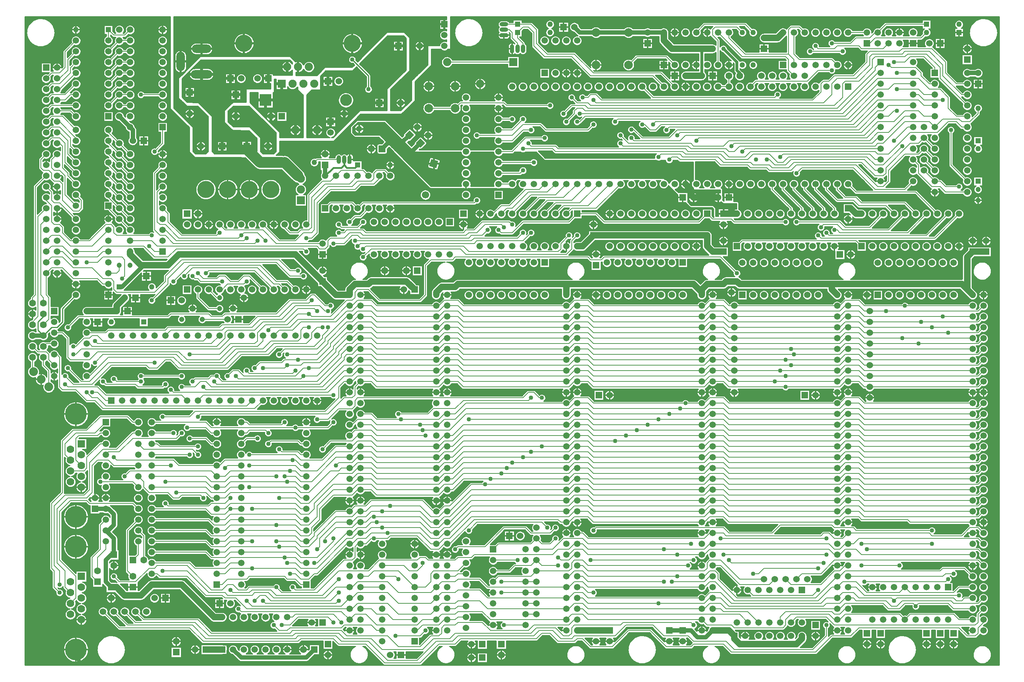
<source format=gbr>
G04 DipTrace 2.4.0.2*
%INTop.gbr*%
%MOIN*%
%ADD14C,0.008*%
%ADD15C,0.06*%
%ADD16C,0.0591*%
%ADD17C,0.1*%
%ADD18C,0.05*%
%ADD19C,0.0748*%
%ADD20C,0.025*%
%ADD21C,0.04*%
%ADD22C,0.01*%
%ADD23C,0.015*%
%ADD25C,0.0125*%
%ADD26C,0.02*%
%ADD29R,0.0748X0.0748*%
%ADD30C,0.0748*%
%ADD31R,0.06X0.06*%
%ADD32R,0.063X0.063*%
%ADD33C,0.063*%
%ADD34R,0.0591X0.0591*%
%ADD35C,0.0591*%
%ADD36C,0.08*%
%ADD37C,0.0472*%
%ADD38R,0.1102X0.1102*%
%ADD39C,0.1102*%
%ADD40C,0.1575*%
%ADD41R,0.07X0.07*%
%ADD42C,0.07*%
%ADD43C,0.2*%
%ADD44O,0.1969X0.0787*%
%ADD45O,0.1772X0.0787*%
%ADD46O,0.0787X0.1772*%
%ADD47C,0.075*%
%ADD48C,0.0531*%
%ADD49C,0.0669*%
%ADD50O,0.0394X0.0787*%
%ADD51O,0.0787X0.0394*%
%ADD52C,0.05*%
%ADD53R,0.05X0.05*%
%ADD54C,0.0787*%
%ADD55C,0.048*%
%ADD56C,0.0472*%
%FSLAX44Y44*%
G04*
G70*
G90*
G75*
G01*
%LNTop*%
%LPD*%
X47687Y51437D2*
D14*
X48937D1*
X50187Y52687D1*
X51937D1*
X47687Y52437D2*
X48937D1*
X49937Y53437D1*
X50687D1*
X47687D2*
X48937D1*
X49937Y54437D1*
X47687D2*
X48937D1*
Y48437D2*
X47687D1*
X49937Y49687D2*
X49687Y49437D1*
X47687D1*
X50937Y50437D2*
X47687D1*
X50937D2*
D3*
X46937Y45687D2*
X47187D1*
X47937Y46437D1*
X48687D1*
X50187Y47937D1*
X51437D1*
X51937Y48437D1*
X47937Y45687D2*
X48437Y46187D1*
X48937D1*
X50437Y47687D1*
X52187D1*
X52937Y48437D1*
X48937Y45687D2*
X50687Y47437D1*
X52937D1*
X53937Y48437D1*
X54937D2*
X53687Y47187D1*
X51437D1*
X49937Y45687D1*
X50937D2*
X52187Y46937D1*
X54437D1*
X55937Y48437D1*
X51937Y45687D2*
X52937Y46687D1*
X55187D1*
X56937Y48437D1*
X52937Y45687D2*
X53687Y46437D1*
X55937D1*
X57937Y48437D1*
X53937Y45687D2*
X54437Y46187D1*
X56687D1*
X58937Y48437D1*
X59937Y52687D2*
X60187Y52437D1*
X64437D1*
X64937Y52937D1*
X81437D1*
X82687Y54187D1*
X84187D1*
X85187Y55187D1*
X86437D1*
X86937Y54687D1*
X87937D1*
Y55687D2*
X86937D1*
X86437Y56187D1*
X82687D1*
X80437Y53937D1*
X62687D1*
X62187Y53437D1*
X61687D1*
X61187Y53937D1*
X60937D1*
X82937Y56687D2*
X82687D1*
X80187Y54187D1*
X62187D1*
X61937Y53937D1*
X82937Y55687D2*
X82687D1*
X80687Y53687D1*
X63437D1*
X63187Y53437D1*
X82937Y54687D2*
X82687D1*
X81187Y53187D1*
X64437D1*
X64187Y52937D1*
X84437Y57187D2*
X86437D1*
X86937Y56687D1*
X87937D1*
X82937Y54687D2*
X83687D1*
X84187Y55187D1*
X84437D1*
X82937Y53687D2*
X82687D1*
X81687Y52687D1*
X66187D1*
X65937Y52437D1*
X87937Y57687D2*
X87437D1*
X86687Y58437D1*
Y58687D1*
X86187Y59187D1*
X83937D1*
X83687Y59437D1*
X82937Y52687D2*
X82687D1*
X82187Y52187D1*
X69437D1*
X69187Y51937D1*
X87937Y58687D2*
Y59187D1*
X86937Y60187D1*
X85687D1*
X85187Y59687D1*
X84187D1*
X82937Y51687D2*
X70437D1*
X70187Y51437D1*
X91437Y17187D2*
X85687D1*
X85437Y17437D1*
X81187D1*
X80937Y17687D1*
X79687D1*
X79187Y17187D1*
X78937D1*
X68937D1*
X68437Y17687D1*
X67187D1*
X66687Y17187D1*
X66437D1*
X56437D1*
X55937Y17687D1*
X54687D1*
X54187Y17187D1*
X53937D1*
X42937Y15187D2*
X42687D1*
X42187Y14687D1*
X41437D1*
X40187Y15937D1*
X37687D1*
X37437Y15687D1*
X36187D1*
X35937D1*
X35437Y15187D1*
X34937D1*
X53937Y17187D2*
X53437D1*
X53187Y17437D1*
X45437D1*
X43187Y15187D1*
X42937D1*
X21687Y22437D2*
X21937D1*
X22437Y22937D1*
X28687D1*
X28937D1*
X29437Y22437D1*
X29937D1*
X34937Y15187D2*
X34687D1*
X34437Y14937D1*
Y13937D1*
X34187Y13687D1*
X33437D1*
X30687Y10937D1*
X28937D1*
X28687Y11187D1*
Y22937D2*
D3*
X36187Y15687D2*
D3*
X12187Y23187D2*
X12437Y22937D1*
X17687D1*
X18187Y22437D1*
X21687D1*
X11937Y28437D2*
X11437D1*
X10687Y29187D1*
X10187D1*
X92437Y18187D2*
X91937Y17687D1*
X81437D1*
X80937Y18187D1*
X79937D1*
X79687D1*
X79187Y17687D1*
X68937D1*
X68437Y18187D1*
X67437D1*
X67187D1*
X66687Y17687D1*
X56437D1*
X55937Y18187D1*
X54937D1*
X41937Y15187D2*
X41437D1*
X40437Y16187D1*
X37437D1*
X35937D1*
X35437Y15687D1*
X34687D1*
X34187Y15187D1*
X33937D1*
X54937Y18187D2*
X54687D1*
X54187Y17687D1*
X45187D1*
X43187Y15687D1*
X42687D1*
X42187Y15187D1*
X41937D1*
X33937D2*
X33687D1*
X30937Y12437D1*
X30687D1*
X30187Y11937D1*
X29437D1*
X28937Y12437D1*
X28437D1*
X21687Y21437D2*
X22437D1*
X22937Y21937D1*
X28437D1*
X28937D1*
X29437Y21437D1*
X29937D1*
X28437Y21937D2*
D3*
X37437Y16187D2*
D3*
X21687Y21437D2*
X21187Y21937D1*
X13687D1*
X13187Y21437D1*
X14687Y30187D2*
X12437D1*
X12187Y30437D1*
X91437Y18187D2*
X81437D1*
X80937Y18687D1*
X79687D1*
X79187Y18187D1*
X78937D1*
X68937D1*
X68437Y18687D1*
X67187D1*
X66687Y18187D1*
X66437D1*
X56437D1*
X55937Y18687D1*
X54687D1*
X54187Y18187D1*
X53937D1*
X42937Y16187D2*
X42687D1*
X42187Y15687D1*
X41437D1*
X40437Y16687D1*
X36937D1*
X35937D1*
X35437Y16187D1*
X34937D1*
X53937Y18187D2*
X45187D1*
X43187Y16187D1*
X42937D1*
X21687Y20437D2*
X22437D1*
X22937Y20937D1*
X28187D1*
X28937D1*
X29437Y20437D1*
X29937D1*
X28187Y20937D2*
D3*
Y13437D2*
X28937D1*
X29437Y12937D1*
X30937D1*
X33687Y15687D1*
X34187D1*
X34687Y16187D1*
X34937D1*
X36937Y16687D2*
D3*
X15937Y31937D2*
X11687D1*
X9937Y30187D1*
X9187D1*
X7937Y31437D1*
X21687Y20437D2*
X21187D1*
X20687Y20937D1*
X16937D1*
X92437Y19187D2*
X91937Y18687D1*
X81437D1*
X80937Y19187D1*
X79937D1*
X79687D1*
X79187Y18687D1*
X68937D1*
X68437Y19187D1*
X67437D1*
X67187D1*
X66687Y18687D1*
X56437D1*
X55937Y19187D1*
X54937D1*
X41937Y16187D2*
X41437D1*
X40437Y17187D1*
X36437D1*
X35937D1*
X35437Y16687D1*
X34687D1*
X34187Y16187D1*
X33937D1*
X54937Y19187D2*
X54687D1*
X54187Y18687D1*
X45187D1*
X43187Y16687D1*
X42687D1*
X42187Y16187D1*
X41937D1*
X30687Y13437D2*
X30937D1*
X33687Y16187D1*
X33937D1*
X21687Y19437D2*
X22437D1*
X22937Y19937D1*
X28937D1*
X29437Y19437D1*
X29937D1*
X36437Y17187D2*
D3*
X17937Y19937D2*
X20687D1*
X21187Y19437D1*
X21687D1*
X91437Y19187D2*
X81437D1*
X80937Y19687D1*
X79687D1*
X79187Y19187D1*
X78937D1*
X68937D1*
X68437Y19687D1*
X67187D1*
X66687Y19187D1*
X66437D1*
X56437D1*
X55937Y19687D1*
X54687D1*
X54187Y19187D1*
X53937D1*
X42937Y17187D2*
X42687D1*
X42187Y16687D1*
X41437D1*
X40437Y17687D1*
X36187D1*
X35937D1*
X35437Y17187D1*
X34937D1*
X53937Y19187D2*
X45187D1*
X43187Y17187D1*
X42937D1*
X21687Y18437D2*
X22437D1*
X22937Y18937D1*
X28937D1*
X29437Y18437D1*
X29937D1*
X31687Y15437D2*
Y15687D1*
X32687Y16687D1*
X34187D1*
X34687Y17187D1*
X34937D1*
X36187Y17687D2*
D3*
X92437Y20187D2*
X91937Y19687D1*
X81437D1*
X80937Y20187D1*
X79937D1*
X79687D1*
X79187Y19687D1*
X68937D1*
X68437Y20187D1*
X67437D1*
X67187D1*
X66687Y19687D1*
X56437D1*
X55937Y20187D1*
X54937D1*
X41937Y17187D2*
X41437D1*
X40437Y18187D1*
X36937D1*
X35937D1*
X35437Y17687D1*
X34687D1*
X34187Y17187D1*
X33937D1*
X54937Y20187D2*
X54687D1*
X54187Y19687D1*
X45187D1*
X43187Y17687D1*
X42687D1*
X42187Y17187D1*
X41937D1*
X21687Y17437D2*
X22437D1*
X22937Y17937D1*
X28937D1*
X29437Y17437D1*
X29937D1*
X30937Y14687D2*
X31187Y14937D1*
Y15687D1*
X32687Y17187D1*
X33937D1*
X36937Y18187D2*
D3*
X91437Y20187D2*
X81437D1*
X80937Y20687D1*
X79687D1*
X79187Y20187D1*
X78937D1*
X68937D1*
X68437Y20687D1*
X67187D1*
X66687Y20187D1*
X66437D1*
X56437D1*
X55937Y20687D1*
X54687D1*
X54187Y20187D1*
X53937D1*
X42937Y18187D2*
X42687D1*
X42187Y17687D1*
X41437D1*
X40437Y18687D1*
X37687D1*
X35937D1*
X35437Y18187D1*
X34937D1*
X53937Y20187D2*
X45187D1*
X43187Y18187D1*
X42937D1*
X21687Y16437D2*
X22437D1*
X22937Y16937D1*
X27187D1*
X28937D1*
X29437Y16437D1*
X29937D1*
X34937Y18187D2*
X34687D1*
X34187Y17687D1*
X32687D1*
X30937Y15937D1*
Y15687D1*
X30187Y14937D1*
X29437D1*
X28937Y15437D1*
X27187D1*
Y16937D2*
D3*
X37687Y18687D2*
D3*
X92437Y21187D2*
X91937Y20687D1*
X81437D1*
X80937Y21187D1*
X79937D1*
X79687D1*
X79187Y20687D1*
X68937D1*
X68437Y21187D1*
X67437D1*
X67187D1*
X66687Y20687D1*
X56437D1*
X55937Y21187D1*
X54937D1*
X41937Y18187D2*
X41687D1*
X40687Y19187D1*
X35937D1*
X35437Y18687D1*
X34437D1*
X33937Y18187D1*
X54937Y21187D2*
X54687D1*
X54187Y20687D1*
X46437D1*
X45187D1*
X43187Y18687D1*
X42687D1*
X42187Y18187D1*
X41937D1*
X21687Y15437D2*
X22437D1*
X22937Y15937D1*
X28937D1*
X29437Y15437D1*
X29937D1*
X33937Y18187D2*
X32687D1*
X30687Y16187D1*
Y15937D1*
X30187Y15437D1*
X29937D1*
X46437Y20687D2*
D3*
X91437Y21187D2*
X81437D1*
X80937Y21687D1*
X79687D1*
X79187Y21187D1*
X78937D1*
X68937D1*
X68437Y21687D1*
X67187D1*
X66687Y21187D1*
X66437D1*
X56437D1*
X55937Y21687D1*
X54687D1*
X54187Y21187D1*
X53937D1*
X46937D1*
X44437D1*
X43437Y20187D1*
X42937D1*
X34937D2*
X35937D1*
X36437Y19687D1*
X42187D1*
X42687Y20187D1*
X42937D1*
X15687Y16437D2*
X20687D1*
X21187Y15937D1*
X22437D1*
X22937Y16437D1*
X23937D1*
X34937Y20187D2*
X34687D1*
X34187Y19687D1*
X32437D1*
X31187Y18437D1*
Y17437D1*
X30437Y16687D1*
Y16187D1*
X30187Y15937D1*
X29437D1*
X28937Y16437D1*
X23937D1*
X46937Y21187D2*
D3*
X92437Y22187D2*
X91937Y21687D1*
X81437D1*
X80937Y22187D1*
X79937D1*
X79687D1*
X79187Y21687D1*
X68937D1*
X68437Y22187D1*
X67437D1*
X67187D1*
X66687Y21687D1*
X56437D1*
X55937Y22187D1*
X54937D1*
X41937Y20187D2*
X36437D1*
X35937Y20687D1*
X34687D1*
X34187Y20187D1*
X33937D1*
X54937Y22187D2*
X54687D1*
X54187Y21687D1*
X47937D1*
X44437D1*
X43437Y20687D1*
X42687D1*
X42187Y20187D1*
X41937D1*
X15687Y17437D2*
X20937D1*
X21437Y16937D1*
X22437D1*
X22937Y17437D1*
X23937D1*
X33937Y20187D2*
X32437D1*
X30937Y18687D1*
Y17687D1*
X30187Y16937D1*
X29437D1*
X28937Y17437D1*
X23937D1*
X47937Y21687D2*
D3*
X91437Y22187D2*
X81437D1*
X80937Y22687D1*
X79687D1*
X79187Y22187D1*
X78937D1*
X68937D1*
X68437Y22687D1*
X67187D1*
X66687Y22187D1*
X66437D1*
X56437D1*
X55937Y22687D1*
X54687D1*
X54187Y22187D1*
X53937D1*
X48437D1*
X44437D1*
X43437Y21187D1*
X42937D1*
X34937D2*
X35937D1*
X36437Y20687D1*
X42187D1*
X42687Y21187D1*
X42937D1*
X15687Y20437D2*
X20687D1*
X21187Y19937D1*
X22437D1*
X22937Y20437D1*
X23937D1*
X24937Y18437D2*
X28937D1*
X29437Y17937D1*
X30187D1*
X30687Y18437D1*
Y18937D1*
X32437Y20687D1*
X34187D1*
X34687Y21187D1*
X34937D1*
X48437Y22187D2*
D3*
X92437Y23187D2*
X91937Y22687D1*
X81437D1*
X80937Y23187D1*
X79937D1*
X79687D1*
X79187Y22687D1*
X68937D1*
X68437Y23187D1*
X67437D1*
X67187D1*
X66687Y22687D1*
X56437D1*
X55937Y23187D1*
X54937D1*
X41937Y21187D2*
X36437D1*
X35937Y21687D1*
X34687D1*
X34187Y21187D1*
X33937D1*
X54937Y23187D2*
X54687D1*
X54187Y22687D1*
X48937D1*
X44437D1*
X43437Y21687D1*
X42687D1*
X42187Y21187D1*
X41937D1*
X15687Y18437D2*
X20687D1*
X21187Y17937D1*
X22437D1*
X22937Y18437D1*
X23937D1*
X22937D2*
D3*
Y10937D2*
X23187Y10687D1*
X24687D1*
X24937Y10937D1*
X26687D1*
X27187Y10437D1*
X31437D1*
X32937Y11937D1*
X48937Y22687D2*
D3*
X91437Y23187D2*
X81437D1*
X80937Y23687D1*
X79687D1*
X79187Y23187D1*
X78937D1*
X68937D1*
X68437Y23687D1*
X67187D1*
X66687Y23187D1*
X66437D1*
X56437D1*
X55937Y23687D1*
X54687D1*
X54187Y23187D1*
X53937D1*
X42937Y22187D2*
X42687D1*
X42187Y21687D1*
X36437D1*
X35937Y22187D1*
X34937D1*
X53937Y23187D2*
X49937D1*
X44437D1*
X43437Y22187D1*
X42937D1*
X21687Y14437D2*
X22437D1*
X22937Y14937D1*
X27437D1*
X28937D1*
X29437Y14437D1*
X29937D1*
X27437Y14937D2*
D3*
Y19437D2*
X28937D1*
X29437Y18937D1*
X30187D1*
X32937Y21687D1*
X34187D1*
X34687Y22187D1*
X34937D1*
X49937Y23187D2*
D3*
X79937Y24187D2*
X80937D1*
X81437Y23687D1*
X91937D1*
X92437Y24187D1*
X79937D2*
X79687D1*
X79187Y23687D1*
X68937D1*
X68437Y24187D1*
X67437D1*
X67187D1*
X66687Y23687D1*
X56437D1*
X55937Y24187D1*
X54937D1*
X41937Y22187D2*
X36437D1*
X35937Y22687D1*
X34687D1*
X34187Y22187D1*
X33937D1*
X54937Y24187D2*
X54687D1*
X54187Y23687D1*
X50687D1*
X44437D1*
X43437Y22687D1*
X42687D1*
X42187Y22187D1*
X41937D1*
X15687Y15437D2*
X20687D1*
X21187Y14937D1*
X22437D1*
X22937Y15437D1*
X23937D1*
X33937Y22187D2*
X33187D1*
X32937Y21937D1*
X32187D1*
X30187Y19937D1*
X29437D1*
X28937Y20437D1*
X24687D1*
X23937Y15437D2*
X24937D1*
X50687Y23687D2*
D3*
X91437Y24187D2*
X81437D1*
X80937Y24687D1*
X79687D1*
X79187Y24187D1*
X78937D1*
X68937D1*
X68437Y24687D1*
X67187D1*
X66687Y24187D1*
X66437D1*
X56437D1*
X55937Y24687D1*
X54687D1*
X54187Y24187D1*
X53937D1*
X42937Y23187D2*
X42687D1*
X42187Y22687D1*
X36437D1*
X35937Y23187D1*
X34937D1*
X53937Y24187D2*
X51937D1*
X44437D1*
X43437Y23187D1*
X42937D1*
X15687Y14437D2*
X20687D1*
X21187Y13937D1*
X22437D1*
X22937Y14437D1*
X23937D1*
X32687Y22437D2*
X32937Y22687D1*
X34187D1*
X34687Y23187D1*
X34937D1*
X23937Y14437D2*
X28937D1*
X29437Y13937D1*
X30937D1*
X32437Y15437D1*
Y15687D1*
X51687Y24187D2*
X51937D1*
X79937Y25187D2*
X80937D1*
X81437Y24687D1*
X91937D1*
X92437Y25187D1*
X79937D2*
X79687D1*
X79187Y24687D1*
X68937D1*
X68437Y25187D1*
X67437D1*
X67187D1*
X66687Y24687D1*
X58437D1*
X56437D1*
X55937Y25187D1*
X54937D1*
X41937Y23187D2*
X36437D1*
X35937Y23687D1*
X34687D1*
X34187Y23187D1*
X33937D1*
X54937Y25187D2*
X54687D1*
X54187Y24687D1*
X44437D1*
X43437Y23687D1*
X42687D1*
X42187Y23187D1*
X41937D1*
X21687Y13437D2*
X22437D1*
X22937Y13937D1*
X27937D1*
X28937D1*
X29437Y13437D1*
X29937D1*
X33937Y23187D2*
X32687D1*
X30437Y20937D1*
X29437D1*
X28937Y21437D1*
X27937D1*
Y13937D2*
D3*
X58437Y24687D2*
D3*
X91437Y25187D2*
X81437D1*
X80937Y25687D1*
X79687D1*
X79187Y25187D1*
X78937D1*
X68937D1*
X68437Y25687D1*
X67187D1*
X66687Y25187D1*
X66437D1*
X59437D1*
X56437D1*
X55937Y25687D1*
X54687D1*
X54187Y25187D1*
X53937D1*
X42937Y24187D2*
X42687D1*
X42187Y23687D1*
X36437D1*
X35937Y24187D1*
X34937D1*
X53937Y25187D2*
X44437D1*
X43437Y24187D1*
X42937D1*
X21687Y12437D2*
X22437D1*
X22937Y12937D1*
X24937D1*
X28937D1*
X29437Y12437D1*
X29937D1*
X34937Y24187D2*
X34687D1*
X34187Y23687D1*
X32687D1*
X30937Y21937D1*
X29437D1*
X28937Y22437D1*
X24687D1*
X24937Y12937D2*
D3*
X59437Y25187D2*
D3*
X79937Y26187D2*
X80937D1*
X81437Y25687D1*
X91937D1*
X92437Y26187D1*
X79937D2*
X79687D1*
X79187Y25687D1*
X68937D1*
X68437Y26187D1*
X67437D1*
X67187D1*
X66687Y25687D1*
X60437D1*
X56437D1*
X55937Y26187D1*
X54937D1*
X41937Y24187D2*
X36437D1*
X35937Y24687D1*
X34687D1*
X34187Y24187D1*
X33937D1*
X54937Y26187D2*
X54687D1*
X54187Y25687D1*
X44437D1*
X43437Y24687D1*
X42687D1*
X42187Y24187D1*
X41937D1*
X15687Y13437D2*
X19187D1*
X19687Y12937D1*
X22437D1*
X22937Y13437D1*
X23937D1*
X33937Y24187D2*
X32687D1*
X31437Y22937D1*
X29437D1*
X28937Y23437D1*
X24687D1*
X60437Y25687D2*
D3*
X91437Y26187D2*
X81437D1*
X80937Y26687D1*
X79687D1*
X79187Y26187D1*
X78937D1*
X68937D1*
X68437Y26687D1*
X67187D1*
X66687Y26187D1*
X66437D1*
X61437D1*
X56437D1*
X55937Y26687D1*
X54687D1*
X54187Y26187D1*
X53937D1*
X42937Y25187D2*
X42687D1*
X42187Y24687D1*
X36437D1*
X35937Y25187D1*
X34937D1*
X53937Y26187D2*
X44437D1*
X43437Y25187D1*
X42937D1*
X21687Y11437D2*
X22187D1*
X22687Y11937D1*
X24437D1*
X24687Y12187D1*
X27937D1*
X28187Y11937D1*
X28937D1*
X29437Y11437D1*
X29937D1*
X31437Y23937D2*
X32187Y24687D1*
X34187D1*
X34687Y25187D1*
X34937D1*
X61437Y26187D2*
D3*
X79937Y27187D2*
X80937D1*
X81437Y26687D1*
X91937D1*
X92437Y27187D1*
X79937D2*
X79687D1*
X79187Y26687D1*
X68937D1*
X68437Y27187D1*
X67437D1*
X67187D1*
X66687Y26687D1*
X62437D1*
X56437D1*
X55937Y27187D1*
X54937D1*
X54687D1*
X54187Y26687D1*
X44937D1*
X40937Y25187D2*
X36437D1*
X35937Y25687D1*
X34437D1*
X33937Y25187D1*
X62437Y26687D2*
D3*
X91437Y27187D2*
X81437D1*
X80937Y27687D1*
X79687D1*
X79187Y27187D1*
X78937D1*
X68937D1*
X68437Y27687D1*
X67187D1*
X66687Y27187D1*
X66437D1*
X63437D1*
X56437D1*
X55937Y27687D1*
X54687D1*
X54187Y27187D1*
X53937D1*
X44687D1*
X43187Y25687D1*
X40687D1*
X36437D1*
X35937Y26187D1*
X34937D1*
X40687Y25687D2*
D3*
X63437Y27187D2*
D3*
X92437Y28187D2*
X91937Y27687D1*
X81437D1*
X80937Y28187D1*
X79937D1*
X79687D1*
X79187Y27687D1*
X68937D1*
X68437Y28187D1*
X67437D1*
X67187D1*
X66687Y27687D1*
X64437D1*
X56437D1*
X55937Y28187D1*
X54937D1*
X41937Y26187D2*
X40437D1*
X36437D1*
X35937Y26687D1*
X34687D1*
X34187Y26187D1*
X33937D1*
X54937Y28187D2*
X54687D1*
X54187Y27687D1*
X44687D1*
X43687Y26687D1*
X42687D1*
X42187Y26187D1*
X41937D1*
X40437D2*
D3*
X64437Y27687D2*
D3*
X91437Y28187D2*
X81437D1*
X80937Y28687D1*
X79687D1*
X79187Y28187D1*
X78937D1*
X68937D1*
X68437Y28687D1*
X67187D1*
X66687Y28187D1*
X66437D1*
X64937D1*
X56437D1*
X55937Y28687D1*
X54687D1*
X54187Y28187D1*
X53937D1*
X42937Y27187D2*
X42687D1*
X42187Y26687D1*
X38687D1*
X36437D1*
X35937Y27187D1*
X34937D1*
X53937Y28187D2*
X44687D1*
X43687Y27187D1*
X42937D1*
X64937Y28187D2*
D3*
X38687Y26687D2*
D3*
X10437Y31937D2*
X11187Y32687D1*
X17937D1*
X18687Y31937D1*
X22187D1*
X23437Y33187D1*
X25937D1*
X26687Y33937D1*
X29187D1*
X29437Y34187D1*
Y34937D1*
X29687Y35187D1*
X30187D1*
X32937Y50687D2*
Y50937D1*
X32687Y50687D1*
X30937D1*
X30687Y50437D1*
X5937Y42187D2*
X6437Y42687D1*
X7437D1*
X8437Y41687D1*
X10687D1*
X11187Y42187D1*
X11687D1*
X5937Y43187D2*
X6437Y43687D1*
X7187D1*
X8187Y42687D1*
X10187D1*
X11687Y44187D1*
X6937Y42187D2*
X7437D1*
X8437Y41187D1*
X8687D1*
X12687Y46187D2*
X13687Y45187D1*
X12687Y46187D2*
X11687Y47187D1*
Y47437D1*
X12687Y48187D2*
X13687Y47187D1*
X12687Y48187D2*
X11687Y49187D1*
Y49437D1*
X12687Y50187D2*
X13687Y49187D1*
X12687Y50187D2*
X11687Y51187D1*
Y51437D1*
X12687Y52187D2*
X11687Y53187D1*
Y53437D1*
X13687Y51187D2*
X12687Y52187D1*
Y56687D2*
X11687Y55687D1*
X13687Y56687D2*
X12687D1*
Y58687D2*
X11687Y57687D1*
X13687Y58687D2*
X12687D1*
Y60687D2*
X11687Y59687D1*
X13687Y60687D2*
X12687D1*
X13687Y62687D2*
X13187Y62187D1*
X12187D1*
X11687Y62687D1*
Y61687D1*
X13687D2*
X12687D1*
X11687Y60687D1*
Y58687D2*
X12687Y59687D1*
X13687D2*
X12687D1*
Y57687D2*
X11687Y56687D1*
X13687Y57687D2*
X12687D1*
X13687Y55687D2*
X12687D1*
Y51187D2*
X13687Y50187D1*
X12687Y51187D2*
X11687Y52187D1*
Y52437D1*
X12687Y49187D2*
X13687Y48187D1*
X12687Y49187D2*
X11687Y50187D1*
Y50437D1*
X12687Y47187D2*
X13687Y46187D1*
X12687Y47187D2*
X11687Y48187D1*
Y48437D1*
X12687Y45187D2*
X13687Y44187D1*
X12687Y45187D2*
X11687Y46187D1*
Y46437D1*
X5937Y51187D2*
X5437Y50687D1*
Y49937D1*
X5687Y49687D1*
X6187D1*
X6437Y49437D1*
Y48937D1*
X6687Y48687D1*
X7187D1*
X7437Y48437D1*
Y46937D1*
X8437Y45937D1*
X8937D1*
X9187Y46187D1*
Y46945D1*
X8695Y47437D1*
X6937Y56187D2*
X7687D1*
X8187Y56687D1*
X8695D1*
X6937Y55187D2*
X8195D1*
X8695Y54687D1*
X6937Y54187D2*
X7187D1*
X8695Y52679D1*
Y52437D1*
X6937Y53187D2*
X7187D1*
X7937Y52437D1*
Y51195D1*
X8695Y50437D1*
X6937Y52187D2*
X7187D1*
X7437Y51937D1*
Y49937D1*
X7937Y49437D1*
Y49195D1*
X8695Y48437D1*
X6937Y51187D2*
X6437Y50687D1*
Y49937D1*
X6687Y49687D1*
X7187D1*
X7687Y49187D1*
Y47445D1*
X8695Y46437D1*
X5937Y52187D2*
X6437Y52687D1*
X7187D1*
X7687Y52187D1*
Y50445D1*
X8695Y49437D1*
X5937Y53187D2*
X6437Y53687D1*
X7187D1*
X8187Y52687D1*
Y51945D1*
X8695Y51437D1*
X5937Y54187D2*
X6437Y54687D1*
X7445D1*
X8695Y53437D1*
X5937Y55187D2*
X6437Y55687D1*
X8695D1*
X5937Y56187D2*
X6437Y56687D1*
X7695D1*
X8695Y57687D1*
X5937Y57187D2*
X6437Y57687D1*
X7187D1*
X8187Y58687D1*
Y59179D1*
X8695Y59687D1*
X5937Y58187D2*
X6437Y58687D1*
X7187D1*
X7687Y59187D1*
Y60679D1*
X8695Y61687D1*
X6937Y58187D2*
X7187D1*
X7937Y58937D1*
Y59929D1*
X8695Y60687D1*
X6937Y57187D2*
X7195D1*
X8695Y58687D1*
X4687Y35437D2*
X4437D1*
X5187Y36187D1*
Y45437D1*
X5937Y46187D1*
X29687Y39937D2*
X28437D1*
X27187Y41187D1*
X18687D1*
X17187Y39687D1*
Y39187D1*
X15687Y37687D1*
X12937Y39687D2*
X13187Y39937D1*
Y41437D1*
X12937Y41687D1*
X11187D1*
X10687Y41187D1*
X9687D1*
X84937Y51937D2*
X83187Y50187D1*
X82437D1*
X81687Y50937D1*
X74437D1*
X73937Y50437D1*
X73437D1*
X72687Y51187D1*
X71187D1*
X70687Y50687D1*
X68687D1*
X68187Y51187D1*
X64937D1*
X64687Y51437D1*
X52937D1*
X52687Y51687D1*
X49937D1*
X32437Y42937D2*
X33437D1*
X34187Y43687D1*
X34687D1*
X34937Y43437D1*
X44937D1*
X45187Y43687D1*
X46187D1*
X46687Y44187D1*
X24937Y28437D2*
X24437Y27937D1*
X11437D1*
X10687Y28687D1*
X10187D1*
X9687Y29187D1*
X91437Y14187D2*
X81187D1*
X80687Y14687D1*
X79687D1*
X79187Y14187D1*
X78937D1*
X78687D1*
X78187Y14687D1*
X67187D1*
X66687Y14187D1*
X66437D1*
X64187D1*
X55937D1*
X55437Y14687D1*
X54687D1*
X54187Y14187D1*
X53937D1*
X64187D2*
D3*
X83687Y61437D2*
X83187Y60937D1*
X81187D1*
X80937Y61187D1*
X78937D1*
X78687Y60937D1*
X77187D1*
X76937Y61187D1*
X18437Y25437D2*
X17937Y24937D1*
X13937D1*
X12687Y23687D1*
X11687D1*
X11437Y23437D1*
X75187Y44937D2*
X79187D1*
X79687Y44437D1*
X81937D1*
X83187Y45687D1*
X85187D2*
X83687Y44187D1*
X79437D1*
X78937Y44687D1*
X77687D1*
X77437Y44437D1*
X78687Y44187D2*
X78937D1*
X79187Y43937D1*
X85437D1*
X87187Y45687D1*
X77937Y43937D2*
X78187Y43687D1*
X87187D1*
X89187Y45687D1*
X77187Y43687D2*
X77437Y43437D1*
X87937D1*
X90187Y45687D1*
X79937Y48437D2*
X80687Y47687D1*
X86187D1*
X88187Y45687D1*
X78937Y48437D2*
Y47937D1*
X79687Y47187D1*
X80687D1*
X81187Y46687D1*
X85187D1*
X86187Y45687D1*
X77937Y48437D2*
Y47937D1*
X78937Y46937D1*
X80437D1*
X80937Y46437D1*
X83437D1*
X84187Y45687D1*
X76937Y48437D2*
Y47937D1*
X78687Y46187D1*
Y45687D1*
X75937Y48437D2*
Y47937D1*
X77687Y46187D1*
Y45687D1*
X74937Y48437D2*
Y47937D1*
X76687Y46187D1*
Y45687D1*
X73937Y48437D2*
Y47937D1*
X75687Y46187D1*
Y45687D1*
X72937Y48437D2*
Y47937D1*
X74687Y46187D1*
Y45687D1*
X79937Y37187D2*
X79687D1*
X79187Y36687D1*
X68937D1*
X68437Y37187D1*
X67437D1*
X67187D1*
X66687Y36687D1*
X56437D1*
X55937Y37187D1*
X54937D1*
X54687D1*
X54187Y36687D1*
X44437D1*
X43937Y37187D1*
X42937D1*
X42687D1*
X42187Y36687D1*
X36437D1*
X35937Y37187D1*
X34937D1*
X26937Y34437D2*
X27437Y34937D1*
X28687D1*
X29437Y35687D1*
X32687D1*
X33687Y36687D1*
X34187D1*
X34687Y37187D1*
X34937D1*
X29937Y23437D2*
X29437D1*
X29187Y23687D1*
X27687D1*
X27437Y23937D1*
X79937Y37187D2*
X80937D1*
X81437Y36687D1*
X81937D1*
X83437D1*
X91937D1*
X92437Y37187D1*
X83437Y36687D2*
D3*
X16687Y44187D2*
X16937D1*
X17937Y43187D1*
X24187D1*
X24437Y43437D1*
X21937Y38687D2*
Y38437D1*
X22687Y39187D1*
X24187D1*
X24437Y39437D1*
X66437Y37187D2*
X56437D1*
X55937Y37687D1*
X54687D1*
X54187Y37187D1*
X53937D1*
X44437D1*
X43937Y37687D1*
X42687D1*
X42187Y37187D1*
X41937D1*
X78937D2*
X79187D1*
X79687Y37687D1*
X80937D1*
X81437Y37187D1*
X85187D1*
X91437D1*
X41937D2*
X36437D1*
X35937Y37687D1*
X34687D1*
X34187Y37187D1*
X33937D1*
X66437D2*
X66687D1*
X67187Y37687D1*
X68437D1*
X68937Y37187D1*
X69437D1*
X78937D1*
X26437Y34937D2*
X26687Y35187D1*
X28437D1*
X29187Y35937D1*
X32437D1*
X33687Y37187D1*
X33937D1*
X29937Y24437D2*
X29437D1*
X29187Y24687D1*
X26687D1*
X26437Y24437D1*
X16687Y46187D2*
X17187Y45687D1*
Y44937D1*
X18437Y43687D1*
X21687D1*
X21937Y43937D1*
X79937Y36187D2*
X79687D1*
X79187Y35687D1*
X68937D1*
X68437Y36187D1*
X67437D1*
X67187D1*
X66687Y35687D1*
X56437D1*
X55937Y36187D1*
X54937D1*
X54687D1*
X54187Y35687D1*
X44437D1*
X43937Y36187D1*
X42937D1*
X42687D1*
X42187Y35687D1*
X36437D1*
X35937Y36187D1*
X34937D1*
X28187Y32687D2*
X30937D1*
X31937Y33687D1*
Y33937D1*
X33687Y35687D1*
X34187D1*
X34687Y36187D1*
X34937D1*
X79937D2*
X80937D1*
X81437Y35687D1*
X81937D1*
X86687D1*
X91937D1*
X92437Y36187D1*
X86687Y35687D2*
D3*
X23937Y43687D2*
X23687Y43437D1*
X18187D1*
X16937Y44687D1*
X16437D1*
X16187Y44937D1*
Y47687D1*
X16687Y48187D1*
X23937Y43687D2*
X24187Y43937D1*
X25437D1*
X26187Y43187D1*
X66437Y36187D2*
X56437D1*
X55937Y36687D1*
X54687D1*
X54187Y36187D1*
X53937D1*
X44437D1*
X43937Y36687D1*
X42687D1*
X42187Y36187D1*
X41937D1*
X78937D2*
X79187D1*
X79687Y36687D1*
X80937D1*
X81437Y36187D1*
X88687D1*
X91437D1*
X41937D2*
X36437D1*
X35937Y36687D1*
X34687D1*
X34187Y36187D1*
X33937D1*
X66437D2*
X66687D1*
X67187Y36687D1*
X68437D1*
X68937Y36187D1*
X69437D1*
X78937D1*
X27437Y32687D2*
X27937Y33187D1*
X30937D1*
X31687Y33937D1*
Y34187D1*
X33687Y36187D1*
X33937D1*
X27937Y26437D2*
X27687Y26187D1*
X24687D1*
X24437Y26437D1*
X23937D1*
X16687Y50187D2*
X15937Y49437D1*
Y44187D1*
X16437Y43687D1*
X16937D1*
X17687Y42937D1*
X25187D1*
X25437Y43187D1*
X79937Y35187D2*
X79687D1*
X79187Y34687D1*
X68937D1*
X68437Y35187D1*
X67437D1*
X67187D1*
X66687Y34687D1*
X56437D1*
X55937Y35187D1*
X54937D1*
X54687D1*
X54187Y34687D1*
X44437D1*
X43937Y35187D1*
X42937D1*
X42687D1*
X42187Y34687D1*
X36437D1*
X35937Y35187D1*
X34937D1*
X26437Y25437D2*
X26187Y25687D1*
X24687D1*
X24437Y25437D1*
X23937D1*
X25937Y31437D2*
X27937D1*
X28187Y31687D1*
X29437D1*
X29687Y31937D1*
X31187D1*
X32437Y33187D1*
Y33437D1*
X33687Y34687D1*
X34187D1*
X34687Y35187D1*
X34937D1*
X79937D2*
X80937D1*
X81437Y34687D1*
X81937D1*
X89187D1*
X91937D1*
X92437Y35187D1*
X19937Y40187D2*
X20437Y39687D1*
X21687D1*
X21937Y39937D1*
X22437D1*
X22937Y39437D1*
X23687D1*
X24187Y39937D1*
X24687D1*
X25937Y38687D1*
X28187Y31687D2*
D3*
X91437Y35187D2*
X87687D1*
X81437D1*
X80937Y35687D1*
X79687D1*
X79187Y35187D1*
X78937D1*
X66437D2*
X56437D1*
X55937Y35687D1*
X54687D1*
X54187Y35187D1*
X53937D1*
X44437D1*
X43937Y35687D1*
X42687D1*
X42187Y35187D1*
X41937D1*
X36437D1*
X35937Y35687D1*
X34687D1*
X34187Y35187D1*
X33937D1*
X66437D2*
X66687D1*
X67187Y35687D1*
X68437D1*
X68937Y35187D1*
X69437D1*
X78937D1*
X25187Y31437D2*
X25687Y31937D1*
X27687D1*
X27937Y32187D1*
X28937D1*
X30937D1*
X32187Y33437D1*
Y33687D1*
X33687Y35187D1*
X33937D1*
X25437Y24937D2*
X24437D1*
X23937Y24437D1*
X87687Y35187D2*
D3*
X29187Y32187D2*
X28937D1*
X20687Y40187D2*
X20937Y40437D1*
X25187D1*
X26937Y38687D1*
X79937Y34187D2*
X79687D1*
X79187Y33687D1*
X68937D1*
X68437Y34187D1*
X67437D1*
X67187D1*
X66687Y33687D1*
X56437D1*
X55937Y34187D1*
X54937D1*
X54687D1*
X54187Y33687D1*
X44437D1*
X43937Y34187D1*
X42937D1*
X42687D1*
X42187Y33687D1*
X36437D1*
X35937Y34187D1*
X34937D1*
X34687D1*
X34187Y33687D1*
X33687D1*
X32937Y32937D1*
Y32687D1*
X30937Y30687D1*
X29687D1*
X29437Y30437D1*
X23687D1*
X23437Y30687D1*
X79937Y34187D2*
X80937D1*
X81437Y33687D1*
X81937D1*
X86437D1*
X91937D1*
X92437Y34187D1*
X86437Y33687D2*
D3*
X29687Y30687D2*
D3*
X18687Y39937D2*
X19437Y40687D1*
X25437D1*
X26937Y39187D1*
X27437D1*
X27937Y38687D1*
X78937Y34187D2*
X79187D1*
X79687Y34687D1*
X80937D1*
X81437Y34187D1*
X84937D1*
X91437D1*
X66437D2*
X56437D1*
X55937Y34687D1*
X54687D1*
X54187Y34187D1*
X53937D1*
X44437D1*
X43937Y34687D1*
X42687D1*
X42187Y34187D1*
X41937D1*
X36437D1*
X35937Y34687D1*
X34687D1*
X34187Y34187D1*
X33937D1*
X66437D2*
X66687D1*
X67187Y34687D1*
X68437D1*
X68937Y34187D1*
X69437D1*
X78937D1*
X22437Y22187D2*
X22687Y22437D1*
X23937D1*
X84937Y34187D2*
D3*
X30187Y31437D2*
X29687D1*
X28937Y30687D1*
X24187D1*
X23687Y31187D1*
X23187D1*
X22687Y30687D1*
X33937Y34187D2*
X33687D1*
X32687Y33187D1*
Y32937D1*
X31187Y31437D1*
X30187D1*
X28937Y38687D2*
X28187Y39437D1*
X27187D1*
X25687Y40937D1*
X19187D1*
X17687Y39437D1*
X79937Y33187D2*
X79687D1*
X79187Y32687D1*
X74937D1*
X68937D1*
X68437Y33187D1*
X67437D1*
X67187D1*
X66687Y32687D1*
X56437D1*
X55937Y33187D1*
X54937D1*
X54687D1*
X54187Y32687D1*
X44437D1*
X43937Y33187D1*
X42937D1*
X42687D1*
X42187Y32687D1*
X36437D1*
X35937Y33187D1*
X34937D1*
X21437Y30187D2*
X21687Y29937D1*
X31187D1*
X33437Y32187D1*
Y32437D1*
X33687Y32687D1*
X34187D1*
X34687Y33187D1*
X34937D1*
X74937Y32687D2*
D3*
X79937Y33187D2*
X80937D1*
X81437Y32687D1*
X81937D1*
X91937D1*
X92437Y33187D1*
X78937D2*
X79187D1*
X79687Y33687D1*
X80937D1*
X81437Y33187D1*
X91437D1*
X66437D2*
X56437D1*
X55937Y33687D1*
X54687D1*
X54187Y33187D1*
X53937D1*
X44437D1*
X43937Y33687D1*
X42687D1*
X42187Y33187D1*
X41937D1*
X36437D1*
X35937Y33687D1*
X34687D1*
X34187Y33187D1*
X33937D1*
X66437D2*
X66687D1*
X67187Y33687D1*
X68437D1*
X68937Y33187D1*
X69437D1*
X74687D1*
X78937D1*
X19187Y24937D2*
X20687D1*
X21187Y24437D1*
X21687D1*
X74687Y33187D2*
D3*
X21687Y30687D2*
X22187Y30187D1*
X30937D1*
X33187Y32437D1*
Y32687D1*
X33687Y33187D1*
X33937D1*
X21687Y30687D2*
X21187D1*
X20937Y30437D1*
X19687D1*
X19437Y30187D1*
X79937Y32187D2*
X79687D1*
X79187Y31687D1*
X74687D1*
X68937D1*
X68437Y32187D1*
X67437D1*
X67187D1*
X66687Y31687D1*
X56437D1*
X55937Y32187D1*
X54937D1*
X54687D1*
X54187Y31687D1*
X44437D1*
X43937Y32187D1*
X42937D1*
X42687D1*
X42187Y31687D1*
X36437D1*
X35937Y32187D1*
X34937D1*
X18937Y25937D2*
X20687D1*
X21187Y25437D1*
X21687D1*
X18437Y29687D2*
X19687D1*
X20187Y30187D1*
X20687D1*
X21187Y29687D1*
X31437D1*
X33437Y31687D1*
X34187D1*
X34687Y32187D1*
X34937D1*
X74687Y31687D2*
D3*
X79937Y32187D2*
X80937D1*
X81437Y31687D1*
X81937D1*
X91937D1*
X92437Y32187D1*
X16687Y56687D2*
X14687D1*
Y30687D2*
X18437D1*
X91437Y32187D2*
X81437D1*
X80937Y32687D1*
X79687D1*
X79187Y32187D1*
X78937D1*
X66437D2*
X56437D1*
X55937Y32687D1*
X54687D1*
X54187Y32187D1*
X53937D1*
X44437D1*
X43937Y32687D1*
X42687D1*
X42187Y32187D1*
X41937D1*
X36437D1*
X35937Y32687D1*
X34687D1*
X34187Y32187D1*
X33937D1*
X66437D2*
X66687D1*
X67187Y32687D1*
X68437D1*
X68937Y32187D1*
X69437D1*
X74187D1*
X78937D1*
X74187D2*
D3*
X15687Y26437D2*
X20687D1*
X21187Y25937D1*
X28937D1*
X31937D1*
X32437Y26437D1*
X28937Y25937D2*
D3*
X24437Y31187D2*
X24687Y30937D1*
X28687D1*
X28937Y31187D1*
X19437Y39937D2*
X19687Y39687D1*
X19937D1*
X20187Y39437D1*
X22187D1*
X79937Y31187D2*
X79687D1*
X79187Y30687D1*
X74187D1*
X68937D1*
X68437Y31187D1*
X67437D1*
X67187D1*
X66687Y30687D1*
X56437D1*
X55937Y31187D1*
X54937D1*
X54687D1*
X54187Y30687D1*
X44437D1*
X43937Y31187D1*
X42937D1*
X42687D1*
X42187Y30687D1*
X36437D1*
X35937Y31187D1*
X34937D1*
X17687Y25437D2*
X15687D1*
X17437Y29437D2*
X17687Y29187D1*
X31937D1*
X33437Y30687D1*
X34187D1*
X34687Y31187D1*
X34937D1*
X74187Y30687D2*
D3*
X79937Y31187D2*
X80937D1*
X81437Y30687D1*
X81937D1*
X91937D1*
X92437Y31187D1*
X91437D2*
X81437D1*
X80937Y31687D1*
X79687D1*
X79187Y31187D1*
X78937D1*
X66437D2*
X56437D1*
X55937Y31687D1*
X54687D1*
X54187Y31187D1*
X53937D1*
X44437D1*
X43937Y31687D1*
X42687D1*
X42187Y31187D1*
X41937D1*
X36437D1*
X35937Y31687D1*
X34687D1*
X34187Y31187D1*
X33937D1*
X66437D2*
X66687D1*
X67187Y31687D1*
X68437D1*
X68937Y31187D1*
X69437D1*
X73687D1*
X78937D1*
X19937Y24187D2*
X16437D1*
X16187Y24437D1*
X15687D1*
X20437Y29687D2*
X20687Y29437D1*
X31687D1*
X33437Y31187D1*
X33937D1*
X73687D2*
D3*
X79937Y30187D2*
X79687D1*
X79187Y29687D1*
X74187D1*
X68937D1*
X68437Y30187D1*
X67437D1*
X42937D2*
X42687D1*
X42187Y29687D1*
X36437D1*
X35937Y30187D1*
X34937D1*
X42937D2*
X43937D1*
X44437Y29687D1*
X54187D1*
X54687Y30187D1*
X54937D1*
X55937D1*
X56437Y29687D1*
X66687D1*
X67187Y30187D1*
X67437D1*
X74187Y29687D2*
D3*
X79937Y30187D2*
X80937D1*
X81437Y29687D1*
X81937D1*
X91937D1*
X92437Y30187D1*
X19937Y26937D2*
X20187Y27187D1*
X31937D1*
X33437Y28687D1*
X34187D1*
X34437Y28937D1*
Y29687D1*
X34937Y30187D1*
X15687Y23437D2*
X19187D1*
X91437Y30187D2*
X81437D1*
X80937Y30687D1*
X79687D1*
X79187Y30187D1*
X78937D1*
X66437D2*
X56437D1*
X55937Y30687D1*
X54687D1*
X54187Y30187D1*
X53937D1*
X44437D1*
X43937Y30687D1*
X42687D1*
X42187Y30187D1*
X41937D1*
X36437D1*
X35937Y30687D1*
X34687D1*
X34187Y30187D1*
X33937D1*
X66437D2*
X66687D1*
X67187Y30687D1*
X68437D1*
X68937Y30187D1*
X69437D1*
X73187D1*
X78937D1*
X73187D2*
D3*
X15687Y22437D2*
X17437D1*
X33937Y30187D2*
X33437D1*
X32937Y29687D1*
Y28687D1*
X31687Y27437D1*
X19687D1*
X19187Y26937D1*
X16687D1*
X24453Y51953D2*
D16*
Y51671D1*
D17*
X25687Y50437D1*
X27687D1*
D18*
X27937D1*
D17*
X29187Y49187D1*
D19*
X29437Y48937D1*
X20337Y35937D2*
D14*
X22687D1*
X73437Y56687D2*
X73187Y56437D1*
X61937D1*
X60937Y57437D1*
X91437Y12187D2*
X90687Y12937D1*
X88687D1*
X88437Y12687D1*
X79687D1*
X79187Y12187D1*
X78937D1*
X76937Y10187D1*
X69687D1*
X67937Y11937D1*
Y12437D1*
X67687Y12687D1*
X67187D1*
X66687Y12187D1*
X66437D1*
X64187D1*
X55937D1*
X55437Y12687D1*
X54687D1*
X54187Y12187D1*
X53937D1*
X64187D2*
D3*
X65937Y62437D2*
X66687Y63187D1*
X70437D1*
X71187Y62437D1*
X53687Y54937D2*
X54437Y55687D1*
X55687D1*
X55937Y55437D1*
X78937D1*
X82437Y58937D1*
Y59187D1*
X82937Y59687D1*
X53937Y54187D2*
X54687Y54937D1*
Y55187D1*
X54937Y55437D1*
X55437D1*
X55687Y55187D1*
X79187D1*
X82687Y58687D1*
X82937D1*
X54937Y54187D2*
X55187D1*
X55687Y54687D1*
X79687D1*
X82687Y57687D1*
X82937D1*
X39937Y15187D2*
D20*
X40437D1*
X41437Y14187D1*
X41937D1*
X42937D1*
X41937Y19187D2*
X42937D1*
X5687Y33437D2*
D14*
X5937Y33687D1*
X6687D1*
X6187Y29687D2*
Y31187D1*
X5687Y31687D1*
Y32437D1*
X6687Y31687D2*
X6187Y32187D1*
Y32687D1*
X5937Y32937D1*
X5187D1*
X4687Y33437D1*
X4773Y31101D2*
X4687Y31187D1*
Y32437D1*
X10687Y11687D2*
X10187Y12187D1*
Y13937D1*
X10937Y14687D1*
Y16937D1*
X11437Y17437D1*
X10687Y12687D2*
Y13937D1*
X11437Y14687D1*
Y15437D1*
X13937Y13687D2*
X14437Y14187D1*
Y15437D1*
X14937Y13687D2*
Y15937D1*
X14437Y16437D1*
X13937Y12187D2*
X13437Y12687D1*
Y16437D1*
X14437Y17437D1*
X39937Y11187D2*
X40937D1*
X41437Y11687D1*
Y12437D1*
X41687Y12687D1*
X43937D1*
X44687Y13437D1*
X39937Y11187D2*
X38437Y12687D1*
X36187D1*
X35687Y12187D1*
X34937D1*
X39937Y8187D2*
X37937D1*
X37437Y8687D1*
X36437D1*
X35937Y9187D1*
X34937D1*
X36945Y13187D2*
X38937D1*
X39437Y12687D1*
X40187D1*
X40687Y13187D1*
Y13437D1*
X36945Y12187D2*
X38187D1*
X38437Y11937D1*
X42937Y12187D2*
X43687D1*
X43937Y12437D1*
X44687D1*
X39937Y7187D2*
X40187D1*
X40687Y7687D1*
X42187D1*
X42687Y8187D1*
X42937D1*
X43687D1*
X43937Y8437D1*
X44687D1*
X42937Y9187D2*
X43687D1*
X43937Y9437D1*
X44687D1*
X9687Y30687D2*
X9937D1*
X11687Y32437D1*
X17687D1*
X18437Y31687D1*
X22437D1*
X23687Y32937D1*
X26187D1*
X26937Y33687D1*
X29937D1*
X30437Y34187D1*
Y34687D1*
X30937Y35187D1*
X31437D1*
X35687Y46187D2*
X34937Y45437D1*
X34437D1*
X33937Y44937D1*
X9687Y33687D2*
X9937D1*
X10187Y33437D1*
X21687D1*
X22437Y34187D1*
Y34687D1*
X22687Y34937D1*
X25187D1*
X25937Y35687D1*
X27937D1*
X29187Y36937D1*
X30687D1*
X30937Y36687D1*
X67937Y57437D2*
X68937D1*
Y58437D2*
Y57437D1*
X75187Y49437D2*
X75687Y49937D1*
X80437D1*
X82437Y47937D1*
X85187D1*
X85937Y48687D1*
X67937Y62437D2*
X70187Y60187D1*
X74187D1*
X74437Y59937D1*
Y58937D1*
X74937Y58437D1*
X79437Y60687D2*
X77437D1*
X76437D1*
X54937Y45687D2*
X56687D1*
X57437Y44937D1*
X66187D1*
X66937Y45687D1*
X75937Y62437D2*
X75437Y62937D1*
X74687D1*
X74437Y62687D1*
Y60437D1*
X74937Y59937D1*
Y59437D1*
X68937Y62437D2*
Y61937D1*
X70437Y60437D1*
X74437D1*
X66937Y45687D2*
X67437Y45187D1*
X69187D1*
X69437Y44937D1*
X74187D1*
X54937Y45687D2*
X54187Y44937D1*
X49937D1*
X48937Y43937D1*
X47937D1*
X47687Y44187D1*
X38187Y6687D2*
X40437D1*
X40937Y7187D1*
X33187Y7937D2*
X32437Y8687D1*
X28937D1*
X28679Y8429D1*
X28187D1*
X90937Y55687D2*
X88437Y58187D1*
Y59187D1*
X87187Y60437D1*
X85437D1*
X85187Y60187D1*
X82437D1*
X82187Y59937D1*
Y59187D1*
X80937Y57937D1*
X79687D1*
X79437Y57687D1*
Y56437D1*
X78687Y55687D1*
X56187D1*
X55937Y55937D1*
X54937D1*
X54437Y56437D1*
X48937Y44687D2*
X48687Y44937D1*
X46187D1*
X45437Y44187D1*
X44687D1*
X44437Y43937D1*
X35437D1*
X35187Y44187D1*
X33687D1*
X33437Y43937D1*
X32937D1*
X5937Y41187D2*
X6437Y41687D1*
X7437D1*
X8437Y40687D1*
X10187D1*
X11187Y39687D1*
X11937D1*
X12187Y39437D1*
Y38687D1*
X12437Y38437D1*
X15937D1*
X16937Y39437D1*
Y39937D1*
X18437Y41437D1*
X27437D1*
X28437Y40437D1*
X29187D1*
X90937Y54687D2*
X89937D1*
X89187Y55437D1*
Y56437D1*
X88437Y57187D1*
X87437D1*
X86437Y58187D1*
X82687D1*
X79437Y54937D1*
X55187D1*
X49937Y43937D2*
X49437Y43437D1*
X45437D1*
X45187Y43187D1*
X34937D1*
X34437D1*
X32187Y37187D2*
X31687D1*
X30687Y38187D1*
X30437D1*
X29937Y37687D1*
X28437D1*
X27187Y36437D1*
X22437D1*
X22187Y36187D1*
X21187D1*
X20937Y36437D1*
X17437D1*
X17187Y36187D1*
X8937D1*
X7937Y35187D1*
X90937Y53687D2*
X90437D1*
X89937Y54187D1*
X89187D1*
X88187Y53187D1*
X85687D1*
X83687Y51187D1*
X82687D1*
X82437Y51437D1*
X70937D1*
X70437Y50937D1*
X68937D1*
X68437Y51437D1*
X65187D1*
X64937Y51687D1*
X53187D1*
X52937Y51937D1*
X50687D1*
X50437Y52187D1*
X48187Y44437D2*
X47937Y44687D1*
X46437D1*
X45687Y43937D1*
X44937D1*
X44687Y43687D1*
X35187D1*
X34937Y43937D1*
X33937D1*
X33437Y43437D1*
X32187D1*
X31937Y43187D1*
Y42687D1*
X31687Y42437D1*
X31187D1*
X30937Y42687D1*
X16187D1*
X15687Y43187D1*
X13687D1*
X11687Y39187D2*
X11187D1*
X10687Y39687D1*
X8437D1*
X7437Y40687D1*
X6437D1*
X5937Y40187D1*
X5687Y35437D2*
X6187Y35937D1*
Y37937D1*
X5937Y38187D1*
Y40187D1*
X5687Y37437D2*
Y37937D1*
X5437Y38187D1*
Y44687D1*
X5937Y45187D1*
Y49187D2*
X5687D1*
X5812Y49062D1*
X4937Y48187D1*
Y38187D1*
X4687Y37937D1*
Y37437D1*
X51187Y10687D2*
X50187D1*
X47937D1*
X54187Y43687D2*
X53437Y42937D1*
Y42437D1*
X53187Y42187D1*
X44937D1*
X44437Y42687D1*
X35437D1*
X35187Y42437D1*
X7687Y30687D2*
X8437Y29937D1*
X10187D1*
X11937Y31687D1*
X15187D1*
X15437Y31437D1*
X16187D1*
X16937Y32187D1*
X17437D1*
X18187Y31437D1*
X22687D1*
X23937Y32687D1*
X26437D1*
X27187Y33437D1*
X30687D1*
X31437Y34187D1*
Y34437D1*
X31937Y34937D1*
Y35187D1*
X11687Y40187D2*
X12437D1*
X12687Y40437D1*
Y40937D1*
X5937Y47187D2*
Y46937D1*
X6437Y46437D1*
Y44937D1*
X6687Y44687D1*
X7187D1*
X7437Y44437D1*
Y43937D1*
X8187Y43187D1*
X8687D1*
X15687Y43687D2*
X12437D1*
X12187Y43937D1*
Y44437D1*
X11937Y44687D1*
X11437D1*
X9937Y43187D1*
X8687D1*
X15937Y51437D2*
X16687Y52187D1*
Y53687D1*
X15437Y42687D2*
X15937Y42187D1*
X16687D1*
X5937Y48187D2*
X6437Y47687D1*
Y46937D1*
X6687Y46687D1*
X7187D1*
X8687Y45187D1*
X85937Y54687D2*
X85187D1*
X83687Y53187D1*
X82687D1*
X81937Y52437D1*
X68937D1*
X68437Y51937D1*
X65687D1*
X65437Y52187D1*
X59687D1*
X58937Y52937D1*
X26937Y7687D2*
X27437Y7187D1*
X28187D1*
X28437Y7437D1*
X33187D1*
X33437Y7687D1*
X35937D1*
X36437Y7187D1*
X36945D1*
X9687Y34687D2*
X11437D1*
X11687Y34937D1*
X16937D1*
X17187Y35187D1*
X21937D1*
X22187Y35437D1*
X24687D1*
X25437Y36187D1*
X27437D1*
X28687Y37437D1*
X30187D1*
X30437Y37687D1*
X32937Y44687D2*
X33187Y44437D1*
X34687D1*
X35187Y44937D1*
X87187Y63187D2*
X83437D1*
X82687Y62437D1*
X70937Y57437D2*
X71437Y57937D1*
X76187D1*
X77187Y58937D1*
X78437D1*
X82687Y62437D2*
X82437D1*
X81937Y61937D1*
X80687D1*
X80187Y61437D1*
X78437D1*
X19937Y28437D2*
X20437Y28937D1*
X32437D1*
X35187Y41687D2*
X35937Y42437D1*
X44187D1*
X44687Y41937D1*
X53937D1*
X54437Y42437D1*
Y43187D1*
X54937Y43687D1*
X87937Y53687D2*
X87437Y54187D1*
X85187D1*
X83187Y52187D1*
X82687D1*
X82437Y51937D1*
X69937D1*
X69437Y51437D1*
X68937D1*
X68687Y51687D1*
X65437D1*
X65187Y51937D1*
X59187D1*
X58937Y52187D1*
X87937Y53687D2*
X88687Y54437D1*
X90187D1*
X90437Y54187D1*
X91187D1*
X91937Y54937D1*
Y55437D1*
X90937Y57687D2*
X89937D1*
X88937Y58687D1*
Y59687D1*
X87687Y60937D1*
X84937D1*
X84687Y60687D1*
X81937D1*
X81687Y60437D1*
Y59687D1*
X80437Y58437D1*
X78687D1*
X78187Y57937D1*
X77687D1*
X77437Y57687D1*
Y56937D1*
X76687Y56187D1*
X57187D1*
X56687Y56687D1*
X56187D1*
X55937Y56437D1*
X55437D1*
X16937Y34437D2*
X17437Y34937D1*
X22187D1*
X22437Y35187D1*
X24937D1*
X25687Y35937D1*
X27687D1*
X28937Y37187D1*
X31187D1*
X31687Y36687D1*
X31937D1*
X50687Y43937D2*
X49937Y43187D1*
X45687D1*
X45437Y42937D1*
X34937D1*
X34687Y42687D1*
X51687Y28687D2*
X51437D1*
X50937Y29187D1*
X50437D1*
X49937Y28687D1*
X34687D1*
X34437Y28437D1*
Y27937D1*
X34182Y27682D1*
X32932D1*
X31937Y26687D1*
X30937D1*
X51187Y11687D2*
X50187D1*
X47937D2*
X50187D1*
X87937Y51687D2*
X86937Y52687D1*
X54937Y12187D2*
X55437D1*
X55937Y11687D1*
X62937D1*
X86937Y52687D2*
X86437Y52187D1*
X85687D1*
X83437Y49937D1*
Y49437D1*
X83187Y49187D1*
X82437D1*
X81187Y50437D1*
X74937D1*
X74437Y49937D1*
X72937D1*
X72687Y50187D1*
X71187D1*
X70937Y50437D1*
X68437D1*
X67937Y50937D1*
X64687D1*
X64437Y51187D1*
X62687D1*
X62437Y50937D1*
X54937Y13187D2*
X55437D1*
X55937Y12687D1*
X66687D1*
X66937Y12937D1*
Y13437D1*
X67187Y13687D1*
X68187D1*
X69937Y11937D1*
X72187D1*
X87687Y16437D2*
X80687D1*
X80437Y16687D1*
X78687D1*
X78437Y16937D1*
X73687D1*
X72937Y16187D1*
X68937D1*
X68437Y16687D1*
X56687D1*
X56437Y16437D1*
X54937Y11187D2*
X55437D1*
X55937Y10687D1*
X56437D1*
X51187Y15687D2*
X50687Y15187D1*
X47687D1*
X47187Y14687D1*
X54937Y14187D2*
X54687D1*
X54187Y13687D1*
X53437D1*
X53187Y13937D1*
X52937Y15687D2*
X52437Y15187D1*
X51687D1*
X51187Y15687D1*
X54937Y8187D2*
X54687D1*
X54187Y7687D1*
X50937D1*
X50437Y7187D1*
X46937D1*
X46187Y7937D1*
X43937D1*
X43687Y7687D1*
X42687D1*
X42437Y7437D1*
Y6937D1*
X42187Y6687D1*
X41437D1*
X40437Y5687D1*
X38437D1*
X37437Y6687D1*
X33687D1*
X33187Y7187D1*
X28687D1*
X28437Y6937D1*
X21187D1*
X19937Y8187D1*
X14937D1*
X14187Y8937D1*
X54937Y9187D2*
X55437D1*
X55937Y8687D1*
X69937D1*
X70687Y7937D1*
X87937Y50687D2*
X86937Y51687D1*
X67437Y12187D2*
X67187D1*
X66687Y11687D1*
X63687D1*
X86937Y51687D2*
X86437Y51187D1*
X85187D1*
X83687Y49687D1*
Y48687D1*
X83187Y48187D1*
X82687D1*
X80687Y50187D1*
X75187D1*
X74687Y49687D1*
X72687D1*
X72437Y49937D1*
X70937D1*
X70687Y50187D1*
X68187D1*
X67687Y50687D1*
X64437D1*
X64187Y50937D1*
X63687D1*
X63437Y50687D1*
X72687Y10937D2*
Y10687D1*
X67437Y13187D2*
X68187D1*
X69937Y11437D1*
X72687D1*
X73187Y11937D1*
X87687Y15187D2*
X81187D1*
X77937Y15687D2*
X68187D1*
X49437Y13687D2*
X47187D1*
X65437Y15187D2*
X55937D1*
X55437Y15687D1*
X53687D1*
X52687Y14687D1*
X51187D1*
X65687Y7687D2*
X65437Y7937D1*
X59187D1*
X58937Y7687D1*
X54687D1*
X54437Y7437D1*
Y6937D1*
X54187Y6687D1*
X53687D1*
X52937Y7437D1*
X51187D1*
X50687Y6937D1*
X43687D1*
X43187Y6437D1*
X41687D1*
X40687Y5437D1*
X36937D1*
X35937Y6437D1*
X33437D1*
X32937Y6937D1*
X28937D1*
X28687Y6687D1*
X20937D1*
X19687Y7937D1*
X14187D1*
X13187Y8937D1*
X67437Y9187D2*
X68187D1*
X68437Y8937D1*
X70687D1*
X71687Y7937D1*
X79937Y12187D2*
X88687D1*
X88937Y12437D1*
X89687D1*
X86937Y50687D2*
X87937Y49687D1*
X79937Y13187D2*
X79687D1*
X79187Y12687D1*
X78687D1*
X77437Y11437D1*
X74687D1*
X74187Y11937D1*
X79937Y11187D2*
X80687D1*
X81437Y10437D1*
X90187D1*
X51187Y13687D2*
X50687Y13187D1*
X49187D1*
X48687Y12687D1*
X47187D1*
X51187Y13687D2*
X51687Y13187D1*
X53187D1*
X77937Y14187D2*
X68437D1*
X65687Y13687D2*
X56187D1*
X77937Y7687D2*
Y6687D1*
X76687Y5437D1*
X69437D1*
X68687Y6187D1*
X65687D1*
X65187Y6687D1*
X62937D1*
X61937Y7687D1*
X59437D1*
X58437Y6687D1*
X54687D1*
X54437Y6437D1*
X53437D1*
X52687Y7187D1*
X51437D1*
X50937Y6687D1*
X43937D1*
X43437Y6187D1*
X41937D1*
X40187Y4437D1*
X37437D1*
X35687Y6187D1*
X33187D1*
X32687Y6687D1*
X29187D1*
X28937Y6437D1*
X20687D1*
X19437Y7687D1*
X13437D1*
X12187Y8937D1*
X73687Y7937D2*
Y8437D1*
X74187Y8937D1*
X78437D1*
X78687Y8687D1*
X79187D1*
X79687Y9187D1*
X79937D1*
X86937Y49687D2*
X87937Y48687D1*
X90187Y48187D2*
X88937D1*
X88437Y48687D1*
X87937D1*
X92437Y13187D2*
X91937Y13687D1*
X78687D1*
X77437Y12437D1*
X75687D1*
X75187Y11937D1*
X51187Y12687D2*
X50687Y12187D1*
X47687D1*
X47187Y11687D1*
X92437Y14187D2*
X91937Y14687D1*
X81687D1*
X77687Y13437D2*
X69187D1*
X68937Y13687D1*
X65187Y13187D2*
X55937D1*
X55437Y13687D1*
X54687D1*
X54437Y13437D1*
Y12937D1*
X54187Y12687D1*
X51187D1*
X92437Y8187D2*
Y7937D1*
X91937Y7437D1*
Y6937D1*
X91687Y6687D1*
X90937D1*
X90187Y7437D1*
X80937D1*
X80187Y6687D1*
X78437D1*
X76937Y5187D1*
X69187D1*
X68437Y5937D1*
X65687D1*
X65437Y5687D1*
X63187D1*
X61687Y7187D1*
X59687D1*
X58187Y5687D1*
X56187D1*
X55437Y6437D1*
X54937D1*
X54687Y6187D1*
X53187D1*
X52437Y6937D1*
X51687D1*
X51187Y6437D1*
X44187D1*
X43687Y5937D1*
X42187D1*
X40437Y4187D1*
X37187D1*
X35437Y5937D1*
X32937D1*
X32437Y6437D1*
X29437D1*
X29187Y6187D1*
X20437D1*
X19187Y7437D1*
X12687D1*
X11187Y8937D1*
X74687Y7937D2*
X75187Y8437D1*
X77937D1*
X78687Y7687D1*
X91687D1*
X91937Y7937D1*
Y8687D1*
X92437Y9187D1*
X89187Y11937D2*
X88937Y11687D1*
X81437D1*
X70687Y10937D2*
X71187Y10437D1*
X76687D1*
X77187Y10937D1*
X92437Y16187D2*
X91937Y16687D1*
X91187D1*
X90437Y15937D1*
X87687D1*
X87437Y16187D1*
X79937D1*
X79437Y15687D1*
X78687D1*
X78187Y16187D1*
X77687D1*
X77437Y15937D1*
X68687D1*
X68437Y16187D1*
X67437D1*
X67187D1*
X66687Y15687D1*
X55937D1*
X55437Y16187D1*
X54937D1*
X52937Y16687D2*
X52437Y16187D1*
X50687D1*
X50187Y16687D1*
X48187D1*
X46437Y14937D1*
X43937D1*
X43687Y14687D1*
X32937Y9937D2*
X32687Y9687D1*
X26187D1*
X25937Y9937D1*
X85937Y56687D2*
X86437D1*
X86937Y56187D1*
X88687D1*
X89437Y53437D2*
Y50187D1*
X90937Y48687D1*
X85937Y50687D2*
X86437Y50187D1*
Y49437D1*
X87687Y48187D1*
X88437D1*
X88937Y47687D1*
X90937D1*
X41246Y55437D2*
X43687D1*
X44187Y55937D1*
X48187D1*
X48437Y55687D1*
X52437D1*
X85937Y58687D2*
X84437D1*
X84687Y13187D2*
X81187D1*
X77187Y12937D2*
X72187D1*
X71687Y12437D1*
X71187D1*
X49437Y63187D2*
X48187D1*
X63937Y57437D2*
X62687Y58687D1*
X56437D1*
X54687Y60437D1*
X52187D1*
X51187Y61437D1*
Y62687D1*
X50687Y63187D1*
X49437D1*
X50187Y7687D2*
X48187D1*
X51187Y8687D2*
X50187D1*
X72437Y50687D2*
X72687D1*
X73187Y50187D1*
X74187D1*
X74687Y50687D1*
X81437D1*
X82437Y49687D1*
X82937D1*
X25937Y34437D2*
Y33937D1*
X25437Y33437D1*
X23187D1*
X21937Y32187D1*
X18937D1*
X18187Y32937D1*
X10687D1*
X9937Y32187D1*
X8187D1*
X7937Y32437D1*
Y34187D1*
X7437Y34687D1*
X6687D1*
X25937Y28437D2*
X25187Y27687D1*
X11187D1*
X10437Y28437D1*
X9687D1*
X8687Y29437D1*
X7437D1*
X7187Y29687D1*
Y32437D1*
X6937Y32687D1*
X6687D1*
X78937Y10187D2*
X77937D1*
X77437Y9687D1*
X69187D1*
X68187Y10687D1*
X67187D1*
X66687Y10187D1*
X66437D1*
X55937D1*
X55437Y10687D1*
X54687D1*
X54187Y10187D1*
X53937D1*
X46687D1*
X45937Y10937D1*
X43937D1*
X43687Y10687D1*
X42437D1*
X41937Y10187D1*
X41437Y9687D1*
X38437D1*
X37437Y10687D1*
X34687D1*
X34187Y10187D1*
X33937D1*
X84187Y9937D2*
X84437Y10187D1*
X89687D1*
X89937Y9937D1*
X90437D1*
X90687Y10187D1*
X91437D1*
X33937D2*
X33187Y9437D1*
X24937D1*
X24437Y9937D1*
X78937Y10187D2*
X79437Y10687D1*
X80437D1*
X80937Y10187D1*
X83937D1*
X84187Y9937D1*
X66437Y8187D2*
X55937D1*
X55437Y8687D1*
X54437D1*
X53937Y8187D1*
X46937D1*
X46187Y8937D1*
X43937D1*
X43687Y8687D1*
X42437D1*
X41937Y8187D1*
X40687D1*
X40187Y7687D1*
X36437D1*
X35437Y8687D1*
X34437D1*
X33937Y8187D1*
X78937D2*
X79062Y8062D1*
X78937Y7937D1*
Y8187D1*
X79187D1*
X79687Y8687D1*
X84695D1*
X85187Y8195D1*
X85679Y8687D1*
X89687D1*
X90187Y8187D1*
X91437D1*
X66437D2*
X66937Y7687D1*
X69187D1*
X69437Y7437D1*
X73937D1*
X74187Y7687D1*
Y8187D1*
X74687Y8687D1*
X78187D1*
X78687Y8187D1*
X78937D1*
X23687Y9187D2*
X23937Y8937D1*
X33187D1*
X33937Y8187D1*
X38437Y27187D2*
X41187D1*
X41687Y27687D1*
X43687D1*
X44437Y28437D1*
X50437D1*
X50687Y28687D1*
X85937Y57687D2*
X84187D1*
X83687Y57187D1*
X82687D1*
X79937Y54437D1*
X58687D1*
X58437Y54187D1*
X34937Y11187D2*
X35937D1*
X36945D1*
X21937Y44687D2*
X22437Y44187D1*
X25937D1*
X27187Y42937D1*
X31437D1*
X8687Y42187D2*
X10687D1*
X11187Y42687D1*
X14937D1*
X15937Y41687D1*
X17187D1*
X17937Y42437D1*
X29687D1*
X29937Y42187D1*
X36687Y49187D2*
Y48937D1*
X36187Y48437D1*
X34937D1*
X34437Y47937D1*
X32187D1*
X30937Y46687D1*
Y43937D1*
X30437Y43437D1*
X29937D1*
X92437Y15187D2*
X91937Y15687D1*
X80937D1*
X80437Y15187D1*
X79937D1*
X79687D1*
X79187Y14687D1*
X78687D1*
X78187Y15187D1*
X67437D1*
X67187D1*
X66687Y14687D1*
X63187D1*
X55937D1*
X55437Y15187D1*
X54937D1*
X54687D1*
X54187Y14687D1*
X53187D1*
X52687Y14187D1*
X45437D1*
X45187Y13937D1*
X43937D1*
X43687Y13687D1*
X41187D1*
X40937Y13937D1*
X40437D1*
X40187Y13687D1*
X36687D1*
X35715Y12715D1*
X32965D1*
X30937Y10687D1*
X27687D1*
X27187Y11187D1*
X62937Y14687D2*
X63187D1*
X27187Y11187D2*
X24687D1*
X24437Y10937D1*
X23687D1*
X23187Y11437D1*
X22687D1*
X22187Y10937D1*
X21187D1*
X18937Y13187D1*
X16187D1*
X15937Y12937D1*
X15437D1*
X14187Y11687D1*
X12687D1*
X12187Y12187D1*
X16937Y29937D2*
X16687Y29687D1*
X14437D1*
X14187Y29937D1*
X11437D1*
X11187Y30187D1*
X49937Y60937D2*
Y61437D1*
X49437Y61937D1*
Y62437D1*
X62937Y57437D2*
X61937Y58437D1*
X56187D1*
X54437Y60187D1*
X51937D1*
X50937Y61187D1*
Y62437D1*
X50437Y62937D1*
X49937D1*
X49437Y62437D1*
X15687Y21437D2*
X20687D1*
X21187Y20937D1*
X22437D1*
X22937Y21437D1*
X23937D1*
X27187D1*
X32437Y7937D2*
X31937Y8437D1*
X29187D1*
X28437Y7687D1*
X27687D1*
X90937Y56687D2*
X90437D1*
X88687Y58437D1*
Y59437D1*
X87437Y60687D1*
X85187D1*
X84937Y60437D1*
X82187D1*
X81937Y60187D1*
Y59437D1*
X80687Y58187D1*
X78937D1*
X78437Y57687D1*
Y56687D1*
X77687Y55937D1*
X56687D1*
X56437Y56187D1*
X31687Y46187D2*
X32187Y46687D1*
X34187D1*
X34687Y46187D1*
X35187Y46687D1*
X45437D1*
X45687Y46937D1*
Y52937D2*
X48937D1*
X49937Y53937D1*
X51562D1*
X52062Y53437D1*
X55937D1*
X56437Y53937D1*
X32687Y49187D2*
X33187Y49687D1*
X35187D1*
X35687Y49187D1*
X29937Y44687D2*
X30187Y44937D1*
Y47437D1*
X31437Y48687D1*
X32187D1*
X32687Y49187D1*
X25937Y44687D2*
X27437Y43187D1*
X28937D1*
X29687Y43937D1*
X30437D1*
X30687Y44187D1*
Y46937D1*
X31937Y48187D1*
X34187D1*
X34687Y48687D1*
X35937D1*
X36187Y48937D1*
Y49437D1*
X36437Y49687D1*
X37187D1*
X37687Y49187D1*
X27937Y44687D2*
Y44437D1*
X28437Y43937D1*
X29187D1*
X29437Y44187D1*
X30187D1*
X30437Y44437D1*
Y47187D1*
X31687Y48437D1*
X33937D1*
X34687Y49187D1*
X51187Y9687D2*
X50187D1*
X25187Y9937D2*
X25687Y10437D1*
X26187D1*
X26687Y9937D1*
X32187D1*
X32937Y10687D1*
X52187Y16687D2*
X51687Y17187D1*
X45687D1*
X44937Y16437D1*
X84187Y52437D2*
X85437Y53687D1*
X85937D1*
X73687Y50937D2*
X73937Y51187D1*
X81937D1*
X82437Y50687D1*
X82937D1*
X78937Y11187D2*
X78437D1*
X77187Y9937D1*
X69437D1*
X67687Y11687D1*
X67187D1*
X66687Y11187D1*
X66437D1*
X55937D1*
X55437Y11687D1*
X54687D1*
X54187Y11187D1*
X53937D1*
X46687D1*
X45937Y11937D1*
X43937D1*
X43687Y11687D1*
X42437D1*
X41937Y11187D1*
X41437Y10687D1*
X38437D1*
X37437Y11687D1*
X34687D1*
X34187Y11187D1*
X33937D1*
X78937D2*
X79437Y11687D1*
X80687D1*
X81687Y10687D1*
X84687D1*
X85187Y11187D1*
X85687Y10687D1*
X89687D1*
X90187Y11187D1*
X91437D1*
X16687Y12687D2*
X18937D1*
X20937Y10687D1*
X22437D1*
X22687Y10437D1*
X24937D1*
X25187Y10687D1*
X26437D1*
X26937Y10187D1*
X31687D1*
X32687Y11187D1*
X33937D1*
X78937Y9187D2*
X68687D1*
X68187Y9687D1*
X67187D1*
X66687Y9187D1*
X66437D1*
X55937D1*
X55437Y9687D1*
X54687D1*
X54187Y9187D1*
X53937D1*
X46687D1*
X45937Y9937D1*
X43937D1*
X43687Y9687D1*
X42437D1*
X41937Y9187D1*
X41437Y8687D1*
X38437D1*
X37437Y9687D1*
X34687D1*
X34187Y9187D1*
X33937D1*
X15687Y12437D2*
X16187D1*
X16437Y12187D1*
X18937D1*
X20687Y10437D1*
X22187D1*
X22437Y10187D1*
X23437D1*
X24437Y9187D1*
X33937D1*
X86187Y9437D2*
X86437Y9687D1*
X89187D1*
X89687Y9187D1*
X91437D1*
X78937D2*
X79187D1*
X79687Y9687D1*
X83187D1*
X83687Y9187D1*
X84687D1*
X85187Y9687D1*
X85937D1*
X86187Y9437D1*
X79937Y10187D2*
X79687D1*
X79187Y9687D1*
X77937D1*
X77687Y9437D1*
X68937D1*
X68187Y10187D1*
X67437D1*
X67187D1*
X66687Y9687D1*
X62937D1*
X55937D1*
X55437Y10187D1*
X54937D1*
X79937D2*
X80437D1*
X80687Y9937D1*
X83437D1*
X83937Y9437D1*
X84437D1*
X84937Y9937D1*
X89437D1*
X89687Y9687D1*
X91937D1*
X92437Y10187D1*
X62437Y9687D2*
X62937D1*
X85937Y55687D2*
X83687D1*
X83187Y55187D1*
X82687D1*
X80937Y53437D1*
X64187D1*
X63437Y52687D1*
X60937D1*
X60164Y53460D1*
X59937D1*
X69687Y42687D2*
X70187Y43187D1*
X80687D1*
X81187Y42687D1*
X7687Y29937D2*
X7937Y29687D1*
X10687D1*
X11437Y28937D1*
X18437D1*
X18937Y28437D1*
X19187Y32687D2*
X21937D1*
X22937Y33687D1*
X25187D1*
X25437Y33937D1*
Y34687D1*
X26187Y35437D1*
X28187D1*
X29187Y36437D1*
X30187D1*
X30437Y36187D1*
X32187D1*
X33687Y37687D1*
X34187D1*
X34437Y37937D1*
Y38437D1*
X34687Y38687D1*
X35687D1*
X36687Y37687D1*
X40437D1*
X40937Y38187D1*
Y40937D1*
X41437Y41437D1*
X43437D1*
X43687Y41687D1*
X55937D1*
X56187Y41437D1*
X57187D1*
X57437Y41687D1*
X68187D1*
X69687Y40187D1*
X74937Y62437D2*
Y60437D1*
X75437Y59937D1*
X78437D1*
X78937Y59437D1*
X49437Y60937D2*
Y61437D1*
X48937Y61937D1*
Y62437D1*
X48687Y62687D1*
X48187D1*
X19937Y38687D2*
Y37937D1*
X20937Y36937D1*
X21937D1*
Y37937D2*
X21687D1*
X20937Y38687D1*
X22937Y34437D2*
Y34187D1*
X21937Y33187D1*
X9187D1*
X8687Y32687D1*
X8437D1*
X14437Y20437D2*
X13937Y20937D1*
X10937D1*
X16937Y18937D2*
X17187Y18687D1*
X20937D1*
X21187Y18937D1*
X22437D1*
X22937Y19437D1*
X8437Y33437D2*
X8687D1*
X9437Y34187D1*
X9937D1*
X10187Y34437D1*
X10687D1*
X11187Y33937D1*
X20437D1*
X20937Y34437D1*
X14437Y24437D2*
X14937Y23937D1*
X19437D1*
X19937Y23437D1*
X11437Y24437D2*
X10937D1*
X9687Y23187D1*
Y22187D1*
X9437Y21937D1*
X8187D1*
X11437Y26437D2*
X10437Y25437D1*
X8687D1*
X7687Y24437D1*
Y23437D1*
X8187Y22937D1*
X11437Y25437D2*
X10937D1*
X10687Y25187D1*
X8937D1*
X8687Y24937D1*
Y22937D1*
X9187Y22437D1*
X14437Y18437D2*
X13937Y18937D1*
X9937D1*
X9687Y19187D1*
X8187D1*
X7187Y18187D1*
Y13687D1*
X8687Y12187D1*
Y10187D1*
X8187Y9687D1*
X14437Y22437D2*
X12187D1*
X11687Y22937D1*
X10687D1*
X10187Y22437D1*
Y19937D1*
X9687Y19437D1*
X7937D1*
X6937Y18437D1*
Y13437D1*
X7687Y12687D1*
Y11187D1*
X8187Y10687D1*
X7187Y11437D2*
Y12687D1*
X6687Y13187D1*
Y18687D1*
X7687Y19687D1*
X9437D1*
X9937Y20187D1*
Y22687D1*
X11187Y23937D1*
X12437D1*
X13937Y25437D1*
X14437D1*
Y26437D2*
X13937D1*
X13437Y26937D1*
X10937D1*
X9687Y25687D1*
X8437D1*
X7437Y24687D1*
Y19937D1*
X6437Y18937D1*
Y12937D1*
X6687Y12687D1*
Y11187D1*
X7187Y10687D1*
X59687Y59437D2*
X60437Y60187D1*
X63187D1*
X63937Y59437D1*
X70187Y62437D2*
X69687Y62937D1*
X67687D1*
X67437Y62687D1*
Y62187D1*
X67937Y61687D1*
Y59437D1*
X21937Y34437D2*
X21187Y33687D1*
X10687D1*
X10437Y33937D1*
X20437Y19437D2*
X20187Y19687D1*
X18437D1*
X18187Y19437D1*
X17687D1*
X17187Y19937D1*
X15437D1*
X14937Y20437D1*
Y20937D1*
X14437Y21437D1*
X68437Y45687D2*
D15*
X69687D1*
X68437Y42187D2*
X67437D1*
X66937Y42687D1*
X64937Y48437D2*
X65437Y47937D1*
Y47437D1*
X65687Y47187D1*
X67937D1*
X81187Y45687D2*
X80687D1*
X80187Y46187D1*
X79937D1*
X91937Y58687D2*
D21*
X90937D1*
X91437Y38187D2*
D15*
X90437Y39187D1*
X81226D1*
X78437D1*
Y38687D1*
X78937Y38187D1*
X78437Y39187D2*
X69937D1*
X69687Y39437D1*
X68687D1*
X68437Y39187D1*
X66937D1*
X66437Y38687D1*
Y38187D1*
X54937Y42687D2*
X55437D1*
X56437Y43687D1*
X33937Y38187D2*
X32687D1*
X31437Y39437D1*
X41937Y38187D2*
Y38437D1*
X42437Y38937D1*
X43687D1*
X43937Y39187D1*
X53937D1*
Y38187D1*
Y39187D2*
X56028D1*
X65687D1*
X66437Y38437D1*
Y38187D1*
X73937Y62437D2*
X73437Y61937D1*
X72187D1*
X67437Y7187D2*
X68937D1*
X69437Y6687D1*
Y6437D1*
X69937Y5937D1*
X75187D1*
X75687Y6437D1*
Y6687D1*
X22187Y5437D2*
X20687D1*
X13687Y53687D2*
D21*
X12687Y54687D1*
X13937Y52437D2*
Y53437D1*
X13687Y53687D1*
X15187Y40937D2*
D15*
X14687D1*
X13687Y41937D1*
Y42187D1*
X12437Y36687D2*
Y37187D1*
X13187Y37937D1*
X22187Y8429D2*
X21445D1*
X18437Y11437D1*
X15687D1*
X23187Y5437D2*
D21*
X23937Y4687D1*
X29937D1*
X30687Y5437D1*
X9687Y36687D2*
D15*
X10687D1*
X12437D1*
X12687Y38937D2*
D21*
X12937D1*
X14937Y40937D1*
X15187D1*
D15*
X17187D1*
X18187Y41937D1*
X18937D1*
X24937D1*
X28937D1*
X31437Y39437D1*
X39937Y38687D2*
X39187Y39437D1*
X36694D1*
X35937D1*
X35687Y39187D1*
X34437D1*
X33937Y38687D1*
Y38187D1*
X91437D2*
X90937Y38687D1*
Y41687D1*
X91437Y42187D1*
X92687D1*
X81687Y39187D2*
D21*
X81226D1*
X63437Y7187D2*
X65437D1*
X66062Y6562D1*
X66812D1*
X67437Y7187D1*
X64687D2*
X65437D1*
X69437Y6687D2*
D3*
X56687Y39187D2*
X56028D1*
X68437Y42187D2*
D3*
X69187Y39437D2*
X69687D1*
X37187D2*
X36694D1*
X4687Y34437D2*
X5687D1*
Y36437D2*
D22*
Y36187D1*
X5187Y35687D1*
Y34937D1*
X5687Y34437D1*
X56687Y7187D2*
D15*
X54937D1*
X56687D2*
X57937D1*
X31687Y49187D2*
D21*
Y50187D1*
X24937Y41937D2*
D3*
X64937Y58437D2*
D15*
X66437D1*
X65687Y47187D2*
D21*
D3*
X78437Y39187D2*
D3*
Y38687D2*
D3*
X5687Y34437D2*
D22*
X6437Y35187D1*
X6937D1*
X7437Y35687D1*
Y36937D1*
X8687Y38187D1*
X18937Y41937D2*
D21*
D3*
X66437Y60937D2*
D20*
Y58437D1*
X56687Y62437D2*
D21*
X59687D1*
X61437D1*
X62937D1*
X54687Y62937D2*
X55187Y62437D1*
X56687D1*
X62937D2*
D15*
Y61687D1*
X63687Y60937D1*
X66437D1*
X67437D1*
X69937Y58437D2*
D20*
Y58687D1*
X69687Y58937D1*
Y59687D1*
X68437Y60937D1*
X56437Y43687D2*
D15*
X66937D1*
Y42687D1*
X12187Y14187D2*
D21*
Y15687D1*
X11437Y16437D1*
X10437Y18437D2*
X11437D1*
X11687D1*
X12187Y17937D1*
Y16937D1*
X11687Y16437D1*
X11437D1*
X11937Y11187D2*
X11437Y11687D1*
Y13687D1*
X11937Y14187D1*
X12187D1*
X11937Y11187D2*
D15*
X12437D1*
X13187Y10437D1*
X14687D1*
X15687Y11437D1*
X33437Y50687D2*
D23*
Y50187D1*
X33187Y49937D1*
X32437D1*
X31687Y49187D1*
X40480Y52230D2*
D21*
X39437Y51187D1*
X38562Y52062D1*
X38687Y52187D1*
X39480Y52980D1*
X34187Y59937D2*
D22*
X35687Y58437D1*
Y57187D1*
X33437Y50187D2*
D23*
X33687Y49937D1*
X34437D1*
X34687Y50187D1*
X36937Y51687D2*
D21*
X37437Y52187D1*
X38687D1*
X42937Y59695D2*
D14*
X49055D1*
X79937Y62437D2*
X80687D1*
X81687D1*
X87187D2*
X86687Y61937D1*
X82437D1*
X81937Y61437D1*
X81687D1*
D21*
X51937Y52687D3*
X50687Y53437D3*
X49937Y54437D3*
X48937D3*
X49937Y49687D3*
X50937Y50437D3*
D3*
X27937Y26437D3*
X26437Y25437D3*
X25437Y24937D3*
X22437Y22187D3*
X14687Y56687D3*
X17437Y22437D3*
X47687Y44187D3*
D3*
X15937Y51437D3*
X58937Y52937D3*
X26937Y7687D3*
X49437Y13687D3*
X88687Y56187D3*
X89437Y53437D3*
X84437Y58687D3*
X84687Y13187D3*
X81187D3*
D3*
X59937Y53460D3*
X19187Y32687D3*
X69687Y40187D3*
X86187Y9437D3*
X84187Y9937D3*
X28687Y22937D3*
Y11187D3*
X73187Y30187D3*
X74187Y29687D3*
X28187Y20937D3*
Y13437D3*
X16687Y12687D3*
X30687Y13437D3*
X32437Y15687D3*
X32687Y22437D3*
X24687Y20437D3*
X24937Y15437D3*
X27437Y14937D3*
Y19437D3*
X27187Y15437D3*
Y16937D3*
X31437Y23937D3*
X24687Y23437D3*
X28437Y21937D3*
X27937Y21437D3*
Y13937D3*
X28437Y12437D3*
X23687Y9187D3*
X24937Y18437D3*
X31687Y15437D3*
X30937Y14687D3*
X24437Y9937D3*
X22937Y18437D3*
Y10937D3*
X8437Y33437D3*
X18937Y25937D3*
X17687Y25437D3*
X19187Y24937D3*
X19937Y24187D3*
X22687Y30687D3*
X30187Y31437D3*
X44937Y26687D3*
X40937Y25187D3*
X10937Y20937D3*
X18437Y29687D3*
X17437Y29437D3*
X19437Y30187D3*
X20437Y29687D3*
X21437Y30187D3*
X26437Y34937D3*
X32937Y11937D3*
X23437Y30687D3*
X25187Y31437D3*
X73687Y31187D3*
X74187Y30687D3*
X25937Y31437D3*
X27437Y32687D3*
X28187D3*
X26437Y24437D3*
X27437Y23937D3*
X40437Y26187D3*
X40687Y25687D3*
X24937Y12937D3*
X24687Y22437D3*
X74187Y32187D3*
X74937Y32687D3*
X74687Y33187D3*
X85187Y37187D3*
X74687Y31687D3*
X84937Y34187D3*
X89187Y34687D3*
X88687Y36187D3*
X83437Y36687D3*
X86437Y33687D3*
X86687Y35687D3*
X87687Y35187D3*
X62437Y26687D3*
X63437Y27187D3*
X64437Y27687D3*
X64937Y28187D3*
X61437Y26187D3*
X60437Y25687D3*
X59437Y25187D3*
X58437Y24687D3*
X36187Y15687D3*
X37437Y16187D3*
X36937Y16687D3*
X36437Y17187D3*
X37687Y18687D3*
X36937Y18187D3*
X36187Y17687D3*
X51687Y24187D3*
X50687Y23687D3*
X49937Y23187D3*
X48937Y22687D3*
X48437Y22187D3*
X47937Y21687D3*
X46937Y21187D3*
X46437Y20687D3*
X90187Y10437D3*
X89687Y12437D3*
X90187Y48187D3*
X87687Y15187D3*
Y16437D3*
X75187Y44937D3*
X77437Y44437D3*
X78687Y44187D3*
X77937Y43937D3*
X77187Y43687D3*
X75187Y49437D3*
X73687Y50937D3*
X72437Y50687D3*
X61937Y53937D3*
X63187Y53437D3*
X64187Y52937D3*
X65937Y52437D3*
X69187Y51937D3*
X70187Y51437D3*
X71437Y50687D3*
X60937Y53937D3*
X65687Y13687D3*
X27187Y11187D3*
X62937Y14687D3*
X62437Y9687D3*
X53687Y54937D3*
X53937Y54187D3*
X54937D3*
X56437Y16437D3*
X38437Y27187D3*
X50687Y28687D3*
X62937Y11687D3*
X58437Y54187D3*
X62437Y50937D3*
X63687Y11687D3*
X32437Y42937D3*
X63437Y50687D3*
X81187Y15187D3*
X77937Y15687D3*
X68187D3*
X29687Y30687D3*
X28187Y31687D3*
X10437Y33937D3*
X8437Y32687D3*
X25937Y26687D3*
X28437Y24187D3*
X7937Y31437D3*
X12187Y30437D3*
X26187Y43187D3*
X84187Y52437D3*
X77187Y11937D3*
X74187Y44937D3*
X64187Y12187D3*
Y14187D3*
X47937Y11687D3*
X84187Y59687D3*
X83687Y59437D3*
X19937Y26937D3*
X19187Y23437D3*
X73437Y56687D3*
X17937Y19937D3*
X16937Y20937D3*
X15937Y31937D3*
X14687Y30687D3*
X16687Y26937D3*
X50687Y43937D3*
X14687Y30187D3*
X31937Y36687D3*
X35187Y42437D3*
X52937Y16687D3*
X38687Y26687D3*
X81687Y14687D3*
X77687Y13437D3*
X68937Y13687D3*
X65187Y13187D3*
X53187Y13937D3*
X19937Y23437D3*
X50937Y50437D3*
X64937Y49687D3*
X48937Y54437D3*
X90187Y44687D3*
X33687Y53187D3*
X64937Y49187D3*
X89187Y11937D3*
X81437Y11687D3*
X77187Y10937D3*
X71187Y12437D3*
X77187Y12937D3*
X85437Y13187D3*
X81187D3*
X25937Y9937D3*
X77937Y14187D3*
X68437D3*
X65437Y15187D3*
X77937Y7687D3*
X47937Y10687D3*
X53187Y13187D3*
X56437Y10687D3*
X38437Y11937D3*
X40687Y13437D3*
X29187Y32187D3*
X50437Y52187D3*
X58937D3*
X7687Y29937D3*
X55187Y54937D3*
X54437Y56437D3*
X55437D3*
X65687Y7687D3*
X18437Y24687D3*
X16937Y18937D3*
X48187Y7687D3*
X43687Y14687D3*
X32937Y9937D3*
X20437Y19437D3*
X7187Y11437D3*
X29187Y40437D3*
X51687Y28687D3*
X30937Y26687D3*
X54187Y43687D3*
X40937Y7187D3*
X38187Y6687D3*
X33187Y7937D3*
X17187Y25937D3*
X22937Y19437D3*
X25187Y9937D3*
X12187Y12187D3*
X18437Y25437D3*
X32437Y28937D3*
X35187Y41687D3*
X54937Y43687D3*
X59937Y52687D3*
X13187Y21437D3*
X34687Y42687D3*
X38187Y14187D3*
X12187Y23187D3*
X32437Y26437D3*
X18437Y30687D3*
X49937Y43937D3*
X48937Y44687D3*
X34437Y43187D3*
X31937Y35187D3*
X32187Y37187D3*
X32937Y43937D3*
X21937D3*
X7937Y35187D3*
X9687Y29187D3*
X28937Y25937D3*
X15687Y43687D3*
X30937Y36687D3*
X30437Y37687D3*
X19437Y39937D3*
X24437Y31187D3*
X28937D3*
X23937Y43687D3*
X25437Y43187D3*
X19937Y40187D3*
X48187Y44437D3*
X84937Y51937D3*
X29687Y39937D3*
X15687Y37687D3*
X12937Y39687D3*
X9687Y41187D3*
X22187Y39437D3*
X20687Y40187D3*
X24437Y43437D3*
X10437Y31937D3*
X18437Y63437D3*
X18937Y41937D3*
X7687Y30687D3*
X16937Y29937D3*
X11187Y30187D3*
X21687Y30687D3*
X18687Y39937D3*
X17687Y39437D3*
X7187Y10687D3*
X6937Y24437D3*
X24437Y39437D3*
X31437Y35187D3*
X17937Y30187D3*
X30187Y35187D3*
X66937Y43687D3*
X67437Y49437D3*
X68437D3*
X69437D3*
X34937Y52437D3*
X6937Y6437D3*
X53187Y52687D3*
X52937Y56187D3*
X51437D3*
X50437D3*
X49437D3*
X75437Y56687D3*
X81187Y48187D3*
X86437Y46687D3*
X88687Y52187D3*
X63687Y39937D3*
X64687D3*
X65687D3*
X77187D3*
X76187D3*
X75187D3*
X74187D3*
X73187D3*
X72187D3*
X71187D3*
X57437D3*
X53187Y38187D3*
X45937Y39937D3*
X44937D3*
X46937D3*
X51437Y53187D3*
X59437Y53937D3*
X38937Y27937D3*
X40687D3*
X38187Y15187D3*
X47437Y16687D3*
X58687Y16187D3*
X61687D3*
X74437Y28937D3*
X84937D3*
X88937D3*
X15187Y41687D3*
X6937Y22437D3*
Y20437D3*
Y8437D3*
Y28437D3*
X43687Y38937D3*
X53937Y39187D3*
X67187D3*
X78437D3*
X68937Y4437D3*
X70937D3*
X72937D3*
X74937D3*
X76937D3*
X78937D3*
X80937D3*
X82937D3*
X86937D3*
X88937D3*
X90937D3*
X64937D3*
X62937D3*
X58937D3*
X56937D3*
X52937D3*
X50937D3*
X48937D3*
X46937D3*
X41437D3*
X35937D3*
X32937D3*
X22937D3*
X20937D3*
X18937D3*
X14937D3*
X16937D3*
X30937Y11937D3*
X8937Y4437D3*
X14937Y6437D3*
X4937D3*
Y4437D3*
Y8437D3*
Y10437D3*
Y12437D3*
Y14437D3*
Y16437D3*
Y18437D3*
Y20437D3*
Y22437D3*
Y24437D3*
Y26437D3*
Y28437D3*
X6937Y26437D3*
X19687Y8937D3*
X62437Y56937D3*
X51937Y15687D3*
X31687Y17937D3*
X52437Y29187D3*
X46687D3*
X44937D3*
X22937Y26437D3*
X19937Y17937D3*
X17937D3*
Y15937D3*
X19937D3*
Y14937D3*
X17937D3*
Y13937D3*
X19937D3*
X22937Y24937D3*
X17937Y16937D3*
X19937D3*
X65437Y37687D3*
X26437Y53437D3*
X25437D3*
X20437Y22937D3*
Y53187D3*
X19687D3*
X32937Y10687D3*
X27937Y25187D3*
X30687Y23437D3*
Y24937D3*
X33187Y26937D3*
Y25687D3*
X6937Y4437D3*
X93187Y7687D3*
Y9687D3*
Y11687D3*
Y13687D3*
Y15687D3*
Y17687D3*
Y5687D3*
X20437Y54437D3*
X52187Y51187D3*
X93187Y19687D3*
Y21687D3*
Y23687D3*
Y25687D3*
Y27687D3*
X38937Y29187D3*
X40687D3*
X35937Y27687D3*
X93187Y29687D3*
Y31687D3*
Y33687D3*
Y35687D3*
Y37687D3*
Y39687D3*
X42437Y38937D3*
X52187Y16687D3*
X16937Y6437D3*
X44937Y16437D3*
X23687Y7687D3*
X25687D3*
X13937Y30937D3*
Y29437D3*
X19687Y19187D3*
X18437Y62437D3*
X78437Y58937D3*
Y61437D3*
X76437Y60687D3*
X75437Y61687D3*
X84937Y16937D3*
X76937Y61187D3*
X73687Y60937D3*
X48937Y39937D3*
X49937D3*
X50937D3*
X51937D3*
X58687D3*
X59687D3*
X60687D3*
X61687D3*
X62687D3*
X82687D3*
X83687D3*
X84687D3*
X85687D3*
X86687D3*
X87687D3*
X88687D3*
X89687D3*
X89187Y43687D3*
X87187Y44687D3*
X85187D3*
X83187D3*
X84687Y49687D3*
X93187Y45187D3*
Y47187D3*
Y49187D3*
Y51187D3*
Y53187D3*
Y55187D3*
Y57187D3*
Y59187D3*
X74437Y49187D3*
X56437Y56187D3*
X45687Y46937D3*
Y52937D3*
X56437Y53937D3*
X24937Y41937D3*
X15437Y42687D3*
X19437Y63437D3*
X10187Y29187D3*
X30187Y36437D3*
X33937Y44937D3*
X78437Y38687D3*
X68437Y39187D3*
X66437Y60937D3*
X67437D3*
X29937Y42187D3*
Y43437D3*
X20437Y63437D3*
X21437D3*
X22437D3*
X23437D3*
X24437D3*
X25437D3*
X26437D3*
X27437D3*
X28437D3*
X29437D3*
X30437D3*
X31437D3*
X32437D3*
X33437D3*
X34437D3*
X35437D3*
X36437D3*
X37437D3*
X38437D3*
X39437D3*
X40437D3*
X19437Y62437D3*
X20437D3*
X21437D3*
X22437D3*
X23437D3*
X25437D3*
X26437D3*
X27437D3*
X28437D3*
Y61437D3*
X27437D3*
X26437D3*
X25437D3*
X22437D3*
X21437D3*
X18437D3*
X22437Y60437D3*
X21437D3*
X23437D3*
X25437D3*
X26437D3*
X27437D3*
X28437D3*
X29437Y62437D3*
Y61437D3*
Y60437D3*
X30437Y62437D3*
Y61437D3*
Y60437D3*
X31437Y62437D3*
Y61437D3*
Y60437D3*
X32437Y62437D3*
Y61437D3*
Y60437D3*
X33437Y62437D3*
Y60437D3*
X35437Y62437D3*
Y61437D3*
X36437Y62437D3*
X40437D3*
X39437D3*
X17937Y58437D3*
Y57437D3*
Y56437D3*
X89437Y16687D3*
X90437D3*
X73937Y16437D3*
X72437Y16687D3*
X37937Y55437D3*
X39687Y59687D3*
X40687D3*
X39687Y58687D3*
X38937Y57937D3*
X38187Y57187D3*
X70437Y16687D3*
X75187Y16437D3*
X24437Y55437D3*
Y54437D3*
X25437D3*
X70437Y49437D3*
X35187Y54687D3*
X57437Y51062D3*
X56437Y52187D3*
X57437Y53437D3*
X34187Y47437D3*
X35937D3*
X4437Y39437D3*
Y41437D3*
Y43437D3*
Y45437D3*
Y47437D3*
Y49437D3*
X4937Y51437D3*
Y53437D3*
Y55437D3*
Y57437D3*
Y59437D3*
Y60937D3*
X90937Y5687D3*
X13687Y35687D3*
X15687D3*
X19437D3*
X19687Y30937D3*
X32187Y44437D3*
X49937Y51687D3*
X82937Y47187D3*
X70687Y44187D3*
X71687D3*
X72687D3*
X73687D3*
X74687D3*
X75687D3*
X46687D3*
X38937Y47437D3*
X69937Y61687D3*
X10437Y38937D3*
X36687Y54687D3*
X38187D3*
X39187Y54937D3*
X39937Y55687D3*
X52937Y53937D3*
X40437Y56687D3*
Y57687D3*
X84937Y47187D3*
X65437Y60937D3*
X68437D3*
X10187Y61687D3*
Y60687D3*
Y59687D3*
X9437Y58187D3*
Y57187D3*
Y56187D3*
Y55187D3*
Y54187D3*
X10937Y58187D3*
Y57187D3*
Y56187D3*
Y53937D3*
X9437Y52937D3*
Y51937D3*
Y50937D3*
Y49937D3*
Y48937D3*
Y47937D3*
X9687Y46937D3*
X14437Y54187D3*
Y55937D3*
Y57312D3*
X14937Y58187D3*
Y59187D3*
Y60187D3*
Y61187D3*
Y62187D3*
X6937Y60937D3*
X66937Y50187D3*
X81687Y40437D3*
X27437Y37937D3*
X24437Y32187D3*
X23437Y31687D3*
X64687Y16187D3*
X52437Y55687D3*
X55937Y63187D3*
X79437Y60687D3*
X58437Y63187D3*
X60437D3*
X62437D3*
X64437D3*
X71937D3*
X73437D3*
X82687Y16937D3*
X41187Y58437D3*
X62437Y53187D3*
X89937Y61437D3*
Y59687D3*
X59437Y51062D3*
X48687Y51937D3*
Y47437D3*
X46437Y47687D3*
Y51937D3*
X39937Y48937D3*
X90687Y11687D3*
X19687Y50187D3*
X58187Y59437D3*
Y60937D3*
X56687D3*
X18437Y55687D3*
X58937Y47687D3*
X69437Y56937D3*
X70437D3*
X64937Y44437D3*
X65937D3*
X83437Y28937D3*
X90187D3*
X63937Y29187D3*
X65187D3*
X59437Y28937D3*
X20687Y25437D3*
X71437Y28937D3*
X27187Y21437D3*
X27687Y7687D3*
X84437Y57187D3*
Y55187D3*
X56187Y13687D3*
X52937Y15687D3*
X32437Y7937D3*
X21437Y50187D3*
X23187D3*
X24687D3*
X25437Y49437D3*
X27937Y51937D3*
X29437Y50437D3*
X24187Y45687D3*
X14937Y16937D3*
Y17937D3*
Y18937D3*
X79937Y49437D3*
X18062Y54312D3*
X11687Y29437D3*
Y30937D3*
X41687Y59187D3*
Y60437D3*
X20687Y37937D3*
X43437Y63437D3*
X17687Y31187D3*
X43437Y61437D3*
X80937Y60437D3*
X55187Y51062D3*
X57437Y56687D3*
X58437D3*
X59437D3*
X60437D3*
X72437Y59437D3*
X90437Y8687D3*
X88437Y9187D3*
X85437D3*
X82687D3*
X81187D3*
X35187Y44937D3*
X32937Y44687D3*
X34187Y59937D3*
X60437Y51062D3*
X41187Y37687D3*
X35937Y29187D3*
X58187Y44437D3*
X61437Y59437D3*
X59687Y60937D3*
X62937Y60687D3*
X41687Y51937D3*
X50187Y62187D3*
X52937Y60937D3*
X54937D3*
X50687Y60187D3*
Y58687D3*
X49187D3*
X44187Y60437D3*
X45687D3*
X47437D3*
X44187Y58687D3*
X47437D3*
X46187Y53937D3*
Y54937D3*
X49437Y55187D3*
X50437D3*
X51437D3*
X35687Y57187D3*
X27187Y49437D3*
X28187Y48437D3*
X22437Y45687D3*
X29437Y45437D3*
X36437Y52437D3*
X33437Y51687D3*
X79437Y61937D3*
X73437Y49187D3*
X54687Y44437D3*
X23437Y39937D3*
X46937Y63437D3*
X51437D3*
X28937Y40937D3*
X26687Y40687D3*
X27187Y39937D3*
X8687Y34187D3*
X7937Y36187D3*
X25937Y23937D3*
X22937Y23687D3*
X90187Y55437D3*
X79937Y47687D3*
X48187Y13187D3*
X45187Y12937D3*
X49437Y12687D3*
X57187Y10687D3*
X58687D3*
X61687D3*
X62937D3*
X28187Y11437D3*
X26437Y11687D3*
X68437Y12187D3*
X33937Y39687D3*
X42937Y54687D3*
X41937D3*
X13687Y38937D3*
X27437Y43937D3*
X32437Y47437D3*
X8187Y43687D3*
X6687Y37937D3*
X10937Y52937D3*
Y51937D3*
Y50937D3*
Y49937D3*
Y48937D3*
Y47937D3*
Y46937D3*
X65687Y10687D3*
X76687Y16437D3*
X41437Y39687D3*
X55937Y39937D3*
X78937Y49437D3*
X75937D3*
X74562Y56687D3*
X64437Y56937D3*
X65437D3*
X63437D3*
X64937Y50187D3*
X91437Y45187D3*
X69187Y41437D3*
X41437Y40687D3*
X15687Y36687D3*
X9687Y38187D3*
X40437Y48437D3*
X38687Y50187D3*
X37687Y51187D3*
X38437Y53687D3*
X44687Y20687D3*
X15562Y44812D3*
Y45687D3*
Y46687D3*
Y47562D3*
Y48562D3*
Y49687D3*
Y50687D3*
X18812Y53562D3*
X10687Y44687D3*
X5937Y27437D3*
Y25437D3*
Y23437D3*
Y21437D3*
Y19437D3*
Y17437D3*
Y15437D3*
Y13437D3*
Y11437D3*
Y9437D3*
Y7437D3*
Y5437D3*
X15937D3*
X13937D3*
X5937Y60187D3*
X6937Y63437D3*
X17937Y8937D3*
X57187Y16187D3*
X47187Y43937D3*
X3997Y63788D2*
D22*
X17378D1*
X43246D2*
X93878D1*
X3997Y63690D2*
X5075D1*
X5799D2*
X17378D1*
X43246D2*
X44575D1*
X45299D2*
X92075D1*
X92799D2*
X93878D1*
X3997Y63591D2*
X4826D1*
X6048D2*
X17378D1*
X43246D2*
X44326D1*
X45548D2*
X91826D1*
X93048D2*
X93878D1*
X3997Y63492D2*
X4665D1*
X6209D2*
X17378D1*
X43246D2*
X44165D1*
X45709D2*
X47807D1*
X48567D2*
X49023D1*
X49851D2*
X52162D1*
X52712D2*
X86773D1*
X87601D2*
X89912D1*
X90462D2*
X91665D1*
X93209D2*
X93878D1*
X3997Y63394D2*
X4545D1*
X6329D2*
X17378D1*
X43246D2*
X44045D1*
X45829D2*
X47697D1*
X48677D2*
X49023D1*
X49851D2*
X52079D1*
X52795D2*
X86773D1*
X87601D2*
X89829D1*
X90545D2*
X91545D1*
X93329D2*
X93878D1*
X3997Y63295D2*
X4448D1*
X6426D2*
X17378D1*
X43246D2*
X43948D1*
X45926D2*
X47647D1*
X50863D2*
X52037D1*
X52837D2*
X53223D1*
X54151D2*
X54398D1*
X54976D2*
X66511D1*
X70613D2*
X83261D1*
X87601D2*
X89787D1*
X90587D2*
X91448D1*
X93426D2*
X93878D1*
X3997Y63196D2*
X4370D1*
X6504D2*
X17378D1*
X43246D2*
X43870D1*
X46004D2*
X47629D1*
X50962D2*
X52023D1*
X52851D2*
X53223D1*
X54151D2*
X54304D1*
X55070D2*
X66412D1*
X70712D2*
X83162D1*
X87601D2*
X89773D1*
X90601D2*
X91370D1*
X93504D2*
X93878D1*
X3997Y63098D2*
X4306D1*
X6568D2*
X12484D1*
X12890D2*
X13495D1*
X13879D2*
X16495D1*
X16879D2*
X17378D1*
X43246D2*
X43806D1*
X46068D2*
X47640D1*
X51060D2*
X52032D1*
X52842D2*
X53223D1*
X54151D2*
X54253D1*
X55121D2*
X66314D1*
X70810D2*
X74568D1*
X75556D2*
X83064D1*
X87601D2*
X89782D1*
X90592D2*
X91306D1*
X93568D2*
X93878D1*
X3997Y62999D2*
X4253D1*
X6621D2*
X8420D1*
X8954D2*
X11273D1*
X12101D2*
X12347D1*
X13027D2*
X13354D1*
X14020D2*
X16354D1*
X17020D2*
X17378D1*
X43246D2*
X43753D1*
X46121D2*
X47684D1*
X51159D2*
X52070D1*
X52804D2*
X53223D1*
X54151D2*
X54228D1*
X55146D2*
X66215D1*
X70909D2*
X74465D1*
X75659D2*
X82965D1*
X87601D2*
X89820D1*
X90554D2*
X91253D1*
X93621D2*
X93878D1*
X3997Y62900D2*
X4211D1*
X6663D2*
X8334D1*
X9040D2*
X11273D1*
X12101D2*
X12276D1*
X13098D2*
X13281D1*
X14093D2*
X16281D1*
X17093D2*
X17378D1*
X43246D2*
X43711D1*
X46163D2*
X47701D1*
X51259D2*
X52143D1*
X52731D2*
X53223D1*
X54151D2*
X54226D1*
X55234D2*
X56386D1*
X56988D2*
X59386D1*
X59988D2*
X66115D1*
X66684D2*
X67365D1*
X70009D2*
X70440D1*
X71009D2*
X74365D1*
X75759D2*
X82865D1*
X83434D2*
X86773D1*
X87601D2*
X89893D1*
X90481D2*
X91211D1*
X93663D2*
X93878D1*
X3997Y62801D2*
X4178D1*
X6696D2*
X8290D1*
X9084D2*
X11273D1*
X12101D2*
X12237D1*
X13137D2*
X13243D1*
X14131D2*
X16243D1*
X17131D2*
X17378D1*
X43246D2*
X43678D1*
X46196D2*
X47648D1*
X51354D2*
X52253D1*
X52621D2*
X53223D1*
X54151D2*
X54243D1*
X55334D2*
X56268D1*
X57106D2*
X59268D1*
X60106D2*
X61156D1*
X61718D2*
X62656D1*
X63218D2*
X63664D1*
X64210D2*
X64664D1*
X65210D2*
X65664D1*
X66585D2*
X66664D1*
X67210D2*
X67270D1*
X70371D2*
X70539D1*
X71371D2*
X73656D1*
X74218D2*
X74271D1*
X76210D2*
X76664D1*
X77210D2*
X77664D1*
X78210D2*
X78664D1*
X79210D2*
X79664D1*
X80210D2*
X81414D1*
X81960D2*
X82414D1*
X83335D2*
X83414D1*
X83960D2*
X84414D1*
X84960D2*
X85656D1*
X86218D2*
X86773D1*
X87601D2*
X89773D1*
X90601D2*
X91178D1*
X93696D2*
X93878D1*
X3997Y62703D2*
X4153D1*
X6721D2*
X8273D1*
X9101D2*
X11273D1*
X12101D2*
X12223D1*
X13151D2*
X13228D1*
X14146D2*
X16228D1*
X17146D2*
X17378D1*
X43246D2*
X43653D1*
X46221D2*
X47629D1*
X49987D2*
X50387D1*
X51390D2*
X52123D1*
X52751D2*
X53223D1*
X54151D2*
X54289D1*
X63315D2*
X63565D1*
X64309D2*
X64565D1*
X65309D2*
X65565D1*
X66487D2*
X66565D1*
X69309D2*
X69637D1*
X70501D2*
X70637D1*
X71501D2*
X73551D1*
X75309D2*
X75387D1*
X76309D2*
X76565D1*
X77309D2*
X77565D1*
X78309D2*
X78565D1*
X79309D2*
X79565D1*
X80309D2*
X81315D1*
X82059D2*
X82315D1*
X83237D2*
X83315D1*
X84059D2*
X84315D1*
X85059D2*
X85559D1*
X86315D2*
X86873D1*
X87501D2*
X89773D1*
X90601D2*
X91153D1*
X93721D2*
X93878D1*
X3997Y62604D2*
X4137D1*
X6737D2*
X8282D1*
X9092D2*
X11273D1*
X12101D2*
X12231D1*
X13143D2*
X13236D1*
X14138D2*
X16236D1*
X17138D2*
X17378D1*
X43246D2*
X43637D1*
X46237D2*
X47639D1*
X49888D2*
X50486D1*
X51392D2*
X52059D1*
X52815D2*
X53223D1*
X54151D2*
X54368D1*
X63370D2*
X63511D1*
X64363D2*
X64511D1*
X65363D2*
X65511D1*
X66388D2*
X66511D1*
X69363D2*
X69736D1*
X70565D2*
X70736D1*
X71565D2*
X73453D1*
X75363D2*
X75486D1*
X76363D2*
X76511D1*
X77363D2*
X77511D1*
X78363D2*
X78511D1*
X79363D2*
X79511D1*
X82113D2*
X82261D1*
X83138D2*
X83261D1*
X84113D2*
X84261D1*
X85113D2*
X85504D1*
X86370D2*
X86809D1*
X87565D2*
X89773D1*
X90601D2*
X91137D1*
X93737D2*
X93878D1*
X3997Y62505D2*
X4128D1*
X6746D2*
X8317D1*
X9057D2*
X11273D1*
X12152D2*
X12261D1*
X13113D2*
X13222D1*
X14107D2*
X16267D1*
X17107D2*
X17378D1*
X43246D2*
X43628D1*
X46246D2*
X47679D1*
X49851D2*
X50584D1*
X51392D2*
X52029D1*
X52845D2*
X53223D1*
X54151D2*
X54537D1*
X63396D2*
X63482D1*
X64392D2*
X64482D1*
X65392D2*
X65482D1*
X66392D2*
X66482D1*
X69392D2*
X69779D1*
X70595D2*
X70779D1*
X71595D2*
X73353D1*
X75392D2*
X75482D1*
X76392D2*
X76482D1*
X77392D2*
X77482D1*
X78392D2*
X78482D1*
X79392D2*
X79482D1*
X82142D2*
X82222D1*
X83142D2*
X83232D1*
X84142D2*
X84232D1*
X85142D2*
X85478D1*
X86396D2*
X86779D1*
X87595D2*
X89773D1*
X90601D2*
X91128D1*
X93746D2*
X93878D1*
X3997Y62407D2*
X4126D1*
X6748D2*
X8386D1*
X8988D2*
X11273D1*
X12251D2*
X12320D1*
X13054D2*
X13123D1*
X14048D2*
X16326D1*
X17048D2*
X17378D1*
X43246D2*
X43626D1*
X46248D2*
X47687D1*
X49851D2*
X50682D1*
X51392D2*
X52025D1*
X52849D2*
X54707D1*
X63401D2*
X63479D1*
X64395D2*
X64479D1*
X65395D2*
X65479D1*
X66395D2*
X66479D1*
X69395D2*
X69775D1*
X70599D2*
X70775D1*
X71599D2*
X73254D1*
X75395D2*
X75479D1*
X76395D2*
X76479D1*
X77395D2*
X77479D1*
X78395D2*
X78479D1*
X79395D2*
X79479D1*
X83145D2*
X83229D1*
X84145D2*
X84229D1*
X85145D2*
X85475D1*
X86399D2*
X86775D1*
X87599D2*
X89773D1*
X90601D2*
X91126D1*
X93748D2*
X93878D1*
X3997Y62308D2*
X4132D1*
X6742D2*
X8537D1*
X8837D2*
X11273D1*
X13938D2*
X16436D1*
X16938D2*
X17378D1*
X43246D2*
X43632D1*
X46242D2*
X47631D1*
X49851D2*
X50732D1*
X51392D2*
X52045D1*
X52829D2*
X54806D1*
X63401D2*
X63497D1*
X64377D2*
X64497D1*
X65377D2*
X65497D1*
X66377D2*
X66497D1*
X69377D2*
X69795D1*
X70579D2*
X70795D1*
X71579D2*
X71915D1*
X75377D2*
X75497D1*
X76377D2*
X76497D1*
X77377D2*
X77497D1*
X78377D2*
X78497D1*
X79377D2*
X79497D1*
X83127D2*
X83247D1*
X84127D2*
X84247D1*
X85127D2*
X85492D1*
X86382D2*
X86773D1*
X87579D2*
X89773D1*
X90601D2*
X91132D1*
X93742D2*
X93878D1*
X3997Y62209D2*
X4147D1*
X6727D2*
X11482D1*
X13493D2*
X17378D1*
X43246D2*
X43647D1*
X46227D2*
X47629D1*
X49851D2*
X50732D1*
X51392D2*
X52093D1*
X52781D2*
X54904D1*
X63401D2*
X63540D1*
X64334D2*
X64540D1*
X65334D2*
X65540D1*
X66334D2*
X66540D1*
X69334D2*
X69843D1*
X70531D2*
X70843D1*
X71531D2*
X71814D1*
X75334D2*
X75540D1*
X76334D2*
X76540D1*
X77334D2*
X77540D1*
X78334D2*
X78540D1*
X79334D2*
X79540D1*
X80334D2*
X81290D1*
X83084D2*
X83290D1*
X84084D2*
X84290D1*
X85084D2*
X85534D1*
X86340D2*
X86675D1*
X87531D2*
X89773D1*
X90601D2*
X91147D1*
X93727D2*
X93878D1*
X3997Y62111D2*
X4167D1*
X6707D2*
X8536D1*
X8854D2*
X11482D1*
X11892D2*
X11979D1*
X13395D2*
X13528D1*
X13846D2*
X16528D1*
X16846D2*
X17378D1*
X43246D2*
X43667D1*
X46207D2*
X47629D1*
X49851D2*
X50732D1*
X51392D2*
X51778D1*
X52096D2*
X52189D1*
X52685D2*
X52778D1*
X53096D2*
X53778D1*
X54096D2*
X54778D1*
X63401D2*
X63618D1*
X64256D2*
X64618D1*
X65256D2*
X65618D1*
X66256D2*
X66618D1*
X69256D2*
X69939D1*
X70435D2*
X70939D1*
X71435D2*
X71757D1*
X75256D2*
X75618D1*
X76256D2*
X76618D1*
X77256D2*
X77618D1*
X78256D2*
X78618D1*
X79256D2*
X79618D1*
X80256D2*
X80590D1*
X87435D2*
X89773D1*
X90601D2*
X91167D1*
X93707D2*
X93878D1*
X3997Y62012D2*
X4197D1*
X6677D2*
X8375D1*
X9015D2*
X11367D1*
X12007D2*
X12093D1*
X13281D2*
X13367D1*
X14007D2*
X16367D1*
X17007D2*
X17378D1*
X43246D2*
X43697D1*
X46177D2*
X47650D1*
X49646D2*
X50732D1*
X51392D2*
X51617D1*
X52257D2*
X52617D1*
X53257D2*
X53617D1*
X54257D2*
X54617D1*
X55257D2*
X56332D1*
X57042D2*
X59332D1*
X60042D2*
X61268D1*
X61606D2*
X62473D1*
X63401D2*
X63782D1*
X64092D2*
X64782D1*
X65092D2*
X65782D1*
X66092D2*
X66782D1*
X67092D2*
X67328D1*
X69146D2*
X71729D1*
X74163D2*
X74232D1*
X75142D2*
X75782D1*
X76092D2*
X76782D1*
X77092D2*
X77782D1*
X78092D2*
X78782D1*
X79092D2*
X79782D1*
X80092D2*
X80478D1*
X87046D2*
X91197D1*
X93677D2*
X93878D1*
X3997Y61913D2*
X4236D1*
X6638D2*
X8297D1*
X9093D2*
X11289D1*
X12085D2*
X12284D1*
X13090D2*
X13289D1*
X14085D2*
X16289D1*
X17085D2*
X17378D1*
X43246D2*
X43736D1*
X46138D2*
X47740D1*
X48634D2*
X48734D1*
X49745D2*
X50732D1*
X51392D2*
X51539D1*
X52335D2*
X52539D1*
X53335D2*
X53539D1*
X54335D2*
X54539D1*
X55335D2*
X56517D1*
X56857D2*
X59517D1*
X59857D2*
X62473D1*
X63401D2*
X67426D1*
X67995D2*
X68176D1*
X69245D2*
X71723D1*
X74065D2*
X74232D1*
X75142D2*
X80379D1*
X86948D2*
X91236D1*
X93638D2*
X93878D1*
X3997Y61815D2*
X4284D1*
X6590D2*
X8254D1*
X9135D2*
X11247D1*
X12127D2*
X12242D1*
X14127D2*
X16247D1*
X17127D2*
X17378D1*
X43246D2*
X43784D1*
X46090D2*
X48776D1*
X49843D2*
X50732D1*
X51392D2*
X51497D1*
X52377D2*
X52497D1*
X53377D2*
X53497D1*
X54377D2*
X54497D1*
X55377D2*
X60973D1*
X61901D2*
X62473D1*
X63462D2*
X67525D1*
X68093D2*
X68275D1*
X69343D2*
X71740D1*
X73967D2*
X74232D1*
X75142D2*
X80281D1*
X86849D2*
X87175D1*
X87699D2*
X87973D1*
X88901D2*
X91284D1*
X93590D2*
X93878D1*
X3997Y61716D2*
X4343D1*
X6531D2*
X8237D1*
X9152D2*
X11229D1*
X12145D2*
X12225D1*
X14145D2*
X16229D1*
X17145D2*
X17378D1*
X43246D2*
X43843D1*
X46031D2*
X48875D1*
X49942D2*
X50732D1*
X51392D2*
X51479D1*
X52395D2*
X52479D1*
X53395D2*
X53479D1*
X54395D2*
X54479D1*
X55395D2*
X60973D1*
X61901D2*
X62473D1*
X63560D2*
X67625D1*
X68138D2*
X68375D1*
X69442D2*
X71781D1*
X73868D2*
X74232D1*
X75142D2*
X78209D1*
X78665D2*
X80182D1*
X85049D2*
X85473D1*
X86401D2*
X87068D1*
X87806D2*
X87973D1*
X88901D2*
X91343D1*
X93531D2*
X93878D1*
X3997Y61617D2*
X4417D1*
X6457D2*
X8242D1*
X9148D2*
X11234D1*
X12140D2*
X12228D1*
X14140D2*
X16234D1*
X17140D2*
X17378D1*
X43246D2*
X43917D1*
X45957D2*
X48973D1*
X50042D2*
X50732D1*
X51392D2*
X51484D1*
X52390D2*
X52484D1*
X53390D2*
X53484D1*
X54390D2*
X54484D1*
X55390D2*
X60973D1*
X61901D2*
X62478D1*
X63659D2*
X67723D1*
X68142D2*
X68473D1*
X69542D2*
X71854D1*
X73770D2*
X74232D1*
X75142D2*
X78123D1*
X85109D2*
X85473D1*
X86401D2*
X87011D1*
X87863D2*
X87973D1*
X88901D2*
X91417D1*
X93457D2*
X93878D1*
X3997Y61519D2*
X4506D1*
X6368D2*
X8242D1*
X9121D2*
X11261D1*
X12113D2*
X12234D1*
X14113D2*
X16261D1*
X17113D2*
X17378D1*
X43246D2*
X44006D1*
X45868D2*
X49072D1*
X50123D2*
X50732D1*
X51392D2*
X51511D1*
X52363D2*
X52511D1*
X53363D2*
X53511D1*
X54363D2*
X54511D1*
X55363D2*
X60973D1*
X61901D2*
X62506D1*
X63757D2*
X67732D1*
X68142D2*
X68572D1*
X69640D2*
X72001D1*
X73623D2*
X74232D1*
X75142D2*
X76803D1*
X77071D2*
X78082D1*
X85138D2*
X85473D1*
X86401D2*
X86981D1*
X87893D2*
X87973D1*
X88901D2*
X91506D1*
X93368D2*
X93878D1*
X3997Y61420D2*
X4615D1*
X6259D2*
X8143D1*
X9067D2*
X11315D1*
X12059D2*
X12136D1*
X13063D2*
X13315D1*
X14059D2*
X16315D1*
X17059D2*
X17378D1*
X43246D2*
X44115D1*
X45759D2*
X48700D1*
X50149D2*
X50732D1*
X51488D2*
X51565D1*
X52309D2*
X52565D1*
X53309D2*
X53565D1*
X54309D2*
X54565D1*
X55309D2*
X60973D1*
X61901D2*
X62561D1*
X63856D2*
X67732D1*
X68142D2*
X68670D1*
X69738D2*
X74232D1*
X75142D2*
X76661D1*
X77213D2*
X78073D1*
X85146D2*
X85473D1*
X86401D2*
X86973D1*
X87901D2*
X87973D1*
X88901D2*
X91615D1*
X93259D2*
X93878D1*
X3997Y61321D2*
X4757D1*
X6117D2*
X8045D1*
X8965D2*
X11417D1*
X11957D2*
X12037D1*
X12965D2*
X13417D1*
X13957D2*
X16417D1*
X16957D2*
X17378D1*
X43246D2*
X44257D1*
X45617D2*
X48604D1*
X50243D2*
X50732D1*
X51587D2*
X51667D1*
X52207D2*
X52667D1*
X53207D2*
X53667D1*
X54207D2*
X54667D1*
X55207D2*
X60973D1*
X61901D2*
X62651D1*
X68142D2*
X68768D1*
X69837D2*
X71723D1*
X72651D2*
X74232D1*
X75142D2*
X76600D1*
X77274D2*
X78093D1*
X85131D2*
X85473D1*
X86401D2*
X86989D1*
X87885D2*
X87973D1*
X88901D2*
X90657D1*
X91217D2*
X91757D1*
X93117D2*
X93878D1*
X3997Y61222D2*
X4961D1*
X5913D2*
X7947D1*
X8515D2*
X11939D1*
X12507D2*
X17378D1*
X43246D2*
X44461D1*
X45413D2*
X48576D1*
X50287D2*
X50732D1*
X51685D2*
X60973D1*
X61901D2*
X62750D1*
X68142D2*
X68218D1*
X68656D2*
X68867D1*
X69935D2*
X71723D1*
X72651D2*
X74232D1*
X75142D2*
X76575D1*
X77299D2*
X78145D1*
X85092D2*
X85473D1*
X86401D2*
X87028D1*
X87846D2*
X87973D1*
X88901D2*
X90554D1*
X91320D2*
X91961D1*
X92913D2*
X93878D1*
X3997Y61124D2*
X7848D1*
X8417D2*
X8579D1*
X8810D2*
X11572D1*
X12407D2*
X12553D1*
X12821D2*
X13572D1*
X13802D2*
X16572D1*
X16802D2*
X17378D1*
X43246D2*
X48576D1*
X50298D2*
X50743D1*
X51784D2*
X60973D1*
X61901D2*
X62848D1*
X68748D2*
X68967D1*
X70034D2*
X71723D1*
X72651D2*
X74232D1*
X75142D2*
X76579D1*
X87776D2*
X87973D1*
X88901D2*
X90497D1*
X91377D2*
X93878D1*
X3997Y61025D2*
X7748D1*
X8317D2*
X8389D1*
X9001D2*
X11381D1*
X12309D2*
X12373D1*
X12999D2*
X13381D1*
X13993D2*
X16381D1*
X16993D2*
X17378D1*
X43246D2*
X48576D1*
X50298D2*
X50815D1*
X51884D2*
X60973D1*
X61901D2*
X62947D1*
X68790D2*
X69065D1*
X70134D2*
X71723D1*
X72651D2*
X74232D1*
X75142D2*
X76323D1*
X76551D2*
X76613D1*
X87884D2*
X87973D1*
X88901D2*
X90467D1*
X91407D2*
X93878D1*
X3997Y60926D2*
X7650D1*
X8218D2*
X8304D1*
X9085D2*
X11297D1*
X12210D2*
X12292D1*
X13082D2*
X13297D1*
X14077D2*
X16297D1*
X17077D2*
X17378D1*
X43246D2*
X48576D1*
X50298D2*
X50914D1*
X51982D2*
X63047D1*
X68852D2*
X69164D1*
X70232D2*
X71723D1*
X72651D2*
X74232D1*
X75142D2*
X76167D1*
X79707D2*
X80914D1*
X87982D2*
X90459D1*
X91415D2*
X93878D1*
X3997Y60828D2*
X7551D1*
X8120D2*
X8259D1*
X9132D2*
X11251D1*
X12123D2*
X12245D1*
X14123D2*
X16251D1*
X17123D2*
X17378D1*
X41496D2*
X42407D1*
X42967D2*
X48576D1*
X50298D2*
X51012D1*
X52081D2*
X63145D1*
X68951D2*
X69262D1*
X70331D2*
X71723D1*
X72651D2*
X74232D1*
X75142D2*
X76103D1*
X79771D2*
X81012D1*
X88081D2*
X90472D1*
X91402D2*
X93878D1*
X3997Y60729D2*
X7490D1*
X8021D2*
X8237D1*
X9152D2*
X11229D1*
X12145D2*
X12225D1*
X14145D2*
X16229D1*
X17145D2*
X17378D1*
X41496D2*
X48576D1*
X50298D2*
X51111D1*
X52179D2*
X63243D1*
X69049D2*
X69361D1*
X70429D2*
X71723D1*
X72651D2*
X74232D1*
X75142D2*
X76076D1*
X79798D2*
X81695D1*
X88179D2*
X90507D1*
X91367D2*
X93878D1*
X3997Y60630D2*
X7482D1*
X7923D2*
X8239D1*
X9151D2*
X11231D1*
X12143D2*
X12226D1*
X14143D2*
X16231D1*
X17143D2*
X17378D1*
X41496D2*
X48576D1*
X50281D2*
X51209D1*
X54712D2*
X63342D1*
X68142D2*
X68251D1*
X69148D2*
X69459D1*
X75142D2*
X76078D1*
X79796D2*
X81597D1*
X88277D2*
X90573D1*
X91301D2*
X93878D1*
X3997Y60532D2*
X7482D1*
X7892D2*
X8256D1*
X9126D2*
X11256D1*
X12118D2*
X12248D1*
X14118D2*
X16256D1*
X17118D2*
X17378D1*
X41496D2*
X48623D1*
X50229D2*
X51307D1*
X54876D2*
X63473D1*
X67651D2*
X67732D1*
X68142D2*
X68439D1*
X69246D2*
X69557D1*
X75142D2*
X76109D1*
X79765D2*
X81507D1*
X88376D2*
X90692D1*
X91182D2*
X93878D1*
X3997Y60433D2*
X7482D1*
X7892D2*
X8156D1*
X9076D2*
X11306D1*
X12068D2*
X12148D1*
X13073D2*
X13306D1*
X14068D2*
X16306D1*
X17068D2*
X17378D1*
X41496D2*
X48722D1*
X49152D2*
X49257D1*
X49617D2*
X49757D1*
X50117D2*
X51407D1*
X54976D2*
X66148D1*
X66726D2*
X67732D1*
X68142D2*
X68537D1*
X69346D2*
X69657D1*
X75226D2*
X76181D1*
X76693D2*
X79181D1*
X79693D2*
X81482D1*
X88476D2*
X93878D1*
X3997Y60334D2*
X7482D1*
X7892D2*
X8057D1*
X8982D2*
X11400D1*
X11974D2*
X12050D1*
X12982D2*
X13400D1*
X13974D2*
X16400D1*
X16974D2*
X17378D1*
X41496D2*
X51506D1*
X55074D2*
X60301D1*
X63323D2*
X66148D1*
X66726D2*
X67732D1*
X68142D2*
X68636D1*
X69445D2*
X69756D1*
X75324D2*
X76400D1*
X76474D2*
X79400D1*
X79474D2*
X81482D1*
X88574D2*
X90457D1*
X91417D2*
X93878D1*
X3997Y60236D2*
X7482D1*
X7892D2*
X7959D1*
X8527D2*
X11951D1*
X12520D2*
X12631D1*
X12743D2*
X17378D1*
X41496D2*
X51604D1*
X55173D2*
X60201D1*
X63423D2*
X66148D1*
X66726D2*
X67732D1*
X68142D2*
X68734D1*
X69543D2*
X69854D1*
X75423D2*
X81482D1*
X88673D2*
X90457D1*
X91417D2*
X93878D1*
X3997Y60137D2*
X7482D1*
X8429D2*
X11853D1*
X12421D2*
X12617D1*
X12757D2*
X17378D1*
X41496D2*
X42639D1*
X43235D2*
X48517D1*
X49593D2*
X51703D1*
X55271D2*
X60103D1*
X63521D2*
X66148D1*
X66726D2*
X67732D1*
X68142D2*
X68832D1*
X69642D2*
X69953D1*
X75521D2*
X81482D1*
X88771D2*
X90457D1*
X91417D2*
X93878D1*
X3997Y60038D2*
X7482D1*
X8331D2*
X8404D1*
X8985D2*
X11397D1*
X12323D2*
X12389D1*
X12985D2*
X13397D1*
X13977D2*
X16397D1*
X16977D2*
X17378D1*
X41496D2*
X42526D1*
X43348D2*
X48517D1*
X49593D2*
X51803D1*
X55370D2*
X60004D1*
X63620D2*
X66148D1*
X66726D2*
X67732D1*
X68142D2*
X68931D1*
X69740D2*
X70053D1*
X78620D2*
X81482D1*
X88870D2*
X90457D1*
X91417D2*
X93878D1*
X3997Y59940D2*
X7482D1*
X8232D2*
X8314D1*
X9076D2*
X11306D1*
X12224D2*
X12300D1*
X13074D2*
X13306D1*
X14068D2*
X16306D1*
X17068D2*
X17378D1*
X41496D2*
X42459D1*
X43415D2*
X48517D1*
X49593D2*
X54400D1*
X55468D2*
X56459D1*
X56915D2*
X59459D1*
X60474D2*
X63150D1*
X63718D2*
X66148D1*
X66726D2*
X67732D1*
X68142D2*
X69031D1*
X69838D2*
X74150D1*
X78718D2*
X81482D1*
X86318D2*
X86900D1*
X88968D2*
X90457D1*
X91417D2*
X93878D1*
X3997Y59841D2*
X7482D1*
X8142D2*
X8262D1*
X9127D2*
X11254D1*
X12124D2*
X12250D1*
X14120D2*
X16254D1*
X17120D2*
X17378D1*
X41496D2*
X42420D1*
X49593D2*
X54500D1*
X55568D2*
X56307D1*
X57067D2*
X59307D1*
X60374D2*
X62478D1*
X64143D2*
X64731D1*
X65143D2*
X65731D1*
X67143D2*
X67731D1*
X68143D2*
X68731D1*
X69929D2*
X70170D1*
X70203D2*
X71170D1*
X71203D2*
X73478D1*
X79143D2*
X79731D1*
X80143D2*
X81482D1*
X86370D2*
X87000D1*
X89068D2*
X90457D1*
X91417D2*
X93878D1*
X3997Y59742D2*
X7482D1*
X8142D2*
X8239D1*
X9151D2*
X11231D1*
X12143D2*
X12226D1*
X14143D2*
X16231D1*
X17143D2*
X17378D1*
X41496D2*
X42401D1*
X49593D2*
X54598D1*
X55667D2*
X56223D1*
X57151D2*
X59223D1*
X60276D2*
X62478D1*
X64276D2*
X64598D1*
X65276D2*
X65598D1*
X67276D2*
X67598D1*
X68276D2*
X68598D1*
X70462D2*
X70912D1*
X71462D2*
X73478D1*
X79276D2*
X79598D1*
X80276D2*
X81457D1*
X86393D2*
X87098D1*
X89132D2*
X90457D1*
X91417D2*
X93878D1*
X3997Y59643D2*
X7482D1*
X8142D2*
X8237D1*
X9152D2*
X11229D1*
X12145D2*
X12225D1*
X14145D2*
X16229D1*
X17145D2*
X17378D1*
X41496D2*
X42401D1*
X49593D2*
X54697D1*
X55765D2*
X56170D1*
X57204D2*
X59170D1*
X60204D2*
X62478D1*
X63396D2*
X63447D1*
X64346D2*
X64528D1*
X65346D2*
X65528D1*
X67346D2*
X67528D1*
X68346D2*
X68528D1*
X70545D2*
X70829D1*
X71545D2*
X73478D1*
X79346D2*
X79528D1*
X80346D2*
X81359D1*
X86395D2*
X87197D1*
X89142D2*
X90457D1*
X91417D2*
X93878D1*
X3997Y59545D2*
X5473D1*
X6401D2*
X6648D1*
X7226D2*
X7482D1*
X8142D2*
X8259D1*
X9131D2*
X11251D1*
X12123D2*
X12247D1*
X14123D2*
X16251D1*
X17123D2*
X17378D1*
X41496D2*
X42422D1*
X49593D2*
X54795D1*
X55863D2*
X56140D1*
X57234D2*
X59140D1*
X60234D2*
X62478D1*
X63396D2*
X63490D1*
X64384D2*
X64490D1*
X65384D2*
X65490D1*
X67384D2*
X67490D1*
X68384D2*
X68490D1*
X70587D2*
X70787D1*
X71587D2*
X73478D1*
X79384D2*
X79490D1*
X80384D2*
X81261D1*
X86373D2*
X87295D1*
X89142D2*
X90457D1*
X91417D2*
X93878D1*
X3997Y59446D2*
X5473D1*
X6401D2*
X6554D1*
X7320D2*
X7482D1*
X9084D2*
X11298D1*
X12076D2*
X12162D1*
X13082D2*
X13298D1*
X14076D2*
X16298D1*
X17076D2*
X17378D1*
X41496D2*
X42462D1*
X43412D2*
X48517D1*
X49593D2*
X54893D1*
X55962D2*
X56129D1*
X57245D2*
X59129D1*
X60245D2*
X62478D1*
X63396D2*
X63478D1*
X64396D2*
X64478D1*
X65396D2*
X65478D1*
X67396D2*
X67478D1*
X68396D2*
X68478D1*
X70601D2*
X70773D1*
X71601D2*
X73478D1*
X79396D2*
X79478D1*
X80396D2*
X81162D1*
X86326D2*
X87393D1*
X89142D2*
X93878D1*
X3997Y59347D2*
X5473D1*
X6401D2*
X6503D1*
X7371D2*
X7482D1*
X8999D2*
X11382D1*
X11992D2*
X12064D1*
X12998D2*
X13382D1*
X13992D2*
X16382D1*
X16992D2*
X17378D1*
X41427D2*
X42529D1*
X43345D2*
X48517D1*
X49593D2*
X54992D1*
X56060D2*
X56137D1*
X57237D2*
X59137D1*
X60237D2*
X62478D1*
X63396D2*
X63487D1*
X64387D2*
X64487D1*
X65387D2*
X65487D1*
X67387D2*
X67487D1*
X68387D2*
X68487D1*
X70592D2*
X70782D1*
X71592D2*
X73478D1*
X79387D2*
X79487D1*
X80387D2*
X81064D1*
X86306D2*
X87492D1*
X89142D2*
X93878D1*
X3997Y59249D2*
X5473D1*
X6401D2*
X6478D1*
X7396D2*
X7465D1*
X8802D2*
X11579D1*
X11795D2*
X11965D1*
X12815D2*
X13579D1*
X13795D2*
X16579D1*
X16795D2*
X17378D1*
X41329D2*
X42645D1*
X43229D2*
X48517D1*
X49593D2*
X55092D1*
X57212D2*
X59162D1*
X60212D2*
X62478D1*
X63396D2*
X63520D1*
X64354D2*
X64520D1*
X65354D2*
X65520D1*
X67354D2*
X67520D1*
X68354D2*
X68520D1*
X70554D2*
X70820D1*
X71554D2*
X73478D1*
X79354D2*
X79520D1*
X80354D2*
X80965D1*
X86409D2*
X87592D1*
X89142D2*
X93878D1*
X3997Y59150D2*
X5473D1*
X6401D2*
X6476D1*
X8442D2*
X11865D1*
X12434D2*
X17378D1*
X41231D2*
X55190D1*
X57163D2*
X59211D1*
X60163D2*
X62478D1*
X63396D2*
X63581D1*
X64293D2*
X64581D1*
X65293D2*
X65581D1*
X67293D2*
X67581D1*
X68293D2*
X68581D1*
X69293D2*
X69398D1*
X70481D2*
X70893D1*
X71481D2*
X73478D1*
X79293D2*
X79581D1*
X80293D2*
X80865D1*
X86509D2*
X87690D1*
X89142D2*
X93878D1*
X3997Y59051D2*
X5473D1*
X6401D2*
X6493D1*
X8968D2*
X11414D1*
X12335D2*
X12406D1*
X12968D2*
X13414D1*
X13960D2*
X16414D1*
X16960D2*
X17378D1*
X41132D2*
X51478D1*
X52396D2*
X52664D1*
X53210D2*
X53664D1*
X54210D2*
X54664D1*
X55210D2*
X55289D1*
X57085D2*
X59289D1*
X60085D2*
X62478D1*
X63396D2*
X63697D1*
X64177D2*
X64697D1*
X65177D2*
X65697D1*
X67177D2*
X67697D1*
X68177D2*
X68697D1*
X69177D2*
X69398D1*
X69977D2*
X70057D1*
X70317D2*
X71057D1*
X71317D2*
X73478D1*
X79177D2*
X79697D1*
X80177D2*
X80767D1*
X86607D2*
X87478D1*
X89142D2*
X90664D1*
X91210D2*
X91656D1*
X92218D2*
X93878D1*
X3997Y58953D2*
X5473D1*
X6401D2*
X6539D1*
X9067D2*
X11315D1*
X12237D2*
X12309D1*
X13065D2*
X13315D1*
X14059D2*
X16315D1*
X17059D2*
X17378D1*
X41034D2*
X51478D1*
X52396D2*
X52565D1*
X53309D2*
X53565D1*
X54309D2*
X54565D1*
X55309D2*
X55387D1*
X56952D2*
X59422D1*
X59952D2*
X66148D1*
X66726D2*
X69398D1*
X70076D2*
X74232D1*
X78801D2*
X80668D1*
X86706D2*
X87478D1*
X89142D2*
X90565D1*
X92315D2*
X93878D1*
X3997Y58854D2*
X5473D1*
X9121D2*
X11261D1*
X12138D2*
X12254D1*
X14113D2*
X16261D1*
X17113D2*
X17378D1*
X40934D2*
X51478D1*
X52396D2*
X52511D1*
X53363D2*
X53511D1*
X54363D2*
X54511D1*
X55363D2*
X55486D1*
X62796D2*
X63473D1*
X64401D2*
X64748D1*
X66726D2*
X66973D1*
X67901D2*
X68712D1*
X69162D2*
X69411D1*
X70170D2*
X71748D1*
X72126D2*
X72748D1*
X73126D2*
X73748D1*
X74126D2*
X74251D1*
X78792D2*
X80570D1*
X86804D2*
X87478D1*
X89142D2*
X90511D1*
X92370D2*
X93878D1*
X3997Y58755D2*
X5473D1*
X9149D2*
X11232D1*
X12142D2*
X12228D1*
X14142D2*
X16232D1*
X17142D2*
X17378D1*
X40835D2*
X51478D1*
X52396D2*
X52482D1*
X53392D2*
X53482D1*
X54392D2*
X54482D1*
X55392D2*
X55584D1*
X62902D2*
X63473D1*
X64401D2*
X64603D1*
X66771D2*
X66973D1*
X67901D2*
X68582D1*
X69292D2*
X69465D1*
X70292D2*
X71603D1*
X72271D2*
X72603D1*
X73271D2*
X73603D1*
X74271D2*
X74334D1*
X78751D2*
X80472D1*
X86879D2*
X87478D1*
X89152D2*
X90482D1*
X92396D2*
X93878D1*
X3997Y58657D2*
X6123D1*
X9152D2*
X11229D1*
X12145D2*
X12225D1*
X14145D2*
X16229D1*
X17145D2*
X17378D1*
X40737D2*
X51478D1*
X52396D2*
X52479D1*
X53395D2*
X53479D1*
X54395D2*
X54479D1*
X55395D2*
X55684D1*
X63001D2*
X63473D1*
X64401D2*
X64529D1*
X66845D2*
X66973D1*
X67901D2*
X68512D1*
X69362D2*
X69512D1*
X70362D2*
X71529D1*
X72345D2*
X72529D1*
X73345D2*
X73529D1*
X74345D2*
X74434D1*
X77190D2*
X78211D1*
X78663D2*
X80373D1*
X86892D2*
X87478D1*
X89251D2*
X90479D1*
X92399D2*
X93878D1*
X3997Y58558D2*
X5665D1*
X9135D2*
X11247D1*
X12127D2*
X12242D1*
X14127D2*
X16247D1*
X17127D2*
X17378D1*
X40638D2*
X51478D1*
X52396D2*
X52497D1*
X53377D2*
X53497D1*
X54377D2*
X54497D1*
X55377D2*
X55782D1*
X63101D2*
X63473D1*
X64401D2*
X64490D1*
X66884D2*
X66973D1*
X67901D2*
X68475D1*
X69399D2*
X69475D1*
X70399D2*
X71490D1*
X72384D2*
X72490D1*
X73384D2*
X73490D1*
X74384D2*
X74490D1*
X77092D2*
X78523D1*
X86892D2*
X87478D1*
X89351D2*
X90497D1*
X92382D2*
X93878D1*
X3997Y58459D2*
X5564D1*
X6493D2*
X6564D1*
X9092D2*
X11290D1*
X12084D2*
X12175D1*
X13090D2*
X13290D1*
X14084D2*
X16290D1*
X17084D2*
X17378D1*
X40540D2*
X51478D1*
X52396D2*
X52540D1*
X53334D2*
X53540D1*
X54334D2*
X54540D1*
X55334D2*
X55881D1*
X62199D2*
X62631D1*
X63199D2*
X63473D1*
X64401D2*
X64473D1*
X66901D2*
X66973D1*
X67901D2*
X68459D1*
X70415D2*
X71473D1*
X72401D2*
X72473D1*
X73401D2*
X73473D1*
X74401D2*
X74473D1*
X76993D2*
X78425D1*
X86949D2*
X87478D1*
X89449D2*
X90540D1*
X92340D2*
X93878D1*
X3997Y58361D2*
X5507D1*
X6395D2*
X6507D1*
X9013D2*
X11368D1*
X12006D2*
X12076D1*
X13012D2*
X13368D1*
X14006D2*
X16368D1*
X17006D2*
X17378D1*
X40442D2*
X51478D1*
X52396D2*
X52618D1*
X53256D2*
X53618D1*
X54256D2*
X54618D1*
X55256D2*
X55979D1*
X62298D2*
X62729D1*
X63298D2*
X63473D1*
X64401D2*
X64479D1*
X66895D2*
X66973D1*
X67901D2*
X68464D1*
X69410D2*
X69465D1*
X70410D2*
X71479D1*
X72395D2*
X72479D1*
X73395D2*
X73479D1*
X74395D2*
X74479D1*
X76895D2*
X78326D1*
X87048D2*
X87478D1*
X89548D2*
X90618D1*
X92262D2*
X93878D1*
X3997Y58262D2*
X5479D1*
X6395D2*
X6479D1*
X8849D2*
X11532D1*
X11842D2*
X11978D1*
X12856D2*
X13532D1*
X13842D2*
X16532D1*
X16842D2*
X17378D1*
X40343D2*
X51478D1*
X52396D2*
X52782D1*
X53092D2*
X53782D1*
X54092D2*
X54782D1*
X55092D2*
X56093D1*
X62396D2*
X62828D1*
X63396D2*
X63473D1*
X64401D2*
X64509D1*
X66865D2*
X66973D1*
X67901D2*
X68492D1*
X69382D2*
X69492D1*
X70382D2*
X71509D1*
X72365D2*
X72509D1*
X73365D2*
X73509D1*
X74365D2*
X74509D1*
X76796D2*
X78228D1*
X87146D2*
X87478D1*
X89646D2*
X90782D1*
X91092D2*
X91768D1*
X92106D2*
X93878D1*
X3997Y58163D2*
X5473D1*
X6401D2*
X6473D1*
X8456D2*
X11879D1*
X12448D2*
X17378D1*
X40243D2*
X45757D1*
X46234D2*
X61926D1*
X62495D2*
X62926D1*
X64401D2*
X64565D1*
X66809D2*
X66973D1*
X67901D2*
X68547D1*
X69327D2*
X69547D1*
X70327D2*
X71565D1*
X72309D2*
X72565D1*
X73309D2*
X73565D1*
X74309D2*
X74565D1*
X76698D2*
X78129D1*
X87245D2*
X88234D1*
X89745D2*
X93878D1*
X3997Y58064D2*
X5490D1*
X6384D2*
X6490D1*
X8357D2*
X8442D1*
X8948D2*
X11434D1*
X12349D2*
X12425D1*
X12949D2*
X13434D1*
X13940D2*
X16434D1*
X16940D2*
X17378D1*
X40145D2*
X45617D1*
X46374D2*
X62025D1*
X62593D2*
X63025D1*
X64401D2*
X64668D1*
X66706D2*
X66973D1*
X67901D2*
X68642D1*
X69232D2*
X69642D1*
X70232D2*
X71281D1*
X76599D2*
X77531D1*
X87343D2*
X87684D1*
X88190D2*
X88276D1*
X89843D2*
X90684D1*
X91190D2*
X91473D1*
X92401D2*
X93878D1*
X3997Y57966D2*
X5531D1*
X6343D2*
X6531D1*
X8257D2*
X8332D1*
X9057D2*
X11325D1*
X12249D2*
X12319D1*
X13056D2*
X13325D1*
X14049D2*
X16325D1*
X17049D2*
X17378D1*
X40046D2*
X40975D1*
X41517D2*
X43417D1*
X43957D2*
X45537D1*
X46454D2*
X62125D1*
X62693D2*
X63125D1*
X63693D2*
X68732D1*
X69142D2*
X71181D1*
X76499D2*
X77431D1*
X87443D2*
X87575D1*
X88299D2*
X88375D1*
X89943D2*
X90575D1*
X91299D2*
X91473D1*
X92401D2*
X93878D1*
X3997Y57867D2*
X5604D1*
X6270D2*
X6354D1*
X8159D2*
X8273D1*
X9117D2*
X11265D1*
X12151D2*
X12261D1*
X14109D2*
X16265D1*
X17109D2*
X17378D1*
X39996D2*
X40845D1*
X41648D2*
X43286D1*
X44088D2*
X45490D1*
X46502D2*
X48798D1*
X49076D2*
X49798D1*
X50076D2*
X50798D1*
X51076D2*
X51798D1*
X52076D2*
X52798D1*
X53076D2*
X53798D1*
X54076D2*
X54798D1*
X55076D2*
X55798D1*
X56076D2*
X56798D1*
X57076D2*
X57798D1*
X58076D2*
X58798D1*
X59076D2*
X59798D1*
X60076D2*
X60798D1*
X61076D2*
X61798D1*
X62076D2*
X62223D1*
X63076D2*
X63223D1*
X64076D2*
X64798D1*
X65076D2*
X65798D1*
X66076D2*
X66798D1*
X67076D2*
X67798D1*
X68076D2*
X68732D1*
X69142D2*
X69798D1*
X70076D2*
X70798D1*
X76401D2*
X76798D1*
X77076D2*
X77332D1*
X88359D2*
X88473D1*
X91359D2*
X91473D1*
X92401D2*
X93878D1*
X3997Y57768D2*
X5751D1*
X6123D2*
X6234D1*
X8060D2*
X8243D1*
X9146D2*
X11236D1*
X12138D2*
X12231D1*
X14138D2*
X16236D1*
X17138D2*
X17378D1*
X39996D2*
X40768D1*
X41724D2*
X43209D1*
X44165D2*
X45464D1*
X46527D2*
X48623D1*
X49251D2*
X49623D1*
X50251D2*
X50623D1*
X51251D2*
X51623D1*
X52251D2*
X52623D1*
X53251D2*
X53623D1*
X54251D2*
X54623D1*
X55251D2*
X55623D1*
X56251D2*
X56623D1*
X57251D2*
X57623D1*
X58251D2*
X58623D1*
X59251D2*
X59623D1*
X60251D2*
X60623D1*
X61251D2*
X61623D1*
X62251D2*
X62323D1*
X63251D2*
X63323D1*
X64251D2*
X64623D1*
X65251D2*
X65623D1*
X66251D2*
X66623D1*
X67251D2*
X67623D1*
X68251D2*
X68623D1*
X69251D2*
X69623D1*
X70251D2*
X70623D1*
X76293D2*
X76623D1*
X88388D2*
X88572D1*
X91388D2*
X91473D1*
X92401D2*
X93878D1*
X3997Y57670D2*
X6136D1*
X7962D2*
X8236D1*
X9154D2*
X11228D1*
X12146D2*
X12223D1*
X14146D2*
X16228D1*
X17146D2*
X17378D1*
X39996D2*
X40722D1*
X41771D2*
X43162D1*
X44212D2*
X45459D1*
X46534D2*
X48543D1*
X49331D2*
X49543D1*
X50331D2*
X50543D1*
X51331D2*
X51543D1*
X52331D2*
X52543D1*
X53331D2*
X53543D1*
X54331D2*
X54543D1*
X55331D2*
X55543D1*
X56331D2*
X56543D1*
X57331D2*
X57543D1*
X58331D2*
X58543D1*
X59331D2*
X59543D1*
X60331D2*
X60543D1*
X61331D2*
X61543D1*
X62331D2*
X62420D1*
X63331D2*
X63420D1*
X64331D2*
X64543D1*
X65331D2*
X65543D1*
X66331D2*
X66543D1*
X67331D2*
X67543D1*
X68331D2*
X68543D1*
X69331D2*
X69543D1*
X70331D2*
X70543D1*
X71454D2*
X71543D1*
X72331D2*
X72543D1*
X73331D2*
X73543D1*
X74331D2*
X74543D1*
X75331D2*
X75543D1*
X76331D2*
X76543D1*
X88396D2*
X88670D1*
X91396D2*
X91473D1*
X92401D2*
X93878D1*
X3997Y57571D2*
X5686D1*
X7863D2*
X8251D1*
X9138D2*
X11243D1*
X12131D2*
X12239D1*
X14131D2*
X16243D1*
X17131D2*
X17378D1*
X39996D2*
X40695D1*
X41796D2*
X43136D1*
X44238D2*
X45472D1*
X46521D2*
X48498D1*
X49376D2*
X49498D1*
X50376D2*
X50498D1*
X51376D2*
X51498D1*
X52376D2*
X52498D1*
X53376D2*
X53498D1*
X54376D2*
X54498D1*
X55376D2*
X55498D1*
X56376D2*
X56498D1*
X57376D2*
X57498D1*
X58376D2*
X58498D1*
X59376D2*
X59498D1*
X60376D2*
X60498D1*
X61376D2*
X61498D1*
X62376D2*
X62498D1*
X63376D2*
X63498D1*
X64376D2*
X64498D1*
X65376D2*
X65498D1*
X66376D2*
X66498D1*
X67376D2*
X67498D1*
X69376D2*
X69498D1*
X70376D2*
X70498D1*
X71376D2*
X71498D1*
X72376D2*
X72498D1*
X73376D2*
X73498D1*
X74376D2*
X74498D1*
X75376D2*
X75498D1*
X76376D2*
X76498D1*
X88381D2*
X88768D1*
X91381D2*
X91473D1*
X92401D2*
X93878D1*
X3997Y57472D2*
X5575D1*
X6507D2*
X6573D1*
X7765D2*
X8197D1*
X9099D2*
X11282D1*
X12092D2*
X12189D1*
X13096D2*
X13282D1*
X14092D2*
X16282D1*
X17092D2*
X17378D1*
X39996D2*
X40689D1*
X41804D2*
X43129D1*
X44245D2*
X45504D1*
X46488D2*
X48479D1*
X49395D2*
X49479D1*
X50395D2*
X50479D1*
X51395D2*
X51479D1*
X52395D2*
X52479D1*
X53395D2*
X53479D1*
X54395D2*
X54479D1*
X55395D2*
X55479D1*
X56395D2*
X56479D1*
X57395D2*
X57479D1*
X58395D2*
X58479D1*
X59395D2*
X59479D1*
X60395D2*
X60479D1*
X61395D2*
X61479D1*
X62395D2*
X62479D1*
X63395D2*
X63479D1*
X64395D2*
X64479D1*
X65395D2*
X65479D1*
X66395D2*
X66479D1*
X67395D2*
X67479D1*
X69395D2*
X69479D1*
X70395D2*
X70479D1*
X71395D2*
X71479D1*
X72395D2*
X72479D1*
X73395D2*
X73479D1*
X74395D2*
X74479D1*
X75395D2*
X75479D1*
X76395D2*
X76479D1*
X88342D2*
X88867D1*
X89935D2*
X90532D1*
X91342D2*
X91473D1*
X92401D2*
X93878D1*
X3997Y57374D2*
X5514D1*
X6407D2*
X6514D1*
X7665D2*
X8098D1*
X9026D2*
X11356D1*
X12018D2*
X12089D1*
X13026D2*
X13356D1*
X14018D2*
X16356D1*
X17018D2*
X17378D1*
X39996D2*
X40700D1*
X41793D2*
X43140D1*
X44234D2*
X45561D1*
X46431D2*
X48482D1*
X49392D2*
X49482D1*
X50392D2*
X50482D1*
X51392D2*
X51482D1*
X52392D2*
X52482D1*
X53392D2*
X53482D1*
X54392D2*
X54482D1*
X55392D2*
X55482D1*
X56392D2*
X56482D1*
X57392D2*
X57482D1*
X58392D2*
X58482D1*
X59392D2*
X59482D1*
X60392D2*
X60482D1*
X61392D2*
X61482D1*
X62392D2*
X62482D1*
X63392D2*
X63482D1*
X64392D2*
X64482D1*
X65392D2*
X65482D1*
X66392D2*
X66482D1*
X67392D2*
X67482D1*
X69392D2*
X69482D1*
X70392D2*
X70482D1*
X71392D2*
X71482D1*
X72392D2*
X72482D1*
X73392D2*
X73482D1*
X74392D2*
X74482D1*
X75392D2*
X75482D1*
X76392D2*
X76482D1*
X88499D2*
X88967D1*
X90035D2*
X90606D1*
X91268D2*
X91473D1*
X92401D2*
X93878D1*
X3997Y57275D2*
X5482D1*
X6392D2*
X6482D1*
X7567D2*
X7998D1*
X8884D2*
X11498D1*
X11876D2*
X11990D1*
X12887D2*
X13498D1*
X13876D2*
X16498D1*
X16876D2*
X17378D1*
X39996D2*
X40729D1*
X41762D2*
X43172D1*
X44202D2*
X45656D1*
X46335D2*
X48507D1*
X49367D2*
X49507D1*
X50367D2*
X50507D1*
X51367D2*
X51507D1*
X52367D2*
X52507D1*
X53367D2*
X53507D1*
X54367D2*
X54507D1*
X55367D2*
X55507D1*
X56367D2*
X56507D1*
X57367D2*
X57507D1*
X58367D2*
X58507D1*
X59367D2*
X59507D1*
X60367D2*
X60507D1*
X61384D2*
X61507D1*
X62367D2*
X62507D1*
X63367D2*
X63507D1*
X64367D2*
X64507D1*
X65367D2*
X65507D1*
X66367D2*
X66507D1*
X67367D2*
X67507D1*
X69367D2*
X69507D1*
X70367D2*
X70507D1*
X71367D2*
X71507D1*
X72367D2*
X72507D1*
X73367D2*
X73507D1*
X74367D2*
X74507D1*
X75367D2*
X75507D1*
X76367D2*
X76507D1*
X88634D2*
X89065D1*
X90134D2*
X90748D1*
X91126D2*
X91473D1*
X92401D2*
X93878D1*
X3997Y57176D2*
X5473D1*
X6401D2*
X6473D1*
X7468D2*
X7900D1*
X8468D2*
X11892D1*
X12460D2*
X17378D1*
X39996D2*
X40784D1*
X41709D2*
X43225D1*
X44149D2*
X45853D1*
X46140D2*
X48561D1*
X49313D2*
X49561D1*
X50313D2*
X50561D1*
X51313D2*
X51561D1*
X52313D2*
X52561D1*
X53313D2*
X53561D1*
X54313D2*
X54561D1*
X55313D2*
X55561D1*
X56313D2*
X56561D1*
X57313D2*
X57561D1*
X58313D2*
X58561D1*
X59313D2*
X59561D1*
X60313D2*
X60561D1*
X61482D2*
X61561D1*
X62313D2*
X62561D1*
X63313D2*
X63561D1*
X64313D2*
X64561D1*
X65313D2*
X65561D1*
X66313D2*
X66561D1*
X67313D2*
X67561D1*
X68313D2*
X68561D1*
X69313D2*
X69561D1*
X70313D2*
X70561D1*
X71313D2*
X71561D1*
X72313D2*
X72561D1*
X73313D2*
X73561D1*
X74313D2*
X74561D1*
X75313D2*
X75561D1*
X76313D2*
X76561D1*
X88732D2*
X89164D1*
X90232D2*
X93878D1*
X3997Y57078D2*
X5487D1*
X6387D2*
X6487D1*
X7387D2*
X7801D1*
X8370D2*
X8464D1*
X8926D2*
X11456D1*
X12362D2*
X12447D1*
X12927D2*
X13456D1*
X13918D2*
X16456D1*
X16918D2*
X17378D1*
X39996D2*
X40870D1*
X41623D2*
X43311D1*
X44063D2*
X48657D1*
X49217D2*
X49657D1*
X50217D2*
X50657D1*
X51217D2*
X51657D1*
X52217D2*
X52657D1*
X53217D2*
X53657D1*
X54217D2*
X54657D1*
X55217D2*
X55657D1*
X56217D2*
X56657D1*
X57217D2*
X57657D1*
X58217D2*
X58657D1*
X59217D2*
X59657D1*
X60217D2*
X60657D1*
X61581D2*
X61657D1*
X62217D2*
X62657D1*
X63217D2*
X63657D1*
X64217D2*
X64657D1*
X65217D2*
X65657D1*
X66217D2*
X66657D1*
X67217D2*
X67657D1*
X68217D2*
X68657D1*
X69217D2*
X69657D1*
X70217D2*
X70657D1*
X71217D2*
X71657D1*
X72217D2*
X72657D1*
X73217D2*
X73657D1*
X74217D2*
X74657D1*
X75217D2*
X75657D1*
X76217D2*
X76657D1*
X88831D2*
X89262D1*
X90331D2*
X90706D1*
X91168D2*
X93878D1*
X3997Y56979D2*
X5523D1*
X6351D2*
X6523D1*
X7351D2*
X7703D1*
X8271D2*
X8343D1*
X9046D2*
X11336D1*
X12263D2*
X12329D1*
X13045D2*
X13336D1*
X14038D2*
X14476D1*
X14898D2*
X16336D1*
X17038D2*
X17378D1*
X39996D2*
X41025D1*
X41467D2*
X43467D1*
X43907D2*
X61111D1*
X61679D2*
X73226D1*
X73648D2*
X77195D1*
X88929D2*
X89361D1*
X90429D2*
X90586D1*
X91288D2*
X93878D1*
X3997Y56880D2*
X5592D1*
X6282D2*
X6411D1*
X9110D2*
X11272D1*
X12165D2*
X12267D1*
X14102D2*
X14381D1*
X17102D2*
X17378D1*
X39996D2*
X44604D1*
X44770D2*
X47604D1*
X47770D2*
X56161D1*
X56713D2*
X61209D1*
X61777D2*
X73131D1*
X73743D2*
X77097D1*
X89027D2*
X89459D1*
X91352D2*
X93878D1*
X3997Y56781D2*
X5723D1*
X6151D2*
X6248D1*
X9145D2*
X11237D1*
X12137D2*
X12232D1*
X14137D2*
X14336D1*
X17137D2*
X17378D1*
X39996D2*
X44389D1*
X44985D2*
X47389D1*
X47985D2*
X54347D1*
X54527D2*
X55347D1*
X55527D2*
X55998D1*
X56876D2*
X61309D1*
X61876D2*
X73086D1*
X73788D2*
X76998D1*
X89126D2*
X89559D1*
X91387D2*
X93878D1*
X3997Y56683D2*
X6148D1*
X9154D2*
X11228D1*
X12146D2*
X12223D1*
X14146D2*
X14323D1*
X17146D2*
X17378D1*
X39996D2*
X44301D1*
X45073D2*
X47301D1*
X48073D2*
X54173D1*
X54701D2*
X55173D1*
X55701D2*
X55898D1*
X56976D2*
X61407D1*
X61976D2*
X73073D1*
X73801D2*
X76898D1*
X89226D2*
X89657D1*
X91396D2*
X93878D1*
X3997Y56584D2*
X5707D1*
X9142D2*
X11240D1*
X12134D2*
X12236D1*
X14134D2*
X14339D1*
X17134D2*
X17378D1*
X39996D2*
X44253D1*
X45121D2*
X47253D1*
X48121D2*
X54106D1*
X54768D2*
X55106D1*
X57074D2*
X61506D1*
X73785D2*
X76800D1*
X89324D2*
X89756D1*
X91384D2*
X93878D1*
X3997Y56485D2*
X5586D1*
X6520D2*
X6586D1*
X9106D2*
X11276D1*
X12098D2*
X12201D1*
X13104D2*
X13276D1*
X14098D2*
X14386D1*
X14988D2*
X16276D1*
X17098D2*
X17378D1*
X39996D2*
X44231D1*
X45143D2*
X47231D1*
X48143D2*
X54076D1*
X54798D2*
X55076D1*
X57173D2*
X61604D1*
X73738D2*
X76701D1*
X89385D2*
X89854D1*
X90423D2*
X90526D1*
X91348D2*
X93878D1*
X3997Y56387D2*
X5520D1*
X6421D2*
X6520D1*
X8171D2*
X8351D1*
X9038D2*
X11343D1*
X12031D2*
X12103D1*
X13037D2*
X13343D1*
X14031D2*
X14490D1*
X14884D2*
X16343D1*
X17031D2*
X17378D1*
X39996D2*
X44231D1*
X45143D2*
X47231D1*
X48143D2*
X54076D1*
X54798D2*
X55076D1*
X57271D2*
X61703D1*
X73634D2*
X76603D1*
X89392D2*
X89953D1*
X90521D2*
X90593D1*
X91281D2*
X93878D1*
X3997Y56288D2*
X5484D1*
X6390D2*
X6484D1*
X8073D2*
X8478D1*
X8912D2*
X11470D1*
X11904D2*
X12004D1*
X12913D2*
X13470D1*
X13904D2*
X16470D1*
X16904D2*
X17378D1*
X39996D2*
X44253D1*
X45121D2*
X47253D1*
X48121D2*
X54106D1*
X54870D2*
X55106D1*
X89392D2*
X90051D1*
X90620D2*
X90720D1*
X91154D2*
X93878D1*
X3997Y56189D2*
X5473D1*
X6401D2*
X6473D1*
X7973D2*
X11906D1*
X12473D2*
X17378D1*
X39996D2*
X44303D1*
X45071D2*
X47303D1*
X48071D2*
X54175D1*
X54968D2*
X55175D1*
X89392D2*
X90151D1*
X90718D2*
X93878D1*
X3997Y56091D2*
X5484D1*
X6390D2*
X6484D1*
X7874D2*
X8489D1*
X8902D2*
X11479D1*
X12374D2*
X12470D1*
X12904D2*
X13479D1*
X13895D2*
X16479D1*
X16895D2*
X17378D1*
X39921D2*
X44059D1*
X48315D2*
X54354D1*
X89392D2*
X90250D1*
X91145D2*
X93878D1*
X3997Y55992D2*
X5517D1*
X6357D2*
X6517D1*
X7357D2*
X8356D1*
X9035D2*
X11347D1*
X12276D2*
X12340D1*
X13034D2*
X13347D1*
X14027D2*
X16347D1*
X17027D2*
X17378D1*
X39823D2*
X43957D1*
X48417D2*
X52248D1*
X52626D2*
X54598D1*
X89392D2*
X90348D1*
X91277D2*
X93878D1*
X3997Y55893D2*
X5581D1*
X6293D2*
X6581D1*
X7293D2*
X8286D1*
X9104D2*
X11278D1*
X12177D2*
X12273D1*
X13101D2*
X13278D1*
X14096D2*
X16278D1*
X17096D2*
X17378D1*
X39724D2*
X40934D1*
X41559D2*
X43375D1*
X48515D2*
X52139D1*
X52735D2*
X54697D1*
X89392D2*
X90447D1*
X91346D2*
X93878D1*
X3997Y55795D2*
X5700D1*
X6174D2*
X6261D1*
X9142D2*
X11240D1*
X12134D2*
X12236D1*
X14134D2*
X16240D1*
X17134D2*
X17378D1*
X39626D2*
X40822D1*
X41671D2*
X43262D1*
X52784D2*
X54261D1*
X89392D2*
X90490D1*
X91384D2*
X91739D1*
X92135D2*
X93878D1*
X3997Y55696D2*
X6162D1*
X9154D2*
X11228D1*
X12146D2*
X12223D1*
X14146D2*
X16228D1*
X17146D2*
X17378D1*
X39526D2*
X40754D1*
X41738D2*
X43195D1*
X44231D2*
X44311D1*
X45063D2*
X47311D1*
X48063D2*
X48143D1*
X52801D2*
X54162D1*
X89392D2*
X90478D1*
X91396D2*
X91617D1*
X92257D2*
X93878D1*
X3997Y55597D2*
X5732D1*
X9145D2*
X11237D1*
X12137D2*
X12232D1*
X14137D2*
X16237D1*
X17137D2*
X17378D1*
X39427D2*
X40712D1*
X45117D2*
X47257D1*
X48117D2*
X48242D1*
X52790D2*
X54064D1*
X89392D2*
X90487D1*
X91387D2*
X91556D1*
X92318D2*
X93878D1*
X3997Y55499D2*
X5597D1*
X9112D2*
X11270D1*
X12104D2*
X12264D1*
X14104D2*
X16270D1*
X17104D2*
X17378D1*
X39329D2*
X40692D1*
X45142D2*
X47232D1*
X48142D2*
X48381D1*
X52746D2*
X53964D1*
X89410D2*
X90520D1*
X91354D2*
X91528D1*
X92346D2*
X93878D1*
X3997Y55400D2*
X5526D1*
X6434D2*
X6526D1*
X7348D2*
X8340D1*
X9051D2*
X11331D1*
X12043D2*
X12326D1*
X13048D2*
X13331D1*
X14043D2*
X16331D1*
X17043D2*
X17393D1*
X39231D2*
X40690D1*
X45145D2*
X47229D1*
X48145D2*
X52220D1*
X52654D2*
X53865D1*
X54434D2*
X54615D1*
X89509D2*
X90581D1*
X91293D2*
X91525D1*
X92349D2*
X93878D1*
X3997Y55301D2*
X5487D1*
X6387D2*
X6487D1*
X8365D2*
X8454D1*
X8935D2*
X11447D1*
X11927D2*
X12439D1*
X12935D2*
X13447D1*
X13927D2*
X16447D1*
X16927D2*
X17492D1*
X39132D2*
X40706D1*
X45124D2*
X47250D1*
X48124D2*
X53767D1*
X54335D2*
X54520D1*
X89607D2*
X90697D1*
X91177D2*
X91547D1*
X92327D2*
X93878D1*
X3997Y55202D2*
X5473D1*
X6401D2*
X6473D1*
X8463D2*
X17590D1*
X39034D2*
X40742D1*
X41751D2*
X43182D1*
X44192D2*
X44293D1*
X45081D2*
X47293D1*
X48081D2*
X53443D1*
X54237D2*
X54484D1*
X89706D2*
X91598D1*
X92276D2*
X93878D1*
X3997Y55104D2*
X5481D1*
X6393D2*
X6481D1*
X8873D2*
X11228D1*
X12146D2*
X12498D1*
X12876D2*
X13509D1*
X13865D2*
X16509D1*
X16865D2*
X17689D1*
X38934D2*
X40801D1*
X41690D2*
X43242D1*
X44132D2*
X44376D1*
X44998D2*
X47376D1*
X47998D2*
X53365D1*
X54138D2*
X54482D1*
X89804D2*
X90759D1*
X91115D2*
X91698D1*
X92176D2*
X93878D1*
X3997Y55005D2*
X5511D1*
X6363D2*
X6511D1*
X9021D2*
X11228D1*
X12146D2*
X12353D1*
X13021D2*
X13361D1*
X14013D2*
X16361D1*
X17013D2*
X17789D1*
X38835D2*
X40900D1*
X41593D2*
X43340D1*
X44034D2*
X44554D1*
X44820D2*
X47554D1*
X47820D2*
X53329D1*
X54045D2*
X54472D1*
X89902D2*
X90611D1*
X91263D2*
X91722D1*
X92142D2*
X93878D1*
X3997Y54906D2*
X5570D1*
X6304D2*
X6570D1*
X7304D2*
X8192D1*
X9096D2*
X11228D1*
X12146D2*
X12279D1*
X13095D2*
X13286D1*
X14088D2*
X16286D1*
X17088D2*
X17887D1*
X38737D2*
X41101D1*
X41392D2*
X43542D1*
X43832D2*
X53325D1*
X54049D2*
X54372D1*
X90002D2*
X90536D1*
X91338D2*
X91622D1*
X92138D2*
X93878D1*
X3997Y54808D2*
X5678D1*
X6196D2*
X6273D1*
X7609D2*
X8253D1*
X9137D2*
X11228D1*
X12146D2*
X12239D1*
X13135D2*
X13245D1*
X14129D2*
X16245D1*
X17129D2*
X17986D1*
X34888D2*
X44423D1*
X44951D2*
X47423D1*
X47951D2*
X53348D1*
X54026D2*
X54273D1*
X91379D2*
X91523D1*
X92092D2*
X93878D1*
X3997Y54709D2*
X6175D1*
X7707D2*
X8236D1*
X9154D2*
X11228D1*
X12146D2*
X12223D1*
X13176D2*
X13228D1*
X14146D2*
X16228D1*
X17146D2*
X18084D1*
X34790D2*
X44320D1*
X45054D2*
X47320D1*
X48054D2*
X48701D1*
X49173D2*
X49701D1*
X50173D2*
X53406D1*
X53968D2*
X54175D1*
X54743D2*
X54906D1*
X91993D2*
X93878D1*
X3997Y54610D2*
X5764D1*
X7806D2*
X8242D1*
X9148D2*
X11228D1*
X12146D2*
X12229D1*
X14140D2*
X16234D1*
X17140D2*
X18182D1*
X34692D2*
X44262D1*
X45112D2*
X47262D1*
X49256D2*
X49618D1*
X50256D2*
X53540D1*
X53834D2*
X54076D1*
X54645D2*
X55040D1*
X91895D2*
X93878D1*
X3997Y54512D2*
X5611D1*
X7904D2*
X8272D1*
X9118D2*
X11228D1*
X12146D2*
X12259D1*
X14110D2*
X16264D1*
X17110D2*
X18281D1*
X34592D2*
X44234D1*
X45140D2*
X47234D1*
X49293D2*
X49581D1*
X50293D2*
X53786D1*
X54546D2*
X54786D1*
X55088D2*
X55228D1*
X91796D2*
X93878D1*
X3997Y54413D2*
X5534D1*
X6448D2*
X6534D1*
X8002D2*
X8329D1*
X9060D2*
X11228D1*
X12146D2*
X12315D1*
X14052D2*
X16322D1*
X17052D2*
X18381D1*
X34493D2*
X44228D1*
X45146D2*
X47228D1*
X49299D2*
X49575D1*
X50299D2*
X53654D1*
X54448D2*
X54654D1*
X55698D2*
X58154D1*
X91698D2*
X93878D1*
X3997Y54314D2*
X5492D1*
X6382D2*
X6492D1*
X8102D2*
X8434D1*
X8956D2*
X11228D1*
X12146D2*
X12418D1*
X13948D2*
X16426D1*
X16948D2*
X18479D1*
X34395D2*
X34590D1*
X37284D2*
X44245D1*
X45129D2*
X47245D1*
X49279D2*
X49529D1*
X50279D2*
X53597D1*
X54348D2*
X54597D1*
X55598D2*
X58097D1*
X91598D2*
X93878D1*
X3997Y54216D2*
X5475D1*
X6399D2*
X6475D1*
X8201D2*
X12648D1*
X13668D2*
X18578D1*
X34296D2*
X34489D1*
X37385D2*
X44286D1*
X45088D2*
X47286D1*
X48088D2*
X48651D1*
X49223D2*
X49431D1*
X50223D2*
X53575D1*
X54299D2*
X54575D1*
X55499D2*
X56209D1*
X56665D2*
X58075D1*
X58799D2*
X60709D1*
X91499D2*
X93878D1*
X3997Y54117D2*
X5479D1*
X6395D2*
X6479D1*
X8299D2*
X12747D1*
X13827D2*
X16228D1*
X17146D2*
X18676D1*
X34198D2*
X34389D1*
X37485D2*
X40031D1*
X40343D2*
X44362D1*
X45012D2*
X47362D1*
X48012D2*
X48776D1*
X49098D2*
X49332D1*
X51645D2*
X53581D1*
X54293D2*
X54581D1*
X55401D2*
X56122D1*
X56752D2*
X58081D1*
X58793D2*
X60622D1*
X91401D2*
X93878D1*
X3997Y54018D2*
X5506D1*
X6368D2*
X6506D1*
X8398D2*
X12845D1*
X14001D2*
X16228D1*
X17146D2*
X18775D1*
X34099D2*
X34290D1*
X37584D2*
X39867D1*
X40507D2*
X44515D1*
X44859D2*
X47515D1*
X47859D2*
X49234D1*
X51765D2*
X53615D1*
X54259D2*
X54615D1*
X55293D2*
X56082D1*
X56792D2*
X58115D1*
X58759D2*
X60582D1*
X91293D2*
X93878D1*
X3997Y53920D2*
X5561D1*
X6313D2*
X6561D1*
X8496D2*
X12943D1*
X14081D2*
X16228D1*
X17146D2*
X18873D1*
X33999D2*
X34192D1*
X37682D2*
X39787D1*
X40587D2*
X49136D1*
X51863D2*
X53695D1*
X54179D2*
X54695D1*
X55179D2*
X56073D1*
X56801D2*
X58195D1*
X58679D2*
X60573D1*
X89204D2*
X89920D1*
X91331D2*
X93878D1*
X3997Y53821D2*
X5659D1*
X6215D2*
X6287D1*
X8938D2*
X11443D1*
X11931D2*
X13043D1*
X14126D2*
X16228D1*
X17146D2*
X18973D1*
X33901D2*
X34093D1*
X37781D2*
X39743D1*
X40631D2*
X44443D1*
X44931D2*
X47443D1*
X47931D2*
X49037D1*
X51962D2*
X56037D1*
X56781D2*
X60593D1*
X89106D2*
X90018D1*
X91376D2*
X93878D1*
X3997Y53722D2*
X6189D1*
X9052D2*
X11329D1*
X12045D2*
X13142D1*
X14162D2*
X16228D1*
X17146D2*
X19072D1*
X33802D2*
X34028D1*
X37879D2*
X39725D1*
X40649D2*
X44329D1*
X45045D2*
X47329D1*
X48045D2*
X48939D1*
X50907D2*
X51493D1*
X52060D2*
X55939D1*
X56727D2*
X59689D1*
X60185D2*
X60647D1*
X62756D2*
X62967D1*
X89006D2*
X89217D1*
X89657D2*
X90118D1*
X91395D2*
X93878D1*
X3997Y53623D2*
X5803D1*
X9113D2*
X11268D1*
X12106D2*
X13232D1*
X14248D2*
X16228D1*
X17146D2*
X19128D1*
X33704D2*
X34023D1*
X37977D2*
X39728D1*
X40646D2*
X44268D1*
X45106D2*
X47268D1*
X50998D2*
X51592D1*
X56612D2*
X59614D1*
X60279D2*
X60762D1*
X61112D2*
X61217D1*
X62657D2*
X62876D1*
X88907D2*
X89126D1*
X89748D2*
X90217D1*
X91392D2*
X93878D1*
X3997Y53525D2*
X5623D1*
X9145D2*
X11237D1*
X12137D2*
X13257D1*
X14290D2*
X16228D1*
X17146D2*
X19128D1*
X33606D2*
X34023D1*
X38077D2*
X39375D1*
X39585D2*
X39753D1*
X40621D2*
X44237D1*
X45137D2*
X47237D1*
X51040D2*
X51690D1*
X56309D2*
X59579D1*
X60384D2*
X61315D1*
X62559D2*
X62834D1*
X88809D2*
X89084D1*
X89790D2*
X90322D1*
X91367D2*
X93878D1*
X3997Y53426D2*
X5542D1*
X6460D2*
X6542D1*
X9154D2*
X11228D1*
X12146D2*
X13312D1*
X14301D2*
X16228D1*
X17146D2*
X19128D1*
X33507D2*
X34023D1*
X38176D2*
X39275D1*
X39685D2*
X39806D1*
X40568D2*
X44228D1*
X45146D2*
X47228D1*
X51051D2*
X51789D1*
X56210D2*
X59575D1*
X60482D2*
X61414D1*
X62460D2*
X62823D1*
X63551D2*
X63892D1*
X88710D2*
X89073D1*
X89801D2*
X90562D1*
X91312D2*
X93878D1*
X3997Y53327D2*
X5495D1*
X6379D2*
X6495D1*
X9140D2*
X11242D1*
X12132D2*
X13407D1*
X14301D2*
X16228D1*
X17146D2*
X19128D1*
X33409D2*
X34023D1*
X38274D2*
X39176D1*
X39784D2*
X39900D1*
X40474D2*
X40945D1*
X41429D2*
X44242D1*
X45132D2*
X47242D1*
X51034D2*
X51887D1*
X56112D2*
X59600D1*
X60581D2*
X61512D1*
X62362D2*
X62840D1*
X63534D2*
X63793D1*
X88612D2*
X89090D1*
X89784D2*
X90657D1*
X91217D2*
X93878D1*
X3997Y53229D2*
X5475D1*
X6399D2*
X6475D1*
X9102D2*
X11279D1*
X12095D2*
X13573D1*
X14301D2*
X16482D1*
X16892D2*
X19128D1*
X33309D2*
X34023D1*
X38373D2*
X39076D1*
X39882D2*
X40829D1*
X41545D2*
X44279D1*
X45095D2*
X45476D1*
X45898D2*
X47279D1*
X50013D2*
X50390D1*
X50984D2*
X58726D1*
X59148D2*
X59659D1*
X60679D2*
X62890D1*
X63484D2*
X63695D1*
X88513D2*
X89140D1*
X89734D2*
X93878D1*
X3997Y53130D2*
X5476D1*
X6398D2*
X6475D1*
X9032D2*
X11350D1*
X12027D2*
X13573D1*
X14301D2*
X16482D1*
X16892D2*
X19128D1*
X33210D2*
X34034D1*
X38471D2*
X38978D1*
X39982D2*
X40767D1*
X41607D2*
X44350D1*
X45024D2*
X45381D1*
X49915D2*
X50501D1*
X50873D2*
X58631D1*
X59243D2*
X59800D1*
X60074D2*
X60209D1*
X60777D2*
X63001D1*
X63373D2*
X63597D1*
X88415D2*
X89232D1*
X89642D2*
X90853D1*
X91021D2*
X93878D1*
X3997Y53031D2*
X5501D1*
X6373D2*
X6501D1*
X8898D2*
X11484D1*
X12127D2*
X13573D1*
X14301D2*
X16482D1*
X16892D2*
X19128D1*
X33112D2*
X34115D1*
X38570D2*
X38901D1*
X40059D2*
X40732D1*
X41642D2*
X44484D1*
X44890D2*
X45336D1*
X49815D2*
X51845D1*
X52029D2*
X58586D1*
X59288D2*
X59845D1*
X60029D2*
X60309D1*
X60877D2*
X63497D1*
X88312D2*
X89232D1*
X89642D2*
X90639D1*
X91235D2*
X93878D1*
X3997Y52933D2*
X5551D1*
X6323D2*
X6551D1*
X8726D2*
X11657D1*
X12226D2*
X13573D1*
X14301D2*
X16482D1*
X16892D2*
X19128D1*
X33013D2*
X34214D1*
X38670D2*
X38900D1*
X40060D2*
X40723D1*
X41651D2*
X45323D1*
X49717D2*
X51672D1*
X52202D2*
X58573D1*
X59301D2*
X59672D1*
X60202D2*
X60407D1*
X60976D2*
X63398D1*
X87329D2*
X87551D1*
X88323D2*
X89232D1*
X89642D2*
X90551D1*
X91323D2*
X93878D1*
X3997Y52834D2*
X5642D1*
X6232D2*
X6301D1*
X8915D2*
X11467D1*
X12324D2*
X13573D1*
X14301D2*
X14473D1*
X15401D2*
X16482D1*
X16892D2*
X19128D1*
X32915D2*
X34312D1*
X38768D2*
X38823D1*
X39985D2*
X40736D1*
X41638D2*
X44467D1*
X44907D2*
X45339D1*
X49618D2*
X50051D1*
X52270D2*
X58589D1*
X59324D2*
X59604D1*
X60270D2*
X60506D1*
X87376D2*
X87503D1*
X88371D2*
X89232D1*
X89642D2*
X90503D1*
X91371D2*
X91523D1*
X92351D2*
X93878D1*
X3997Y52735D2*
X5882D1*
X5993D2*
X6201D1*
X9040D2*
X11342D1*
X12423D2*
X13573D1*
X14301D2*
X14473D1*
X15401D2*
X16482D1*
X16892D2*
X19128D1*
X32817D2*
X36661D1*
X39887D2*
X40334D1*
X40626D2*
X40770D1*
X41604D2*
X44342D1*
X45032D2*
X45386D1*
X45988D2*
X47342D1*
X49520D2*
X49951D1*
X52298D2*
X58636D1*
X59423D2*
X59576D1*
X60298D2*
X60604D1*
X87398D2*
X87481D1*
X88393D2*
X89232D1*
X89642D2*
X90481D1*
X91393D2*
X91523D1*
X92351D2*
X93878D1*
X3997Y52637D2*
X5865D1*
X6009D2*
X6103D1*
X9107D2*
X11275D1*
X12521D2*
X12615D1*
X12759D2*
X13520D1*
X14354D2*
X14473D1*
X15401D2*
X16482D1*
X16892D2*
X19128D1*
X32717D2*
X36759D1*
X39788D2*
X40234D1*
X40724D2*
X40837D1*
X41537D2*
X44275D1*
X45099D2*
X45490D1*
X45884D2*
X47275D1*
X49421D2*
X49853D1*
X52298D2*
X58740D1*
X59521D2*
X59576D1*
X60298D2*
X60703D1*
X87398D2*
X87481D1*
X88393D2*
X89232D1*
X89642D2*
X90481D1*
X91393D2*
X91523D1*
X92351D2*
X93878D1*
X3997Y52538D2*
X5639D1*
X9143D2*
X11239D1*
X12985D2*
X13484D1*
X14390D2*
X14473D1*
X15401D2*
X16482D1*
X16892D2*
X19128D1*
X32618D2*
X36859D1*
X39690D2*
X40136D1*
X40824D2*
X40961D1*
X41413D2*
X44239D1*
X45135D2*
X47239D1*
X49323D2*
X49754D1*
X52268D2*
X58881D1*
X58993D2*
X59051D1*
X87376D2*
X87503D1*
X88371D2*
X89232D1*
X89642D2*
X90503D1*
X91371D2*
X91523D1*
X92351D2*
X93878D1*
X3997Y52439D2*
X5550D1*
X6473D2*
X6550D1*
X9154D2*
X11228D1*
X13074D2*
X13473D1*
X14401D2*
X14473D1*
X15401D2*
X16482D1*
X16892D2*
X19128D1*
X32520D2*
X36957D1*
X39590D2*
X40037D1*
X40923D2*
X44228D1*
X45146D2*
X47228D1*
X49223D2*
X49654D1*
X50695D2*
X51675D1*
X52199D2*
X58679D1*
X87470D2*
X87553D1*
X88321D2*
X89232D1*
X89642D2*
X90553D1*
X91321D2*
X91523D1*
X92351D2*
X93878D1*
X3997Y52341D2*
X5500D1*
X6374D2*
X6500D1*
X9143D2*
X11239D1*
X12135D2*
X12250D1*
X13124D2*
X13484D1*
X14390D2*
X14473D1*
X15401D2*
X16482D1*
X16892D2*
X19128D1*
X27496D2*
X37056D1*
X39351D2*
X39939D1*
X41021D2*
X44239D1*
X45135D2*
X47239D1*
X49124D2*
X49556D1*
X50767D2*
X51854D1*
X52020D2*
X58607D1*
X87568D2*
X87642D1*
X88232D2*
X89232D1*
X89642D2*
X90642D1*
X91232D2*
X91523D1*
X92351D2*
X93878D1*
X3997Y52242D2*
X5476D1*
X6398D2*
X6475D1*
X9109D2*
X11273D1*
X12101D2*
X12226D1*
X13148D2*
X13517D1*
X14357D2*
X14473D1*
X15401D2*
X16457D1*
X16892D2*
X19128D1*
X27496D2*
X36981D1*
X39360D2*
X39892D1*
X41068D2*
X44273D1*
X45101D2*
X47273D1*
X48101D2*
X49457D1*
X50796D2*
X58578D1*
X86776D2*
X86839D1*
X87035D2*
X87098D1*
X87667D2*
X87867D1*
X88007D2*
X89232D1*
X89642D2*
X90867D1*
X91007D2*
X91523D1*
X92351D2*
X93878D1*
X3997Y52143D2*
X5475D1*
X6399D2*
X6475D1*
X9045D2*
X11337D1*
X12037D2*
X12225D1*
X13149D2*
X13581D1*
X14293D2*
X14473D1*
X15401D2*
X16359D1*
X16885D2*
X19128D1*
X27496D2*
X35818D1*
X36056D2*
X36551D1*
X39459D2*
X39882D1*
X41042D2*
X44337D1*
X45037D2*
X47337D1*
X48037D2*
X49359D1*
X50798D2*
X58576D1*
X86677D2*
X87197D1*
X87765D2*
X89232D1*
X89642D2*
X91523D1*
X92351D2*
X93878D1*
X3997Y52044D2*
X5497D1*
X6377D2*
X6497D1*
X8392D2*
X8467D1*
X8923D2*
X11459D1*
X12113D2*
X12247D1*
X13127D2*
X13700D1*
X14174D2*
X14473D1*
X15401D2*
X16261D1*
X16829D2*
X19128D1*
X27496D2*
X35623D1*
X36251D2*
X36464D1*
X39557D2*
X39784D1*
X40946D2*
X44459D1*
X44915D2*
X47459D1*
X47915D2*
X49261D1*
X53113D2*
X58603D1*
X86579D2*
X86648D1*
X87226D2*
X87295D1*
X88220D2*
X89232D1*
X89642D2*
X90654D1*
X91220D2*
X91523D1*
X92351D2*
X93878D1*
X3997Y51946D2*
X5542D1*
X6332D2*
X6542D1*
X8470D2*
X11643D1*
X12212D2*
X12292D1*
X13212D2*
X16162D1*
X16731D2*
X19128D1*
X27496D2*
X35536D1*
X36338D2*
X36457D1*
X40848D2*
X49162D1*
X53212D2*
X58668D1*
X86313D2*
X86554D1*
X87320D2*
X87393D1*
X88313D2*
X89232D1*
X89642D2*
X90561D1*
X91313D2*
X91617D1*
X92257D2*
X93878D1*
X3997Y51847D2*
X5626D1*
X6248D2*
X6626D1*
X8888D2*
X11493D1*
X12312D2*
X12376D1*
X13312D2*
X16062D1*
X16631D2*
X19128D1*
X27496D2*
X35486D1*
X36387D2*
X36457D1*
X40749D2*
X44493D1*
X44881D2*
X47493D1*
X47881D2*
X49062D1*
X86367D2*
X86503D1*
X87371D2*
X87493D1*
X88367D2*
X89232D1*
X89642D2*
X90507D1*
X91367D2*
X91556D1*
X92318D2*
X93878D1*
X3997Y51748D2*
X5811D1*
X6063D2*
X6811D1*
X7063D2*
X7232D1*
X9029D2*
X11353D1*
X12410D2*
X12561D1*
X13410D2*
X15759D1*
X16532D2*
X19128D1*
X27496D2*
X35462D1*
X37509D2*
X37648D1*
X40651D2*
X44353D1*
X45021D2*
X47353D1*
X48021D2*
X48964D1*
X86392D2*
X86478D1*
X87396D2*
X87482D1*
X88392D2*
X89232D1*
X89642D2*
X90482D1*
X91392D2*
X91528D1*
X92346D2*
X93878D1*
X3997Y51650D2*
X7232D1*
X8142D2*
X8198D1*
X9101D2*
X11281D1*
X12509D2*
X12940D1*
X13509D2*
X15645D1*
X16434D2*
X19128D1*
X27496D2*
X31601D1*
X31773D2*
X35459D1*
X37415D2*
X37747D1*
X40410D2*
X44281D1*
X45093D2*
X47281D1*
X48093D2*
X48865D1*
X86395D2*
X86475D1*
X87399D2*
X87479D1*
X88395D2*
X89232D1*
X89642D2*
X90479D1*
X91395D2*
X91525D1*
X92349D2*
X93878D1*
X3997Y51551D2*
X5656D1*
X6218D2*
X6656D1*
X8142D2*
X8251D1*
X9140D2*
X11242D1*
X12968D2*
X13039D1*
X13960D2*
X15592D1*
X16335D2*
X16414D1*
X16960D2*
X19128D1*
X27496D2*
X31381D1*
X31993D2*
X35478D1*
X36396D2*
X36457D1*
X37415D2*
X37845D1*
X86374D2*
X86493D1*
X87381D2*
X87500D1*
X88374D2*
X89232D1*
X89642D2*
X90500D1*
X91374D2*
X91547D1*
X92327D2*
X93878D1*
X3997Y51452D2*
X5559D1*
X6315D2*
X6559D1*
X8142D2*
X8236D1*
X9154D2*
X11228D1*
X13065D2*
X13137D1*
X14059D2*
X15573D1*
X17059D2*
X19128D1*
X27496D2*
X31290D1*
X32084D2*
X35522D1*
X36352D2*
X36457D1*
X37415D2*
X37943D1*
X51399D2*
X52637D1*
X86331D2*
X86418D1*
X87456D2*
X87543D1*
X88331D2*
X89232D1*
X89642D2*
X90543D1*
X91331D2*
X91598D1*
X92276D2*
X93878D1*
X3997Y51354D2*
X5504D1*
X6370D2*
X6504D1*
X8142D2*
X8243D1*
X9146D2*
X11236D1*
X12138D2*
X12236D1*
X13120D2*
X13236D1*
X14113D2*
X15582D1*
X17113D2*
X19190D1*
X27434D2*
X31239D1*
X32135D2*
X35597D1*
X36276D2*
X36459D1*
X37415D2*
X38043D1*
X51498D2*
X52736D1*
X87554D2*
X87626D1*
X88248D2*
X89232D1*
X89642D2*
X90626D1*
X91248D2*
X91700D1*
X92174D2*
X93878D1*
X3997Y51255D2*
X5478D1*
X6396D2*
X6478D1*
X8162D2*
X8275D1*
X9115D2*
X11267D1*
X12107D2*
X12228D1*
X13146D2*
X13232D1*
X14142D2*
X15623D1*
X17142D2*
X19289D1*
X27335D2*
X31214D1*
X32160D2*
X35745D1*
X36129D2*
X36512D1*
X37362D2*
X38142D1*
X51596D2*
X52861D1*
X87652D2*
X87804D1*
X88070D2*
X89232D1*
X89642D2*
X90804D1*
X91070D2*
X93878D1*
X3997Y51156D2*
X5475D1*
X6399D2*
X6475D1*
X8260D2*
X8334D1*
X9056D2*
X11326D1*
X12048D2*
X12225D1*
X13149D2*
X13229D1*
X14145D2*
X15712D1*
X16162D2*
X16229D1*
X17145D2*
X19387D1*
X27237D2*
X31209D1*
X32165D2*
X32706D1*
X34187D2*
X38240D1*
X51695D2*
X62150D1*
X86690D2*
X87184D1*
X87752D2*
X89232D1*
X89642D2*
X93878D1*
X3997Y51058D2*
X5492D1*
X6382D2*
X6492D1*
X8359D2*
X8445D1*
X8945D2*
X11437D1*
X12101D2*
X12242D1*
X13132D2*
X13247D1*
X14127D2*
X16247D1*
X17127D2*
X19486D1*
X28152D2*
X31226D1*
X32148D2*
X32623D1*
X34277D2*
X38339D1*
X51795D2*
X62095D1*
X86592D2*
X86665D1*
X87209D2*
X87282D1*
X88201D2*
X89232D1*
X89642D2*
X90673D1*
X91201D2*
X93878D1*
X3997Y50959D2*
X5425D1*
X6340D2*
X6425D1*
X8457D2*
X11631D1*
X12199D2*
X12284D1*
X13199D2*
X13290D1*
X14084D2*
X16290D1*
X17084D2*
X19584D1*
X28342D2*
X31267D1*
X32107D2*
X32584D1*
X34298D2*
X38437D1*
X51893D2*
X62073D1*
X85243D2*
X85570D1*
X86304D2*
X86564D1*
X87310D2*
X87381D1*
X88304D2*
X89232D1*
X89642D2*
X90570D1*
X91304D2*
X93878D1*
X3997Y50860D2*
X5326D1*
X6262D2*
X6326D1*
X7892D2*
X7987D1*
X8856D2*
X11526D1*
X12298D2*
X12363D1*
X13298D2*
X13369D1*
X14006D2*
X16368D1*
X17006D2*
X24329D1*
X28448D2*
X30840D1*
X34298D2*
X38536D1*
X51992D2*
X62081D1*
X85145D2*
X85512D1*
X86362D2*
X86507D1*
X87367D2*
X87479D1*
X88362D2*
X89232D1*
X89642D2*
X90512D1*
X91362D2*
X93878D1*
X3997Y50762D2*
X5248D1*
X6106D2*
X6248D1*
X7892D2*
X8086D1*
X9015D2*
X11367D1*
X12396D2*
X12518D1*
X13396D2*
X13532D1*
X13842D2*
X16532D1*
X16842D2*
X24428D1*
X28548D2*
X30437D1*
X34298D2*
X38636D1*
X85046D2*
X85484D1*
X86390D2*
X86479D1*
X87395D2*
X87484D1*
X88390D2*
X89232D1*
X89642D2*
X90484D1*
X91390D2*
X93878D1*
X3997Y50663D2*
X5232D1*
X5698D2*
X6232D1*
X7892D2*
X8186D1*
X9093D2*
X11289D1*
X12495D2*
X12926D1*
X13495D2*
X24526D1*
X28646D2*
X30342D1*
X34298D2*
X38734D1*
X84948D2*
X85478D1*
X86396D2*
X86473D1*
X87401D2*
X87478D1*
X88396D2*
X89232D1*
X89642D2*
X90478D1*
X91396D2*
X93878D1*
X3997Y50564D2*
X5232D1*
X7892D2*
X8254D1*
X9135D2*
X11247D1*
X12949D2*
X13025D1*
X13942D2*
X16432D1*
X16942D2*
X24625D1*
X28745D2*
X30293D1*
X35101D2*
X37532D1*
X37842D2*
X38832D1*
X84848D2*
X85495D1*
X86379D2*
X86490D1*
X87384D2*
X87495D1*
X88379D2*
X89232D1*
X89642D2*
X90495D1*
X91379D2*
X93878D1*
X3997Y50465D2*
X5232D1*
X7951D2*
X8237D1*
X9152D2*
X11229D1*
X13056D2*
X13126D1*
X14049D2*
X16325D1*
X17049D2*
X24723D1*
X28843D2*
X30275D1*
X31099D2*
X31207D1*
X35101D2*
X37384D1*
X37990D2*
X38931D1*
X65851D2*
X67625D1*
X84749D2*
X85536D1*
X86443D2*
X86531D1*
X87443D2*
X87536D1*
X88338D2*
X89232D1*
X89642D2*
X90536D1*
X91338D2*
X93878D1*
X3997Y50367D2*
X5232D1*
X8049D2*
X8242D1*
X9148D2*
X11234D1*
X12140D2*
X12223D1*
X13113D2*
X13223D1*
X14109D2*
X16265D1*
X17109D2*
X24823D1*
X28942D2*
X30279D1*
X31095D2*
X31207D1*
X35101D2*
X37315D1*
X38059D2*
X39029D1*
X65851D2*
X67723D1*
X84651D2*
X85612D1*
X86542D2*
X86606D1*
X87542D2*
X87612D1*
X88262D2*
X89232D1*
X89642D2*
X90612D1*
X91262D2*
X93878D1*
X3997Y50268D2*
X5232D1*
X8148D2*
X8268D1*
X9121D2*
X11261D1*
X12113D2*
X12231D1*
X13143D2*
X13236D1*
X14138D2*
X16236D1*
X17138D2*
X24922D1*
X29040D2*
X30311D1*
X31063D2*
X31207D1*
X35101D2*
X37281D1*
X38093D2*
X39128D1*
X65851D2*
X67822D1*
X84552D2*
X85765D1*
X86623D2*
X86753D1*
X87640D2*
X87765D1*
X88109D2*
X89232D1*
X89642D2*
X90765D1*
X91109D2*
X93878D1*
X3997Y50169D2*
X5232D1*
X8246D2*
X8325D1*
X9065D2*
X11317D1*
X12057D2*
X12223D1*
X13151D2*
X13228D1*
X14146D2*
X16228D1*
X17146D2*
X25020D1*
X29140D2*
X30375D1*
X30999D2*
X31207D1*
X35101D2*
X37273D1*
X38101D2*
X39226D1*
X65851D2*
X67920D1*
X80988D2*
X81170D1*
X84454D2*
X86170D1*
X86642D2*
X87170D1*
X87738D2*
X89234D1*
X89738D2*
X93878D1*
X3997Y50071D2*
X5232D1*
X7642D2*
X7776D1*
X8345D2*
X8425D1*
X8965D2*
X11417D1*
X12087D2*
X12239D1*
X13135D2*
X13243D1*
X14131D2*
X16243D1*
X17131D2*
X25118D1*
X29238D2*
X30507D1*
X30867D2*
X31207D1*
X35101D2*
X37290D1*
X38084D2*
X39326D1*
X65851D2*
X68018D1*
X81087D2*
X81268D1*
X84356D2*
X85693D1*
X86181D2*
X86232D1*
X87190D2*
X87268D1*
X88181D2*
X89272D1*
X89837D2*
X90693D1*
X91181D2*
X93878D1*
X3997Y49972D2*
X5232D1*
X7687D2*
X7876D1*
X8445D2*
X11618D1*
X12187D2*
X12278D1*
X13187D2*
X13282D1*
X14092D2*
X16187D1*
X17092D2*
X25217D1*
X29337D2*
X31207D1*
X35101D2*
X37336D1*
X38038D2*
X39425D1*
X65851D2*
X70618D1*
X81187D2*
X81368D1*
X84256D2*
X85579D1*
X87301D2*
X87366D1*
X88295D2*
X89368D1*
X89937D2*
X90579D1*
X91295D2*
X93878D1*
X3997Y49873D2*
X5243D1*
X7785D2*
X7975D1*
X8812D2*
X11570D1*
X12285D2*
X12350D1*
X13285D2*
X13356D1*
X14018D2*
X16089D1*
X17018D2*
X25345D1*
X29435D2*
X31207D1*
X35251D2*
X36373D1*
X37251D2*
X37423D1*
X37951D2*
X39523D1*
X65851D2*
X70717D1*
X81285D2*
X81467D1*
X84157D2*
X85518D1*
X87360D2*
X87467D1*
X88356D2*
X89467D1*
X90035D2*
X90518D1*
X91356D2*
X93878D1*
X3997Y49775D2*
X5315D1*
X7884D2*
X8073D1*
X9001D2*
X11381D1*
X12384D2*
X12487D1*
X13384D2*
X13500D1*
X13874D2*
X15990D1*
X16874D2*
X27665D1*
X29534D2*
X31207D1*
X35384D2*
X36240D1*
X37384D2*
X39622D1*
X65851D2*
X70822D1*
X81384D2*
X81565D1*
X84059D2*
X85487D1*
X87393D2*
X87487D1*
X88387D2*
X89565D1*
X90134D2*
X90487D1*
X91387D2*
X93878D1*
X3997Y49676D2*
X5414D1*
X7982D2*
X8172D1*
X9085D2*
X11297D1*
X12482D2*
X12914D1*
X13482D2*
X15892D1*
X16460D2*
X27764D1*
X29632D2*
X31323D1*
X35482D2*
X36142D1*
X37482D2*
X39720D1*
X65851D2*
X72414D1*
X75710D2*
X80414D1*
X81482D2*
X81664D1*
X83960D2*
X85478D1*
X87401D2*
X87478D1*
X88396D2*
X89664D1*
X90232D2*
X90478D1*
X91396D2*
X93878D1*
X3997Y49577D2*
X5512D1*
X8081D2*
X8257D1*
X9132D2*
X11250D1*
X12929D2*
X13012D1*
X13920D2*
X15793D1*
X16362D2*
X16454D1*
X16920D2*
X27862D1*
X29721D2*
X31323D1*
X35920D2*
X36043D1*
X37920D2*
X39818D1*
X65851D2*
X72512D1*
X75612D2*
X80512D1*
X81581D2*
X81762D1*
X83892D2*
X85492D1*
X87387D2*
X87492D1*
X88382D2*
X89762D1*
X90331D2*
X90492D1*
X91382D2*
X93878D1*
X3997Y49479D2*
X5579D1*
X8137D2*
X8237D1*
X9152D2*
X11229D1*
X13045D2*
X13111D1*
X14038D2*
X15737D1*
X16263D2*
X16336D1*
X17038D2*
X27961D1*
X29782D2*
X31323D1*
X37038D2*
X37111D1*
X38038D2*
X39918D1*
X65851D2*
X74826D1*
X75548D2*
X80611D1*
X81679D2*
X81861D1*
X83892D2*
X85529D1*
X87429D2*
X87529D1*
X88345D2*
X89861D1*
X90429D2*
X90529D1*
X91345D2*
X93878D1*
X3997Y49380D2*
X5517D1*
X8142D2*
X8239D1*
X9151D2*
X11231D1*
X12143D2*
X12211D1*
X13107D2*
X13211D1*
X14102D2*
X15732D1*
X16163D2*
X16272D1*
X17102D2*
X28059D1*
X29821D2*
X31272D1*
X37102D2*
X37211D1*
X38102D2*
X40017D1*
X65851D2*
X74828D1*
X75546D2*
X80711D1*
X81779D2*
X81961D1*
X83892D2*
X85600D1*
X87529D2*
X87600D1*
X88274D2*
X89961D1*
X90529D2*
X90600D1*
X91274D2*
X93878D1*
X3997Y49281D2*
X5482D1*
X8142D2*
X8264D1*
X9126D2*
X11256D1*
X12118D2*
X12232D1*
X13142D2*
X13237D1*
X14137D2*
X15732D1*
X16142D2*
X16237D1*
X17137D2*
X28157D1*
X29848D2*
X31237D1*
X37137D2*
X37237D1*
X38137D2*
X40115D1*
X65851D2*
X74859D1*
X75515D2*
X80809D1*
X81877D2*
X82059D1*
X83892D2*
X85734D1*
X86140D2*
X86309D1*
X87627D2*
X87734D1*
X88140D2*
X90059D1*
X90627D2*
X90734D1*
X91140D2*
X93878D1*
X3997Y49183D2*
X5473D1*
X8234D2*
X8315D1*
X9074D2*
X11307D1*
X12067D2*
X12223D1*
X13151D2*
X13228D1*
X14146D2*
X15732D1*
X16142D2*
X16228D1*
X17146D2*
X28257D1*
X29915D2*
X31228D1*
X37146D2*
X37228D1*
X38146D2*
X40214D1*
X65851D2*
X74931D1*
X75443D2*
X80907D1*
X81976D2*
X82157D1*
X83892D2*
X86407D1*
X87726D2*
X90157D1*
X90726D2*
X93878D1*
X3997Y49084D2*
X5486D1*
X7388D2*
X7482D1*
X8332D2*
X8407D1*
X8982D2*
X11400D1*
X12074D2*
X12236D1*
X13138D2*
X13240D1*
X14134D2*
X15732D1*
X16142D2*
X16240D1*
X17134D2*
X28356D1*
X29954D2*
X31240D1*
X37134D2*
X37240D1*
X38134D2*
X40312D1*
X65851D2*
X75154D1*
X75219D2*
X81006D1*
X82074D2*
X82256D1*
X83368D2*
X83482D1*
X83892D2*
X85717D1*
X86157D2*
X86506D1*
X88157D2*
X90256D1*
X91157D2*
X91523D1*
X92351D2*
X93878D1*
X3997Y48985D2*
X5451D1*
X7354D2*
X7482D1*
X8431D2*
X11604D1*
X12173D2*
X12270D1*
X13173D2*
X13276D1*
X14098D2*
X15732D1*
X16142D2*
X16276D1*
X17098D2*
X28454D1*
X29973D2*
X31276D1*
X37098D2*
X37276D1*
X38098D2*
X40411D1*
X65851D2*
X81104D1*
X82173D2*
X82592D1*
X83282D2*
X83482D1*
X83892D2*
X85592D1*
X86282D2*
X86604D1*
X88282D2*
X90354D1*
X91282D2*
X91523D1*
X92351D2*
X93878D1*
X3997Y48886D2*
X5353D1*
X7287D2*
X7482D1*
X7892D2*
X7961D1*
X8529D2*
X11703D1*
X12271D2*
X12337D1*
X13271D2*
X13343D1*
X14031D2*
X15732D1*
X16142D2*
X16343D1*
X17031D2*
X28553D1*
X29973D2*
X31343D1*
X37031D2*
X37343D1*
X38031D2*
X40511D1*
X65851D2*
X81203D1*
X82271D2*
X82525D1*
X83349D2*
X83482D1*
X83892D2*
X85525D1*
X86349D2*
X86703D1*
X88349D2*
X90453D1*
X91349D2*
X91523D1*
X92351D2*
X93878D1*
X3997Y48788D2*
X5254D1*
X6163D2*
X6303D1*
X7370D2*
X7482D1*
X7892D2*
X8061D1*
X8985D2*
X11397D1*
X12370D2*
X12461D1*
X13370D2*
X13472D1*
X13902D2*
X15732D1*
X16142D2*
X16472D1*
X16902D2*
X20275D1*
X21099D2*
X22275D1*
X23099D2*
X24275D1*
X25099D2*
X26275D1*
X27099D2*
X28651D1*
X29954D2*
X31254D1*
X36902D2*
X37472D1*
X37902D2*
X40609D1*
X66227D2*
X66647D1*
X67227D2*
X67647D1*
X68227D2*
X68647D1*
X69227D2*
X69647D1*
X70227D2*
X70647D1*
X71227D2*
X71647D1*
X72227D2*
X72647D1*
X73227D2*
X73647D1*
X74227D2*
X74647D1*
X75227D2*
X75647D1*
X76227D2*
X76647D1*
X77227D2*
X77647D1*
X78227D2*
X78647D1*
X79227D2*
X79647D1*
X80227D2*
X81303D1*
X82370D2*
X82489D1*
X83385D2*
X83482D1*
X83892D2*
X85489D1*
X86385D2*
X86803D1*
X88620D2*
X90489D1*
X91385D2*
X91523D1*
X92351D2*
X93878D1*
X3997Y48689D2*
X5154D1*
X5723D2*
X6401D1*
X7892D2*
X8159D1*
X9076D2*
X11306D1*
X12470D2*
X12901D1*
X13470D2*
X15732D1*
X16142D2*
X20111D1*
X21263D2*
X22111D1*
X23263D2*
X24111D1*
X25263D2*
X26111D1*
X27263D2*
X28753D1*
X29913D2*
X31154D1*
X36723D2*
X40707D1*
X49417D2*
X49556D1*
X59318D2*
X59556D1*
X60318D2*
X60556D1*
X61318D2*
X61556D1*
X62318D2*
X62556D1*
X66318D2*
X66556D1*
X67318D2*
X67556D1*
X68318D2*
X68556D1*
X69318D2*
X69556D1*
X70318D2*
X70556D1*
X71318D2*
X71556D1*
X72318D2*
X72556D1*
X73318D2*
X73556D1*
X74318D2*
X74556D1*
X75318D2*
X75556D1*
X76318D2*
X76556D1*
X77318D2*
X77556D1*
X78318D2*
X78556D1*
X79318D2*
X79556D1*
X80318D2*
X81401D1*
X83892D2*
X85478D1*
X86396D2*
X86901D1*
X88720D2*
X90478D1*
X91396D2*
X91523D1*
X92351D2*
X93878D1*
X3997Y48590D2*
X5056D1*
X5624D2*
X5718D1*
X6156D2*
X6500D1*
X7892D2*
X8257D1*
X9127D2*
X11254D1*
X12906D2*
X13000D1*
X13895D2*
X15732D1*
X16142D2*
X16479D1*
X16895D2*
X20000D1*
X21374D2*
X22000D1*
X23374D2*
X24000D1*
X25374D2*
X26000D1*
X27374D2*
X28909D1*
X29845D2*
X31056D1*
X36624D2*
X40806D1*
X49370D2*
X49504D1*
X59370D2*
X59504D1*
X60370D2*
X60504D1*
X61370D2*
X61504D1*
X62370D2*
X62504D1*
X66370D2*
X66504D1*
X67370D2*
X67504D1*
X68370D2*
X68504D1*
X69370D2*
X69504D1*
X70370D2*
X70504D1*
X71370D2*
X71504D1*
X72370D2*
X72504D1*
X73370D2*
X73504D1*
X74370D2*
X74504D1*
X75370D2*
X75504D1*
X76370D2*
X76504D1*
X77370D2*
X77504D1*
X78370D2*
X78504D1*
X79370D2*
X79504D1*
X80370D2*
X81500D1*
X83865D2*
X85489D1*
X86385D2*
X87000D1*
X88818D2*
X90489D1*
X91385D2*
X91523D1*
X92351D2*
X93878D1*
X3997Y48492D2*
X4957D1*
X5526D2*
X5590D1*
X6284D2*
X6590D1*
X7892D2*
X8239D1*
X9151D2*
X11231D1*
X13034D2*
X13098D1*
X14027D2*
X15732D1*
X16142D2*
X16347D1*
X17027D2*
X19917D1*
X21457D2*
X21917D1*
X23457D2*
X23917D1*
X25457D2*
X25917D1*
X27457D2*
X29143D1*
X29731D2*
X30957D1*
X36526D2*
X40904D1*
X49393D2*
X49481D1*
X59393D2*
X59481D1*
X60393D2*
X60481D1*
X61393D2*
X61481D1*
X62393D2*
X62481D1*
X66393D2*
X66481D1*
X67393D2*
X67481D1*
X68393D2*
X68481D1*
X69393D2*
X69481D1*
X70393D2*
X70481D1*
X71393D2*
X71481D1*
X72393D2*
X72481D1*
X73393D2*
X73481D1*
X74393D2*
X74481D1*
X75393D2*
X75481D1*
X76393D2*
X76481D1*
X77393D2*
X77481D1*
X78393D2*
X78481D1*
X79393D2*
X79481D1*
X80393D2*
X81598D1*
X83776D2*
X85457D1*
X86351D2*
X87098D1*
X88917D2*
X89997D1*
X90377D2*
X90523D1*
X91351D2*
X91523D1*
X92351D2*
X93878D1*
X3997Y48393D2*
X4859D1*
X5427D2*
X5523D1*
X6351D2*
X6523D1*
X7892D2*
X8237D1*
X9152D2*
X11229D1*
X12145D2*
X12197D1*
X13101D2*
X13197D1*
X14096D2*
X15732D1*
X16142D2*
X16278D1*
X17096D2*
X19854D1*
X21520D2*
X21854D1*
X23520D2*
X23854D1*
X25520D2*
X25854D1*
X27520D2*
X29161D1*
X29713D2*
X30859D1*
X36427D2*
X41003D1*
X49395D2*
X49479D1*
X59395D2*
X59479D1*
X60395D2*
X60479D1*
X61395D2*
X61479D1*
X62395D2*
X62479D1*
X66395D2*
X66479D1*
X67395D2*
X67479D1*
X68395D2*
X68479D1*
X69395D2*
X69479D1*
X70395D2*
X70479D1*
X71395D2*
X71479D1*
X72395D2*
X72479D1*
X73395D2*
X73479D1*
X74395D2*
X74479D1*
X75395D2*
X75479D1*
X76395D2*
X76479D1*
X77395D2*
X77479D1*
X78395D2*
X78479D1*
X79395D2*
X79479D1*
X80395D2*
X81697D1*
X83677D2*
X85359D1*
X86287D2*
X87197D1*
X89015D2*
X89889D1*
X90485D2*
X90587D1*
X91287D2*
X91523D1*
X92351D2*
X93878D1*
X3997Y48294D2*
X4765D1*
X5329D2*
X5486D1*
X6388D2*
X6486D1*
X7892D2*
X8259D1*
X9131D2*
X11251D1*
X12123D2*
X12236D1*
X13138D2*
X13240D1*
X14134D2*
X15732D1*
X16142D2*
X16240D1*
X17134D2*
X19806D1*
X21568D2*
X21806D1*
X23568D2*
X23806D1*
X25568D2*
X25806D1*
X27568D2*
X29039D1*
X29835D2*
X30761D1*
X36329D2*
X41103D1*
X49373D2*
X49501D1*
X59373D2*
X59501D1*
X60373D2*
X60501D1*
X61373D2*
X61501D1*
X62373D2*
X62501D1*
X66373D2*
X66501D1*
X67373D2*
X67501D1*
X68373D2*
X68501D1*
X69373D2*
X69501D1*
X70373D2*
X70501D1*
X71373D2*
X71501D1*
X72373D2*
X72501D1*
X73373D2*
X73501D1*
X74373D2*
X74501D1*
X75373D2*
X75501D1*
X76373D2*
X76501D1*
X77373D2*
X77501D1*
X78373D2*
X78501D1*
X79373D2*
X79501D1*
X80373D2*
X81795D1*
X83579D2*
X85261D1*
X86165D2*
X87295D1*
X90534D2*
X90709D1*
X91165D2*
X91523D1*
X92351D2*
X93878D1*
X3997Y48196D2*
X4734D1*
X5231D2*
X5473D1*
X6401D2*
X6473D1*
X7892D2*
X8306D1*
X9084D2*
X11298D1*
X12076D2*
X12223D1*
X13151D2*
X13228D1*
X14146D2*
X15732D1*
X16142D2*
X16228D1*
X17146D2*
X19772D1*
X21602D2*
X21772D1*
X23602D2*
X23772D1*
X25602D2*
X25772D1*
X27602D2*
X28967D1*
X29907D2*
X30662D1*
X34981D2*
X41201D1*
X49326D2*
X49548D1*
X59326D2*
X59548D1*
X60326D2*
X60548D1*
X61326D2*
X61548D1*
X62326D2*
X62548D1*
X63326D2*
X63451D1*
X66326D2*
X66548D1*
X67326D2*
X67548D1*
X68326D2*
X68548D1*
X69326D2*
X69548D1*
X70326D2*
X70548D1*
X71326D2*
X71548D1*
X72326D2*
X72548D1*
X73326D2*
X73548D1*
X74326D2*
X74548D1*
X75326D2*
X75548D1*
X76326D2*
X76548D1*
X77326D2*
X77548D1*
X78326D2*
X78548D1*
X79326D2*
X79548D1*
X80462D2*
X81893D1*
X83481D2*
X85162D1*
X85731D2*
X87393D1*
X90551D2*
X91636D1*
X92238D2*
X93878D1*
X3997Y48097D2*
X4732D1*
X5142D2*
X5482D1*
X6392D2*
X6482D1*
X7892D2*
X8392D1*
X8998D2*
X11384D1*
X12062D2*
X12232D1*
X13142D2*
X13237D1*
X14137D2*
X15732D1*
X16142D2*
X16237D1*
X17137D2*
X19750D1*
X21624D2*
X21750D1*
X23624D2*
X23750D1*
X25624D2*
X25750D1*
X27624D2*
X28925D1*
X29949D2*
X30562D1*
X34881D2*
X41300D1*
X49240D2*
X49634D1*
X59240D2*
X59634D1*
X60240D2*
X60634D1*
X61240D2*
X61634D1*
X62240D2*
X62634D1*
X63240D2*
X63550D1*
X66240D2*
X66634D1*
X67240D2*
X67634D1*
X68240D2*
X68634D1*
X69240D2*
X69634D1*
X70240D2*
X70634D1*
X71240D2*
X71634D1*
X72240D2*
X72634D1*
X73240D2*
X73634D1*
X74240D2*
X74634D1*
X75240D2*
X75634D1*
X76240D2*
X76634D1*
X77240D2*
X77634D1*
X78240D2*
X78634D1*
X79240D2*
X79634D1*
X80562D2*
X81993D1*
X85631D2*
X87493D1*
X90540D2*
X90743D1*
X91131D2*
X91572D1*
X92302D2*
X93878D1*
X3997Y47998D2*
X4732D1*
X5142D2*
X5514D1*
X6410D2*
X6514D1*
X7892D2*
X8589D1*
X8801D2*
X11581D1*
X12160D2*
X12264D1*
X13160D2*
X13270D1*
X14104D2*
X15732D1*
X16142D2*
X16214D1*
X17104D2*
X19737D1*
X21637D2*
X21737D1*
X23637D2*
X23737D1*
X25637D2*
X25737D1*
X27637D2*
X28903D1*
X29971D2*
X30464D1*
X34782D2*
X44581D1*
X44793D2*
X47581D1*
X47793D2*
X48831D1*
X49043D2*
X49831D1*
X59043D2*
X59831D1*
X60043D2*
X60831D1*
X61043D2*
X61831D1*
X62043D2*
X62831D1*
X63043D2*
X63648D1*
X68338D2*
X68831D1*
X69043D2*
X69831D1*
X70043D2*
X70831D1*
X71043D2*
X71831D1*
X72043D2*
X72732D1*
X73160D2*
X73732D1*
X74160D2*
X74732D1*
X75160D2*
X75732D1*
X76160D2*
X76732D1*
X77160D2*
X77732D1*
X78160D2*
X78732D1*
X79160D2*
X79831D1*
X80660D2*
X82092D1*
X85532D2*
X87603D1*
X90496D2*
X90603D1*
X91271D2*
X91542D1*
X92332D2*
X93878D1*
X3997Y47900D2*
X4732D1*
X5142D2*
X5576D1*
X6509D2*
X6576D1*
X7892D2*
X11690D1*
X12259D2*
X12326D1*
X13259D2*
X13332D1*
X14042D2*
X15732D1*
X17042D2*
X19737D1*
X21637D2*
X21737D1*
X23637D2*
X23737D1*
X25637D2*
X25737D1*
X27637D2*
X28901D1*
X29973D2*
X30365D1*
X34684D2*
X40770D1*
X41104D2*
X49865D1*
X58684D2*
X63747D1*
X68351D2*
X72737D1*
X73259D2*
X73737D1*
X74259D2*
X74737D1*
X75259D2*
X75737D1*
X76259D2*
X76737D1*
X77259D2*
X77737D1*
X78259D2*
X78737D1*
X79259D2*
X80190D1*
X80759D2*
X82190D1*
X85434D2*
X87531D1*
X88343D2*
X88440D1*
X90404D2*
X90531D1*
X91343D2*
X91539D1*
X92335D2*
X93878D1*
X3997Y47801D2*
X4732D1*
X5142D2*
X5689D1*
X6604D2*
X6689D1*
X7892D2*
X8422D1*
X8968D2*
X11414D1*
X12357D2*
X12439D1*
X13357D2*
X13448D1*
X13926D2*
X15732D1*
X16926D2*
X19747D1*
X21627D2*
X21747D1*
X23627D2*
X23747D1*
X25627D2*
X25747D1*
X27627D2*
X28917D1*
X29957D2*
X30267D1*
X34585D2*
X40601D1*
X41273D2*
X44414D1*
X44960D2*
X47228D1*
X48146D2*
X49767D1*
X58585D2*
X63845D1*
X68351D2*
X72789D1*
X73357D2*
X73789D1*
X74357D2*
X74789D1*
X75357D2*
X75789D1*
X76357D2*
X76789D1*
X77357D2*
X77789D1*
X78357D2*
X78789D1*
X79357D2*
X80289D1*
X86357D2*
X87492D1*
X88382D2*
X88539D1*
X91382D2*
X91562D1*
X92312D2*
X93878D1*
X3997Y47702D2*
X4732D1*
X5142D2*
X6137D1*
X6640D2*
X7232D1*
X7892D2*
X8323D1*
X9068D2*
X11315D1*
X12456D2*
X12887D1*
X13456D2*
X15732D1*
X16487D2*
X19765D1*
X21609D2*
X21765D1*
X23609D2*
X23765D1*
X25609D2*
X25765D1*
X27609D2*
X28954D1*
X29920D2*
X30168D1*
X32237D2*
X40517D1*
X41357D2*
X44315D1*
X45059D2*
X47228D1*
X48146D2*
X49668D1*
X58487D2*
X63943D1*
X68351D2*
X72887D1*
X73456D2*
X73887D1*
X74456D2*
X74887D1*
X75456D2*
X75887D1*
X76456D2*
X76887D1*
X77456D2*
X77887D1*
X78456D2*
X78887D1*
X79456D2*
X80387D1*
X86456D2*
X87478D1*
X88396D2*
X88637D1*
X91396D2*
X91615D1*
X92259D2*
X93878D1*
X3997Y47604D2*
X4732D1*
X5142D2*
X5747D1*
X6127D2*
X6232D1*
X6642D2*
X6747D1*
X7127D2*
X7232D1*
X7892D2*
X8268D1*
X9123D2*
X11261D1*
X12877D2*
X12986D1*
X13865D2*
X15732D1*
X16392D2*
X16509D1*
X16865D2*
X19797D1*
X21577D2*
X21797D1*
X23577D2*
X23797D1*
X25577D2*
X25797D1*
X27577D2*
X29018D1*
X29856D2*
X30070D1*
X32138D2*
X40468D1*
X41406D2*
X44261D1*
X45113D2*
X47228D1*
X48146D2*
X49570D1*
X58388D2*
X64043D1*
X68351D2*
X68473D1*
X69401D2*
X72986D1*
X73554D2*
X73986D1*
X74554D2*
X74986D1*
X75554D2*
X75986D1*
X76554D2*
X76986D1*
X77554D2*
X77986D1*
X78554D2*
X78986D1*
X79554D2*
X80486D1*
X86554D2*
X87486D1*
X88388D2*
X88736D1*
X91388D2*
X91725D1*
X92149D2*
X93878D1*
X3997Y47505D2*
X4732D1*
X5142D2*
X5603D1*
X7912D2*
X8240D1*
X9149D2*
X11232D1*
X13021D2*
X13086D1*
X14015D2*
X15732D1*
X17015D2*
X19840D1*
X21534D2*
X21840D1*
X23534D2*
X23840D1*
X25534D2*
X25840D1*
X27534D2*
X29123D1*
X29751D2*
X29995D1*
X32038D2*
X40443D1*
X41431D2*
X44232D1*
X45142D2*
X47228D1*
X48146D2*
X49470D1*
X58288D2*
X64142D1*
X68351D2*
X68473D1*
X69401D2*
X73086D1*
X73654D2*
X74086D1*
X74654D2*
X75086D1*
X75654D2*
X76086D1*
X76654D2*
X77086D1*
X77654D2*
X78086D1*
X78654D2*
X79086D1*
X79654D2*
X80611D1*
X86654D2*
X87517D1*
X88357D2*
X88861D1*
X91357D2*
X93878D1*
X3997Y47406D2*
X4732D1*
X5142D2*
X5529D1*
X8010D2*
X8237D1*
X9152D2*
X11229D1*
X13095D2*
X13184D1*
X14088D2*
X15732D1*
X17088D2*
X19900D1*
X21474D2*
X21900D1*
X23474D2*
X23900D1*
X25474D2*
X25900D1*
X27474D2*
X28900D1*
X31940D2*
X40439D1*
X41435D2*
X44229D1*
X45145D2*
X47228D1*
X48146D2*
X49372D1*
X58190D2*
X64223D1*
X68351D2*
X68473D1*
X69401D2*
X73184D1*
X73752D2*
X74184D1*
X74752D2*
X75184D1*
X75752D2*
X76184D1*
X76752D2*
X77184D1*
X77752D2*
X78184D1*
X78752D2*
X79184D1*
X79752D2*
X86184D1*
X86752D2*
X87576D1*
X88298D2*
X90576D1*
X91298D2*
X93878D1*
X3997Y47307D2*
X4732D1*
X5142D2*
X5489D1*
X8109D2*
X8254D1*
X9135D2*
X11247D1*
X12127D2*
X12239D1*
X13135D2*
X13245D1*
X14129D2*
X15732D1*
X17129D2*
X19978D1*
X21396D2*
X21978D1*
X23396D2*
X23978D1*
X25396D2*
X25978D1*
X27396D2*
X28900D1*
X31842D2*
X40456D1*
X41418D2*
X44247D1*
X45127D2*
X47228D1*
X48146D2*
X49273D1*
X58092D2*
X64223D1*
X68385D2*
X68473D1*
X69401D2*
X73282D1*
X73851D2*
X74282D1*
X74851D2*
X75282D1*
X75851D2*
X76282D1*
X76851D2*
X77282D1*
X77851D2*
X78282D1*
X78851D2*
X79282D1*
X80851D2*
X86282D1*
X86851D2*
X87687D1*
X88187D2*
X90687D1*
X91187D2*
X91804D1*
X92070D2*
X93878D1*
X3997Y47209D2*
X4732D1*
X5142D2*
X5473D1*
X8207D2*
X8298D1*
X9207D2*
X11290D1*
X12084D2*
X12223D1*
X13151D2*
X13228D1*
X14146D2*
X15732D1*
X17146D2*
X20081D1*
X21293D2*
X22081D1*
X23293D2*
X24081D1*
X25293D2*
X26081D1*
X27293D2*
X28900D1*
X31743D2*
X40495D1*
X41379D2*
X44290D1*
X45084D2*
X45450D1*
X45924D2*
X47228D1*
X48146D2*
X49175D1*
X50743D2*
X51175D1*
X57993D2*
X64223D1*
X68401D2*
X68473D1*
X69401D2*
X73381D1*
X73949D2*
X74381D1*
X74949D2*
X75381D1*
X75949D2*
X76381D1*
X76949D2*
X77381D1*
X77949D2*
X78381D1*
X78949D2*
X79381D1*
X80949D2*
X86381D1*
X86949D2*
X91647D1*
X92227D2*
X93878D1*
X3997Y47110D2*
X4732D1*
X5142D2*
X5479D1*
X8306D2*
X8376D1*
X9306D2*
X11368D1*
X12048D2*
X12229D1*
X13145D2*
X13234D1*
X14140D2*
X15732D1*
X17140D2*
X20228D1*
X21146D2*
X22228D1*
X23146D2*
X24228D1*
X25146D2*
X26228D1*
X27146D2*
X28900D1*
X31645D2*
X40564D1*
X41310D2*
X44368D1*
X45006D2*
X45368D1*
X46006D2*
X47228D1*
X48146D2*
X49076D1*
X50645D2*
X51076D1*
X57895D2*
X64223D1*
X68395D2*
X68473D1*
X69401D2*
X73479D1*
X74048D2*
X74479D1*
X75048D2*
X75479D1*
X76048D2*
X76479D1*
X77048D2*
X77479D1*
X78048D2*
X78479D1*
X81048D2*
X86479D1*
X87048D2*
X91578D1*
X92296D2*
X93878D1*
X3997Y47011D2*
X4732D1*
X5142D2*
X5509D1*
X8404D2*
X8542D1*
X9379D2*
X11534D1*
X12146D2*
X12259D1*
X13146D2*
X13264D1*
X14110D2*
X15732D1*
X17110D2*
X20507D1*
X20867D2*
X22507D1*
X22867D2*
X24507D1*
X24867D2*
X26507D1*
X26867D2*
X28900D1*
X31546D2*
X40687D1*
X41187D2*
X44534D1*
X44840D2*
X45331D1*
X46043D2*
X47228D1*
X48146D2*
X48978D1*
X50546D2*
X50978D1*
X57796D2*
X64223D1*
X68365D2*
X68473D1*
X69401D2*
X73578D1*
X74146D2*
X74578D1*
X75146D2*
X75578D1*
X76146D2*
X76578D1*
X77146D2*
X77578D1*
X78146D2*
X78578D1*
X81146D2*
X86578D1*
X87146D2*
X91543D1*
X92331D2*
X93878D1*
X3997Y46913D2*
X4732D1*
X5142D2*
X5565D1*
X8504D2*
X8936D1*
X9392D2*
X11678D1*
X12246D2*
X12315D1*
X13246D2*
X13322D1*
X14052D2*
X15732D1*
X17052D2*
X28900D1*
X31446D2*
X45325D1*
X46049D2*
X48878D1*
X50446D2*
X50878D1*
X51446D2*
X51878D1*
X57696D2*
X64223D1*
X69401D2*
X73678D1*
X74246D2*
X74678D1*
X75246D2*
X75678D1*
X76246D2*
X76678D1*
X77246D2*
X77678D1*
X78246D2*
X78678D1*
X81246D2*
X86678D1*
X87246D2*
X91537D1*
X92337D2*
X93878D1*
X3997Y46814D2*
X4732D1*
X5142D2*
X5668D1*
X9392D2*
X11228D1*
X12345D2*
X12418D1*
X13345D2*
X13426D1*
X13948D2*
X15732D1*
X16948D2*
X28900D1*
X31348D2*
X32029D1*
X34345D2*
X35029D1*
X46029D2*
X48779D1*
X50348D2*
X50779D1*
X51348D2*
X51779D1*
X57598D2*
X64223D1*
X69784D2*
X73776D1*
X74345D2*
X74776D1*
X75345D2*
X75776D1*
X76345D2*
X76776D1*
X77345D2*
X77776D1*
X78345D2*
X78776D1*
X85345D2*
X86776D1*
X87345D2*
X91557D1*
X92317D2*
X93878D1*
X3997Y46715D2*
X4732D1*
X5142D2*
X5875D1*
X9392D2*
X11228D1*
X12443D2*
X12875D1*
X13443D2*
X15732D1*
X16392D2*
X28900D1*
X31249D2*
X31931D1*
X34443D2*
X34931D1*
X45973D2*
X48681D1*
X50249D2*
X50681D1*
X51249D2*
X51681D1*
X52249D2*
X52681D1*
X57499D2*
X64931D1*
X69848D2*
X73875D1*
X74443D2*
X74875D1*
X75443D2*
X75875D1*
X76443D2*
X76875D1*
X77443D2*
X77875D1*
X78443D2*
X80375D1*
X85443D2*
X86875D1*
X87443D2*
X91606D1*
X92268D2*
X93878D1*
X3997Y46617D2*
X4732D1*
X5142D2*
X5781D1*
X9392D2*
X11228D1*
X12843D2*
X12973D1*
X13827D2*
X15732D1*
X16392D2*
X16547D1*
X16827D2*
X28900D1*
X31151D2*
X31228D1*
X45848D2*
X47854D1*
X50151D2*
X50582D1*
X51151D2*
X51582D1*
X52151D2*
X52582D1*
X57401D2*
X65029D1*
X69851D2*
X73973D1*
X74542D2*
X74973D1*
X75542D2*
X75973D1*
X76542D2*
X76973D1*
X77542D2*
X77973D1*
X78542D2*
X79473D1*
X80401D2*
X80473D1*
X85542D2*
X86973D1*
X87542D2*
X91704D1*
X92170D2*
X93878D1*
X3997Y46518D2*
X4732D1*
X5142D2*
X5617D1*
X9392D2*
X11228D1*
X13007D2*
X13073D1*
X14001D2*
X15732D1*
X17001D2*
X28900D1*
X31142D2*
X31228D1*
X45542D2*
X47734D1*
X50052D2*
X50484D1*
X51052D2*
X51484D1*
X52052D2*
X52484D1*
X57302D2*
X65128D1*
X69851D2*
X74072D1*
X74640D2*
X75072D1*
X75640D2*
X76072D1*
X76640D2*
X77072D1*
X77640D2*
X78072D1*
X78640D2*
X79473D1*
X80507D2*
X80573D1*
X85640D2*
X87072D1*
X87640D2*
X93878D1*
X3997Y46419D2*
X4732D1*
X5142D2*
X5537D1*
X9392D2*
X11228D1*
X13087D2*
X13170D1*
X14082D2*
X15732D1*
X17082D2*
X28900D1*
X31142D2*
X31228D1*
X32204D2*
X32292D1*
X33082D2*
X33292D1*
X34082D2*
X34170D1*
X35204D2*
X35292D1*
X36082D2*
X36292D1*
X37082D2*
X37292D1*
X38082D2*
X47636D1*
X49954D2*
X50386D1*
X50954D2*
X51386D1*
X51954D2*
X52386D1*
X52954D2*
X53386D1*
X57204D2*
X65228D1*
X69851D2*
X74170D1*
X74738D2*
X75170D1*
X75738D2*
X76170D1*
X76738D2*
X77170D1*
X77738D2*
X78170D1*
X78738D2*
X79473D1*
X80607D2*
X80670D1*
X83738D2*
X85170D1*
X85738D2*
X87170D1*
X87738D2*
X93878D1*
X3997Y46321D2*
X4732D1*
X5142D2*
X5493D1*
X9392D2*
X11228D1*
X12146D2*
X12243D1*
X13131D2*
X13248D1*
X14126D2*
X15732D1*
X17126D2*
X29982D1*
X31142D2*
X31228D1*
X32146D2*
X32248D1*
X33126D2*
X33248D1*
X34126D2*
X34248D1*
X35126D2*
X35248D1*
X36126D2*
X36248D1*
X37126D2*
X37248D1*
X38126D2*
X47537D1*
X49854D2*
X50287D1*
X50854D2*
X51287D1*
X51854D2*
X52287D1*
X52854D2*
X53287D1*
X57104D2*
X65326D1*
X69851D2*
X74270D1*
X74837D2*
X75270D1*
X75837D2*
X76270D1*
X76837D2*
X77270D1*
X77837D2*
X78270D1*
X78837D2*
X79473D1*
X80706D2*
X80770D1*
X83837D2*
X85270D1*
X85837D2*
X87270D1*
X87837D2*
X93878D1*
X3997Y46222D2*
X4732D1*
X5142D2*
X5475D1*
X9392D2*
X11228D1*
X12146D2*
X12225D1*
X13149D2*
X13229D1*
X14145D2*
X15732D1*
X17145D2*
X29982D1*
X31142D2*
X31228D1*
X32146D2*
X32229D1*
X33145D2*
X33229D1*
X34145D2*
X34229D1*
X35145D2*
X35229D1*
X36145D2*
X36229D1*
X37145D2*
X37229D1*
X38145D2*
X47437D1*
X49756D2*
X50187D1*
X50756D2*
X51187D1*
X51756D2*
X52187D1*
X52756D2*
X53187D1*
X53756D2*
X54187D1*
X57006D2*
X67425D1*
X69851D2*
X74368D1*
X74888D2*
X75368D1*
X75888D2*
X76368D1*
X76888D2*
X77368D1*
X77888D2*
X78368D1*
X78888D2*
X79473D1*
X80804D2*
X83368D1*
X83937D2*
X85368D1*
X85937D2*
X87368D1*
X87937D2*
X93878D1*
X3997Y46123D2*
X4732D1*
X5142D2*
X5478D1*
X7396D2*
X7467D1*
X9381D2*
X11228D1*
X12146D2*
X12228D1*
X13146D2*
X13232D1*
X14142D2*
X15732D1*
X17142D2*
X18457D1*
X19417D2*
X19756D1*
X20118D2*
X29982D1*
X31142D2*
X31228D1*
X32146D2*
X32232D1*
X33142D2*
X33232D1*
X34142D2*
X34232D1*
X35142D2*
X35232D1*
X36142D2*
X36232D1*
X37142D2*
X37232D1*
X38142D2*
X43973D1*
X44901D2*
X45820D1*
X46054D2*
X46820D1*
X47054D2*
X47339D1*
X49657D2*
X49820D1*
X50657D2*
X50820D1*
X51657D2*
X51820D1*
X52657D2*
X52820D1*
X53657D2*
X53820D1*
X56907D2*
X57820D1*
X58054D2*
X58820D1*
X59054D2*
X59820D1*
X60054D2*
X60820D1*
X61054D2*
X61820D1*
X62054D2*
X62820D1*
X63054D2*
X63820D1*
X64054D2*
X64820D1*
X65054D2*
X65820D1*
X66054D2*
X66478D1*
X67396D2*
X67523D1*
X69851D2*
X70570D1*
X70804D2*
X71570D1*
X71804D2*
X72570D1*
X72804D2*
X73570D1*
X73804D2*
X74467D1*
X74892D2*
X75467D1*
X75892D2*
X76467D1*
X76892D2*
X77467D1*
X77892D2*
X78467D1*
X78892D2*
X79473D1*
X81323D2*
X82070D1*
X82304D2*
X83070D1*
X83304D2*
X83467D1*
X84304D2*
X85070D1*
X85304D2*
X85467D1*
X86304D2*
X87070D1*
X87304D2*
X87467D1*
X88304D2*
X89070D1*
X89304D2*
X90070D1*
X90304D2*
X93878D1*
X3997Y46025D2*
X4732D1*
X5142D2*
X5490D1*
X7371D2*
X7565D1*
X9309D2*
X11228D1*
X12146D2*
X12253D1*
X13134D2*
X13259D1*
X14115D2*
X15732D1*
X17134D2*
X18457D1*
X19417D2*
X19601D1*
X20273D2*
X29982D1*
X31142D2*
X31228D1*
X32146D2*
X32259D1*
X33115D2*
X33259D1*
X34115D2*
X34259D1*
X35115D2*
X35240D1*
X36115D2*
X36259D1*
X37115D2*
X37259D1*
X38115D2*
X43973D1*
X44901D2*
X45631D1*
X46243D2*
X46631D1*
X49559D2*
X49631D1*
X50559D2*
X50631D1*
X51559D2*
X51631D1*
X52559D2*
X52631D1*
X53559D2*
X53631D1*
X56802D2*
X57631D1*
X58243D2*
X58631D1*
X59243D2*
X59631D1*
X60243D2*
X60631D1*
X61243D2*
X61631D1*
X62243D2*
X62631D1*
X63243D2*
X63631D1*
X64243D2*
X64631D1*
X65243D2*
X65631D1*
X66243D2*
X66478D1*
X67396D2*
X67523D1*
X70001D2*
X70381D1*
X70993D2*
X71381D1*
X71993D2*
X72381D1*
X72993D2*
X73381D1*
X73993D2*
X74381D1*
X74993D2*
X75381D1*
X75993D2*
X76381D1*
X76993D2*
X77381D1*
X77993D2*
X78381D1*
X78993D2*
X79473D1*
X81501D2*
X81881D1*
X82493D2*
X82881D1*
X83493D2*
X83565D1*
X84493D2*
X84881D1*
X85493D2*
X85565D1*
X86493D2*
X86881D1*
X87493D2*
X87565D1*
X88493D2*
X88881D1*
X89493D2*
X89881D1*
X90493D2*
X93878D1*
X3997Y45926D2*
X4732D1*
X5142D2*
X5392D1*
X7318D2*
X7664D1*
X9210D2*
X11664D1*
X12232D2*
X12306D1*
X13232D2*
X13312D1*
X14062D2*
X15732D1*
X17232D2*
X18457D1*
X19417D2*
X19523D1*
X20351D2*
X29982D1*
X31142D2*
X31228D1*
X32146D2*
X32312D1*
X33062D2*
X33312D1*
X34062D2*
X34312D1*
X35062D2*
X35142D1*
X36062D2*
X36312D1*
X37062D2*
X37312D1*
X38062D2*
X43973D1*
X44901D2*
X45547D1*
X46327D2*
X46547D1*
X48460D2*
X48547D1*
X49460D2*
X49547D1*
X50460D2*
X50547D1*
X51460D2*
X51547D1*
X52460D2*
X52547D1*
X53460D2*
X53547D1*
X55396D2*
X57547D1*
X58327D2*
X58547D1*
X59327D2*
X59547D1*
X60327D2*
X60547D1*
X61327D2*
X61547D1*
X62327D2*
X62547D1*
X63327D2*
X63547D1*
X64327D2*
X64547D1*
X65327D2*
X65547D1*
X66327D2*
X66478D1*
X67396D2*
X67523D1*
X70084D2*
X70297D1*
X71077D2*
X71297D1*
X72077D2*
X72297D1*
X73077D2*
X73297D1*
X74077D2*
X74297D1*
X75077D2*
X75297D1*
X76077D2*
X76297D1*
X77077D2*
X77297D1*
X78077D2*
X78297D1*
X79077D2*
X79473D1*
X81584D2*
X81797D1*
X82577D2*
X82797D1*
X83577D2*
X83664D1*
X84577D2*
X84797D1*
X85577D2*
X85664D1*
X86577D2*
X86797D1*
X87577D2*
X87664D1*
X88577D2*
X88797D1*
X89577D2*
X89797D1*
X90577D2*
X93878D1*
X3997Y45827D2*
X4732D1*
X5142D2*
X5293D1*
X7224D2*
X7762D1*
X9112D2*
X11762D1*
X12331D2*
X12400D1*
X13331D2*
X13407D1*
X13967D2*
X15732D1*
X17331D2*
X18457D1*
X19417D2*
X19479D1*
X20395D2*
X29982D1*
X31142D2*
X31228D1*
X32146D2*
X32407D1*
X32967D2*
X33407D1*
X33967D2*
X34407D1*
X34967D2*
X35043D1*
X35967D2*
X36407D1*
X36967D2*
X37407D1*
X37967D2*
X43973D1*
X44901D2*
X45500D1*
X46374D2*
X46500D1*
X48374D2*
X48500D1*
X49374D2*
X49500D1*
X50374D2*
X50500D1*
X51374D2*
X51500D1*
X52374D2*
X52500D1*
X53374D2*
X53500D1*
X54374D2*
X54478D1*
X56831D2*
X57500D1*
X58374D2*
X58500D1*
X59374D2*
X59500D1*
X60374D2*
X60500D1*
X61374D2*
X61500D1*
X62374D2*
X62500D1*
X63374D2*
X63500D1*
X64374D2*
X64500D1*
X65374D2*
X65500D1*
X66374D2*
X66478D1*
X67396D2*
X67523D1*
X70129D2*
X70250D1*
X71124D2*
X71250D1*
X72124D2*
X72250D1*
X73124D2*
X73250D1*
X74124D2*
X74250D1*
X75124D2*
X75250D1*
X76124D2*
X76250D1*
X77124D2*
X77250D1*
X78124D2*
X78250D1*
X79124D2*
X79473D1*
X81629D2*
X81750D1*
X82624D2*
X82750D1*
X83624D2*
X83750D1*
X84624D2*
X84750D1*
X85624D2*
X85750D1*
X86624D2*
X86750D1*
X87624D2*
X87750D1*
X88624D2*
X88750D1*
X89624D2*
X89750D1*
X90624D2*
X93878D1*
X3997Y45728D2*
X4732D1*
X5142D2*
X5195D1*
X6642D2*
X7861D1*
X8429D2*
X11861D1*
X12429D2*
X12861D1*
X13429D2*
X15732D1*
X17387D2*
X18457D1*
X20413D2*
X29982D1*
X31142D2*
X34945D1*
X35513D2*
X43973D1*
X44901D2*
X45479D1*
X46395D2*
X46479D1*
X48395D2*
X48479D1*
X49395D2*
X49479D1*
X50395D2*
X50479D1*
X51395D2*
X51479D1*
X52395D2*
X52479D1*
X53395D2*
X53479D1*
X54395D2*
X54478D1*
X56929D2*
X57479D1*
X58395D2*
X58479D1*
X59395D2*
X59479D1*
X60395D2*
X60479D1*
X61395D2*
X61479D1*
X62395D2*
X62479D1*
X63395D2*
X63479D1*
X64395D2*
X64479D1*
X65395D2*
X65479D1*
X66395D2*
X66478D1*
X67396D2*
X67523D1*
X70149D2*
X70229D1*
X71145D2*
X71229D1*
X72145D2*
X72229D1*
X73145D2*
X73229D1*
X74145D2*
X74229D1*
X75145D2*
X75229D1*
X76145D2*
X76229D1*
X77145D2*
X77229D1*
X78145D2*
X78229D1*
X79145D2*
X79993D1*
X81649D2*
X81729D1*
X82645D2*
X82729D1*
X83645D2*
X83729D1*
X84645D2*
X84729D1*
X85645D2*
X85729D1*
X86645D2*
X86729D1*
X87645D2*
X87729D1*
X88645D2*
X88729D1*
X89645D2*
X89729D1*
X90645D2*
X93878D1*
X3997Y45630D2*
X4732D1*
X6642D2*
X6828D1*
X7046D2*
X7961D1*
X8529D2*
X8601D1*
X8773D2*
X11601D1*
X11773D2*
X11961D1*
X12796D2*
X12961D1*
X13529D2*
X13601D1*
X13773D2*
X15732D1*
X17392D2*
X18457D1*
X20412D2*
X29982D1*
X31142D2*
X34406D1*
X35413D2*
X43973D1*
X44901D2*
X45481D1*
X46393D2*
X46481D1*
X47413D2*
X47481D1*
X48393D2*
X48481D1*
X49393D2*
X49481D1*
X50393D2*
X50481D1*
X51393D2*
X51481D1*
X52393D2*
X52481D1*
X53393D2*
X53481D1*
X54393D2*
X54478D1*
X57029D2*
X57481D1*
X58393D2*
X58481D1*
X59393D2*
X59481D1*
X60393D2*
X60481D1*
X61393D2*
X61481D1*
X62393D2*
X62481D1*
X63393D2*
X63481D1*
X64393D2*
X64481D1*
X65393D2*
X65481D1*
X66393D2*
X66478D1*
X67396D2*
X67523D1*
X70148D2*
X70231D1*
X71143D2*
X71231D1*
X72143D2*
X72231D1*
X73143D2*
X73231D1*
X74143D2*
X74231D1*
X75143D2*
X75231D1*
X76143D2*
X76231D1*
X77143D2*
X77231D1*
X78143D2*
X78231D1*
X79143D2*
X79828D1*
X81648D2*
X81731D1*
X82643D2*
X82731D1*
X83643D2*
X83731D1*
X84643D2*
X84731D1*
X85643D2*
X85731D1*
X86643D2*
X86731D1*
X87643D2*
X87731D1*
X88643D2*
X88731D1*
X89643D2*
X89731D1*
X90643D2*
X93878D1*
X3997Y45531D2*
X4732D1*
X7243D2*
X8059D1*
X8985D2*
X11389D1*
X11985D2*
X12059D1*
X12993D2*
X13059D1*
X13985D2*
X15732D1*
X17392D2*
X18457D1*
X19417D2*
X19486D1*
X20388D2*
X29982D1*
X31142D2*
X34247D1*
X35315D2*
X43973D1*
X44901D2*
X45506D1*
X46368D2*
X46506D1*
X47368D2*
X47506D1*
X48368D2*
X48506D1*
X49368D2*
X49506D1*
X50368D2*
X50506D1*
X51368D2*
X51506D1*
X52368D2*
X52506D1*
X53368D2*
X53506D1*
X54368D2*
X54478D1*
X57127D2*
X57506D1*
X58368D2*
X58506D1*
X59368D2*
X59506D1*
X60368D2*
X60506D1*
X61368D2*
X61506D1*
X62368D2*
X62506D1*
X63368D2*
X63506D1*
X64368D2*
X64506D1*
X65368D2*
X65506D1*
X66368D2*
X66478D1*
X67396D2*
X67523D1*
X70123D2*
X70256D1*
X71118D2*
X71256D1*
X72118D2*
X72256D1*
X73118D2*
X73256D1*
X74118D2*
X74256D1*
X75118D2*
X75256D1*
X76118D2*
X76256D1*
X77118D2*
X77256D1*
X78118D2*
X78256D1*
X79118D2*
X79631D1*
X81623D2*
X81756D1*
X82618D2*
X82747D1*
X83618D2*
X83756D1*
X84618D2*
X84747D1*
X85618D2*
X85756D1*
X86618D2*
X86747D1*
X87618D2*
X87756D1*
X88618D2*
X88747D1*
X89618D2*
X89747D1*
X90618D2*
X93878D1*
X3997Y45432D2*
X4732D1*
X7329D2*
X8157D1*
X9073D2*
X11301D1*
X12073D2*
X12157D1*
X13079D2*
X13157D1*
X14073D2*
X15732D1*
X17392D2*
X18457D1*
X19417D2*
X19534D1*
X20340D2*
X29982D1*
X31142D2*
X34148D1*
X35217D2*
X43973D1*
X44901D2*
X45557D1*
X46317D2*
X46557D1*
X47317D2*
X47557D1*
X48317D2*
X48557D1*
X49317D2*
X49557D1*
X50317D2*
X50557D1*
X51317D2*
X51557D1*
X52317D2*
X52557D1*
X53317D2*
X53557D1*
X54317D2*
X54398D1*
X55396D2*
X56657D1*
X57226D2*
X57557D1*
X58317D2*
X58557D1*
X59317D2*
X59557D1*
X60317D2*
X60557D1*
X61317D2*
X61557D1*
X62317D2*
X62557D1*
X63317D2*
X63557D1*
X64317D2*
X64557D1*
X65317D2*
X65557D1*
X66317D2*
X66398D1*
X70073D2*
X70307D1*
X71067D2*
X71307D1*
X72067D2*
X72307D1*
X73067D2*
X73307D1*
X74067D2*
X74307D1*
X75067D2*
X75307D1*
X76067D2*
X76307D1*
X77067D2*
X77307D1*
X78067D2*
X78307D1*
X79067D2*
X79545D1*
X81573D2*
X81807D1*
X82567D2*
X82648D1*
X83567D2*
X83807D1*
X84567D2*
X84648D1*
X85567D2*
X85807D1*
X86567D2*
X86648D1*
X87567D2*
X87807D1*
X88567D2*
X88648D1*
X89567D2*
X89648D1*
X90567D2*
X93878D1*
X3997Y45334D2*
X4732D1*
X7376D2*
X8253D1*
X9121D2*
X11253D1*
X12121D2*
X12248D1*
X13126D2*
X13253D1*
X14121D2*
X15732D1*
X17392D2*
X18457D1*
X19417D2*
X19618D1*
X20256D2*
X29982D1*
X31142D2*
X34050D1*
X35118D2*
X35967D1*
X36407D2*
X36967D1*
X37407D2*
X37967D1*
X38407D2*
X38967D1*
X39407D2*
X39967D1*
X40407D2*
X40967D1*
X41407D2*
X41967D1*
X42407D2*
X42728D1*
X43646D2*
X43973D1*
X44901D2*
X45650D1*
X46224D2*
X46650D1*
X47224D2*
X47650D1*
X48224D2*
X48650D1*
X49224D2*
X49650D1*
X50224D2*
X50650D1*
X51224D2*
X51650D1*
X52224D2*
X52650D1*
X53224D2*
X53650D1*
X54224D2*
X54300D1*
X55396D2*
X56756D1*
X57324D2*
X57650D1*
X58224D2*
X58650D1*
X59224D2*
X59650D1*
X60224D2*
X60650D1*
X61224D2*
X61650D1*
X62224D2*
X62650D1*
X63224D2*
X63650D1*
X64224D2*
X64650D1*
X65224D2*
X65650D1*
X66224D2*
X66300D1*
X69982D2*
X70400D1*
X70974D2*
X71400D1*
X71974D2*
X72400D1*
X72974D2*
X73400D1*
X73974D2*
X74400D1*
X74974D2*
X75400D1*
X75974D2*
X76400D1*
X76974D2*
X77400D1*
X77974D2*
X78400D1*
X78974D2*
X79498D1*
X81482D2*
X81900D1*
X82474D2*
X82550D1*
X83474D2*
X83900D1*
X84474D2*
X84550D1*
X85474D2*
X85900D1*
X86474D2*
X86550D1*
X87474D2*
X87900D1*
X88474D2*
X88550D1*
X89474D2*
X89550D1*
X90474D2*
X93878D1*
X3997Y45235D2*
X4732D1*
X7398D2*
X8231D1*
X9143D2*
X11231D1*
X12143D2*
X12226D1*
X13148D2*
X13231D1*
X14143D2*
X15732D1*
X17392D2*
X18457D1*
X19417D2*
X19803D1*
X20071D2*
X29982D1*
X31142D2*
X33736D1*
X34520D2*
X34986D1*
X35388D2*
X35840D1*
X36534D2*
X36840D1*
X37534D2*
X37840D1*
X38534D2*
X38840D1*
X39534D2*
X39840D1*
X40534D2*
X40840D1*
X41534D2*
X41840D1*
X42534D2*
X42728D1*
X43646D2*
X43973D1*
X44901D2*
X54201D1*
X54770D2*
X56854D1*
X57423D2*
X66201D1*
X66770D2*
X67104D1*
X69738D2*
X73986D1*
X74388D2*
X74986D1*
X75388D2*
X79476D1*
X80398D2*
X80636D1*
X81238D2*
X82451D1*
X83020D2*
X84451D1*
X85020D2*
X86451D1*
X87020D2*
X88451D1*
X89020D2*
X89451D1*
X90020D2*
X93878D1*
X3997Y45136D2*
X4732D1*
X7398D2*
X8231D1*
X9143D2*
X11231D1*
X12143D2*
X12226D1*
X13148D2*
X13231D1*
X14143D2*
X15732D1*
X17392D2*
X29982D1*
X31142D2*
X33634D1*
X34421D2*
X34884D1*
X35490D2*
X35775D1*
X36599D2*
X36775D1*
X37599D2*
X37775D1*
X38599D2*
X38775D1*
X39599D2*
X39775D1*
X40599D2*
X40775D1*
X41599D2*
X41775D1*
X42599D2*
X42728D1*
X43646D2*
X44364D1*
X44510D2*
X54103D1*
X54671D2*
X56364D1*
X56510D2*
X56953D1*
X57521D2*
X66103D1*
X66671D2*
X67203D1*
X69521D2*
X73884D1*
X74490D2*
X74884D1*
X75490D2*
X79476D1*
X80398D2*
X82353D1*
X82921D2*
X84353D1*
X84921D2*
X86353D1*
X86921D2*
X88353D1*
X88921D2*
X89353D1*
X89921D2*
X93878D1*
X3997Y45038D2*
X4732D1*
X7376D2*
X8253D1*
X9121D2*
X11253D1*
X12121D2*
X12248D1*
X13126D2*
X13253D1*
X14121D2*
X15732D1*
X17392D2*
X18647D1*
X19227D2*
X19647D1*
X20227D2*
X20647D1*
X21227D2*
X21647D1*
X22227D2*
X22647D1*
X23227D2*
X23647D1*
X24227D2*
X24647D1*
X25227D2*
X25647D1*
X26227D2*
X26647D1*
X27227D2*
X27647D1*
X28227D2*
X28647D1*
X29227D2*
X29647D1*
X31142D2*
X32879D1*
X32995D2*
X33587D1*
X34321D2*
X34837D1*
X35537D2*
X35739D1*
X36635D2*
X36739D1*
X37635D2*
X37739D1*
X38635D2*
X38739D1*
X39635D2*
X39739D1*
X40635D2*
X40739D1*
X41635D2*
X41739D1*
X42635D2*
X42728D1*
X43646D2*
X44139D1*
X44735D2*
X46003D1*
X48995D2*
X49753D1*
X54571D2*
X56139D1*
X56735D2*
X57053D1*
X66571D2*
X67303D1*
X74537D2*
X74837D1*
X79371D2*
X79498D1*
X80376D2*
X82253D1*
X82821D2*
X84253D1*
X84821D2*
X86253D1*
X86821D2*
X88253D1*
X88821D2*
X89253D1*
X89821D2*
X93878D1*
X3997Y44939D2*
X4732D1*
X7327D2*
X8303D1*
X9071D2*
X11303D1*
X12071D2*
X12297D1*
X13220D2*
X13303D1*
X14071D2*
X15732D1*
X17470D2*
X18556D1*
X19318D2*
X19556D1*
X20318D2*
X20556D1*
X21318D2*
X21556D1*
X22318D2*
X22556D1*
X23318D2*
X23556D1*
X24318D2*
X24556D1*
X25318D2*
X25556D1*
X26318D2*
X26556D1*
X27318D2*
X27556D1*
X28318D2*
X28556D1*
X29318D2*
X29556D1*
X31142D2*
X32678D1*
X33196D2*
X33573D1*
X34301D2*
X34823D1*
X35551D2*
X35728D1*
X36646D2*
X36728D1*
X37646D2*
X37728D1*
X38646D2*
X38728D1*
X39646D2*
X39728D1*
X40646D2*
X40728D1*
X41646D2*
X41728D1*
X42646D2*
X42728D1*
X43646D2*
X44050D1*
X44824D2*
X45904D1*
X49196D2*
X49654D1*
X54473D2*
X56050D1*
X56824D2*
X57151D1*
X66473D2*
X68050D1*
X68824D2*
X69151D1*
X74551D2*
X74823D1*
X79470D2*
X79547D1*
X80327D2*
X82154D1*
X82723D2*
X84154D1*
X84723D2*
X86154D1*
X86723D2*
X88154D1*
X88723D2*
X89154D1*
X89723D2*
X93878D1*
X3997Y44840D2*
X4732D1*
X7315D2*
X8392D1*
X8982D2*
X11309D1*
X12065D2*
X12384D1*
X13318D2*
X13392D1*
X13982D2*
X15732D1*
X17568D2*
X18504D1*
X19370D2*
X19504D1*
X20370D2*
X20504D1*
X21370D2*
X21504D1*
X22370D2*
X22504D1*
X23370D2*
X23504D1*
X24370D2*
X24504D1*
X25370D2*
X25504D1*
X26370D2*
X26504D1*
X27370D2*
X27504D1*
X28370D2*
X28504D1*
X29370D2*
X29504D1*
X31142D2*
X32607D1*
X33267D2*
X33587D1*
X34287D2*
X34806D1*
X35537D2*
X35739D1*
X36635D2*
X36739D1*
X37635D2*
X37739D1*
X38635D2*
X38739D1*
X39635D2*
X39739D1*
X40635D2*
X40739D1*
X41635D2*
X41739D1*
X42635D2*
X42728D1*
X43646D2*
X44000D1*
X44874D2*
X45806D1*
X49267D2*
X49556D1*
X54374D2*
X56000D1*
X56874D2*
X57250D1*
X66374D2*
X68000D1*
X68874D2*
X69250D1*
X74537D2*
X74837D1*
X79568D2*
X79634D1*
X80240D2*
X82056D1*
X82624D2*
X84056D1*
X84624D2*
X86056D1*
X86624D2*
X88056D1*
X88624D2*
X89056D1*
X89624D2*
X93878D1*
X3997Y44742D2*
X4732D1*
X7417D2*
X8618D1*
X8756D2*
X11207D1*
X12167D2*
X12590D1*
X12784D2*
X12848D1*
X13417D2*
X13618D1*
X13756D2*
X15732D1*
X17667D2*
X18481D1*
X19393D2*
X19481D1*
X20393D2*
X20481D1*
X21393D2*
X21481D1*
X22393D2*
X22481D1*
X23393D2*
X23481D1*
X24393D2*
X24481D1*
X25393D2*
X25481D1*
X26393D2*
X26481D1*
X27393D2*
X27481D1*
X28393D2*
X28481D1*
X29393D2*
X29481D1*
X31142D2*
X32578D1*
X33296D2*
X33632D1*
X34242D2*
X34707D1*
X35492D2*
X35773D1*
X36601D2*
X36773D1*
X37601D2*
X37773D1*
X38601D2*
X38773D1*
X39601D2*
X39773D1*
X40601D2*
X40773D1*
X41601D2*
X41773D1*
X42601D2*
X42728D1*
X43646D2*
X43976D1*
X44898D2*
X45707D1*
X49296D2*
X49457D1*
X50026D2*
X55976D1*
X56898D2*
X67976D1*
X68898D2*
X73882D1*
X74492D2*
X74882D1*
X75492D2*
X77247D1*
X79667D2*
X79840D1*
X80034D2*
X81957D1*
X82526D2*
X83957D1*
X84526D2*
X85957D1*
X86526D2*
X87957D1*
X88526D2*
X88957D1*
X89526D2*
X93878D1*
X3997Y44643D2*
X4732D1*
X7515D2*
X11109D1*
X12265D2*
X12947D1*
X13515D2*
X15732D1*
X17765D2*
X18479D1*
X19395D2*
X19479D1*
X20395D2*
X20479D1*
X21395D2*
X21479D1*
X22395D2*
X22479D1*
X23395D2*
X23479D1*
X24395D2*
X24479D1*
X25395D2*
X25479D1*
X26395D2*
X26479D1*
X27395D2*
X27479D1*
X28395D2*
X28479D1*
X29395D2*
X29479D1*
X31142D2*
X32576D1*
X33298D2*
X33731D1*
X34143D2*
X34609D1*
X35393D2*
X35837D1*
X36537D2*
X36837D1*
X37537D2*
X37837D1*
X38537D2*
X38837D1*
X39537D2*
X39837D1*
X40537D2*
X40837D1*
X41537D2*
X41837D1*
X42537D2*
X42728D1*
X43646D2*
X43975D1*
X44899D2*
X45609D1*
X49298D2*
X49360D1*
X49927D2*
X55975D1*
X56899D2*
X67975D1*
X68899D2*
X73981D1*
X74393D2*
X74981D1*
X75393D2*
X77139D1*
X79765D2*
X81859D1*
X82427D2*
X83859D1*
X84427D2*
X85859D1*
X86427D2*
X87859D1*
X88427D2*
X88859D1*
X89427D2*
X93878D1*
X3997Y44544D2*
X4732D1*
X7609D2*
X8404D1*
X8970D2*
X11011D1*
X12977D2*
X13045D1*
X13970D2*
X15732D1*
X17863D2*
X18501D1*
X19373D2*
X19501D1*
X20373D2*
X20501D1*
X21373D2*
X21501D1*
X22373D2*
X22501D1*
X23373D2*
X23501D1*
X24373D2*
X24501D1*
X25373D2*
X25501D1*
X26373D2*
X26501D1*
X27373D2*
X27501D1*
X28373D2*
X28501D1*
X29373D2*
X29501D1*
X31142D2*
X32603D1*
X35079D2*
X35959D1*
X36415D2*
X36959D1*
X37415D2*
X37959D1*
X38415D2*
X38959D1*
X39415D2*
X39959D1*
X40415D2*
X40959D1*
X41415D2*
X41959D1*
X42415D2*
X42728D1*
X43646D2*
X43997D1*
X44877D2*
X45511D1*
X49829D2*
X55997D1*
X56877D2*
X67997D1*
X68877D2*
X77090D1*
X82329D2*
X83761D1*
X84329D2*
X85761D1*
X86329D2*
X87761D1*
X88329D2*
X88761D1*
X89329D2*
X93878D1*
X3997Y44446D2*
X4732D1*
X7640D2*
X8309D1*
X9065D2*
X10911D1*
X13070D2*
X13145D1*
X14065D2*
X15732D1*
X17963D2*
X18548D1*
X19326D2*
X19548D1*
X20326D2*
X20548D1*
X21326D2*
X21548D1*
X22463D2*
X22548D1*
X23326D2*
X23548D1*
X24326D2*
X24548D1*
X25326D2*
X25548D1*
X26463D2*
X26548D1*
X27326D2*
X27548D1*
X28326D2*
X28548D1*
X29326D2*
X29548D1*
X31142D2*
X32668D1*
X34979D2*
X44043D1*
X44831D2*
X45411D1*
X46938D2*
X47436D1*
X49729D2*
X56043D1*
X56831D2*
X68043D1*
X68831D2*
X77073D1*
X77801D2*
X78436D1*
X82229D2*
X83661D1*
X84229D2*
X85661D1*
X86229D2*
X87661D1*
X88229D2*
X88661D1*
X89229D2*
X93878D1*
X3997Y44347D2*
X4732D1*
X7642D2*
X8257D1*
X9117D2*
X10812D1*
X13121D2*
X13243D1*
X14117D2*
X15732D1*
X18062D2*
X18634D1*
X19240D2*
X19634D1*
X20240D2*
X20634D1*
X21240D2*
X21634D1*
X26562D2*
X26634D1*
X27240D2*
X27634D1*
X28312D2*
X28634D1*
X29240D2*
X29317D1*
X31142D2*
X32829D1*
X35307D2*
X44126D1*
X47013D2*
X47361D1*
X49631D2*
X56126D1*
X56748D2*
X68126D1*
X68748D2*
X77084D1*
X77790D2*
X78361D1*
X84131D2*
X85562D1*
X86131D2*
X87562D1*
X88131D2*
X88562D1*
X89131D2*
X93878D1*
X3997Y44248D2*
X4732D1*
X7642D2*
X8232D1*
X9142D2*
X10714D1*
X13146D2*
X13232D1*
X14142D2*
X15732D1*
X18160D2*
X18831D1*
X19043D2*
X19831D1*
X20043D2*
X20831D1*
X21043D2*
X21759D1*
X26660D2*
X26831D1*
X27043D2*
X27831D1*
X28410D2*
X28831D1*
X29043D2*
X29214D1*
X31142D2*
X32759D1*
X35410D2*
X44311D1*
X47046D2*
X47328D1*
X49532D2*
X49759D1*
X50115D2*
X50509D1*
X50865D2*
X56311D1*
X56563D2*
X68311D1*
X68563D2*
X77128D1*
X78115D2*
X78328D1*
X84032D2*
X85464D1*
X86032D2*
X87464D1*
X88032D2*
X88464D1*
X89032D2*
X93878D1*
X3997Y44149D2*
X4732D1*
X7642D2*
X8229D1*
X9145D2*
X10615D1*
X13149D2*
X13229D1*
X14145D2*
X15737D1*
X18259D2*
X21643D1*
X26759D2*
X27940D1*
X28509D2*
X29115D1*
X31142D2*
X32643D1*
X33231D2*
X33365D1*
X35509D2*
X44365D1*
X47049D2*
X47325D1*
X49434D2*
X49643D1*
X50231D2*
X50393D1*
X50981D2*
X77220D1*
X78231D2*
X78325D1*
X83934D2*
X85365D1*
X85934D2*
X87365D1*
X87934D2*
X88365D1*
X88934D2*
X93878D1*
X3997Y44051D2*
X4732D1*
X7642D2*
X8250D1*
X9124D2*
X10517D1*
X13131D2*
X13250D1*
X14124D2*
X15789D1*
X18357D2*
X21592D1*
X26857D2*
X28039D1*
X31142D2*
X32592D1*
X47024D2*
X47350D1*
X49335D2*
X49592D1*
X50282D2*
X50342D1*
X51032D2*
X55973D1*
X67218D2*
X77592D1*
X78282D2*
X78350D1*
X85835D2*
X87267D1*
X87835D2*
X88267D1*
X88835D2*
X93878D1*
X3997Y43952D2*
X4732D1*
X7706D2*
X8293D1*
X9081D2*
X10418D1*
X13085D2*
X13293D1*
X14081D2*
X15442D1*
X18456D2*
X21573D1*
X26956D2*
X28137D1*
X31142D2*
X32573D1*
X46962D2*
X47412D1*
X49237D2*
X49573D1*
X51051D2*
X53942D1*
X54432D2*
X54692D1*
X55182D2*
X55973D1*
X67315D2*
X76942D1*
X77432D2*
X77573D1*
X78301D2*
X78412D1*
X85737D2*
X87168D1*
X87737D2*
X88168D1*
X88737D2*
X93878D1*
X3997Y43853D2*
X4732D1*
X7804D2*
X8376D1*
X8998D2*
X10320D1*
X27054D2*
X28237D1*
X31121D2*
X32582D1*
X46815D2*
X47559D1*
X49137D2*
X49570D1*
X51042D2*
X53865D1*
X54509D2*
X54615D1*
X55259D2*
X55951D1*
X67370D2*
X76865D1*
X77509D2*
X77582D1*
X87637D2*
X88070D1*
X88637D2*
X93878D1*
X3997Y43755D2*
X4732D1*
X7904D2*
X8554D1*
X8820D2*
X10220D1*
X27154D2*
X28361D1*
X31038D2*
X32623D1*
X46538D2*
X47861D1*
X49013D2*
X49470D1*
X51001D2*
X53829D1*
X55295D2*
X55853D1*
X67396D2*
X76829D1*
X77545D2*
X77623D1*
X87538D2*
X87970D1*
X88538D2*
X93878D1*
X3997Y43656D2*
X4732D1*
X8002D2*
X10122D1*
X27252D2*
X29122D1*
X30940D2*
X32712D1*
X46440D2*
X49372D1*
X50912D2*
X53825D1*
X55299D2*
X55754D1*
X67401D2*
X76825D1*
X77549D2*
X77712D1*
X87440D2*
X87872D1*
X88440D2*
X93878D1*
X3997Y43557D2*
X4732D1*
X8101D2*
X8423D1*
X8951D2*
X10023D1*
X27351D2*
X29023D1*
X30842D2*
X32023D1*
X50592D2*
X53773D1*
X55276D2*
X55656D1*
X67401D2*
X68165D1*
X68709D2*
X76848D1*
X88342D2*
X91165D1*
X91709D2*
X92415D1*
X92959D2*
X93878D1*
X3997Y43459D2*
X4732D1*
X8199D2*
X8320D1*
X9054D2*
X9925D1*
X27449D2*
X28925D1*
X30743D2*
X31925D1*
X50493D2*
X53675D1*
X55218D2*
X55557D1*
X67401D2*
X68064D1*
X68810D2*
X76906D1*
X88243D2*
X91064D1*
X91810D2*
X92314D1*
X93060D2*
X93878D1*
X3997Y43360D2*
X4732D1*
X30645D2*
X31276D1*
X31598D2*
X31826D1*
X50395D2*
X53576D1*
X55082D2*
X55457D1*
X67401D2*
X68007D1*
X68867D2*
X70089D1*
X88145D2*
X91007D1*
X91867D2*
X92257D1*
X93117D2*
X93878D1*
X3997Y43261D2*
X4732D1*
X30529D2*
X31117D1*
X50296D2*
X53478D1*
X54046D2*
X54248D1*
X54796D2*
X55359D1*
X67401D2*
X67979D1*
X68895D2*
X69978D1*
X88029D2*
X90979D1*
X91895D2*
X92229D1*
X93145D2*
X93878D1*
X3997Y43163D2*
X4732D1*
X30170D2*
X31039D1*
X33946D2*
X34075D1*
X50196D2*
X53378D1*
X53946D2*
X54232D1*
X54696D2*
X55261D1*
X56565D2*
X66473D1*
X67401D2*
X67973D1*
X68901D2*
X69878D1*
X80996D2*
X90973D1*
X91901D2*
X92223D1*
X93151D2*
X93878D1*
X3997Y43064D2*
X4732D1*
X33848D2*
X34095D1*
X50192D2*
X50682D1*
X51192D2*
X51682D1*
X52192D2*
X52682D1*
X53192D2*
X53281D1*
X56467D2*
X57682D1*
X58192D2*
X58682D1*
X59192D2*
X59682D1*
X60192D2*
X60682D1*
X61192D2*
X61682D1*
X62192D2*
X62682D1*
X63192D2*
X63682D1*
X64192D2*
X64682D1*
X65192D2*
X65682D1*
X66192D2*
X66473D1*
X67401D2*
X67990D1*
X68884D2*
X69228D1*
X81646D2*
X81932D1*
X82442D2*
X82932D1*
X83442D2*
X83932D1*
X84442D2*
X84932D1*
X85442D2*
X85932D1*
X86442D2*
X86932D1*
X87442D2*
X87932D1*
X88442D2*
X88932D1*
X89442D2*
X89932D1*
X90442D2*
X90990D1*
X91884D2*
X92240D1*
X93134D2*
X93878D1*
X3997Y42965D2*
X4732D1*
X33749D2*
X34151D1*
X50299D2*
X50575D1*
X51299D2*
X51575D1*
X52299D2*
X52575D1*
X56367D2*
X57575D1*
X58299D2*
X58575D1*
X59299D2*
X59575D1*
X60299D2*
X60575D1*
X61299D2*
X61575D1*
X62299D2*
X62575D1*
X63299D2*
X63575D1*
X64299D2*
X64575D1*
X65299D2*
X65575D1*
X66299D2*
X66473D1*
X67401D2*
X68031D1*
X68843D2*
X69228D1*
X70249D2*
X70325D1*
X71049D2*
X71325D1*
X72049D2*
X72325D1*
X73049D2*
X73325D1*
X74049D2*
X74325D1*
X75049D2*
X75325D1*
X76049D2*
X76325D1*
X77049D2*
X77325D1*
X78049D2*
X78325D1*
X79049D2*
X80625D1*
X81646D2*
X81825D1*
X82549D2*
X82825D1*
X83549D2*
X83825D1*
X84549D2*
X84825D1*
X85549D2*
X85825D1*
X86549D2*
X86825D1*
X87549D2*
X87825D1*
X88549D2*
X88825D1*
X89549D2*
X89825D1*
X90549D2*
X91031D1*
X91843D2*
X92281D1*
X93093D2*
X93878D1*
X3997Y42867D2*
X4732D1*
X33651D2*
X34276D1*
X50359D2*
X50515D1*
X51359D2*
X51515D1*
X52359D2*
X52515D1*
X56268D2*
X57515D1*
X58359D2*
X58515D1*
X59359D2*
X59515D1*
X60359D2*
X60515D1*
X61359D2*
X61515D1*
X62359D2*
X62515D1*
X63359D2*
X63515D1*
X64359D2*
X64515D1*
X65359D2*
X65515D1*
X66359D2*
X66473D1*
X67409D2*
X68106D1*
X68768D2*
X69228D1*
X70151D2*
X70265D1*
X71109D2*
X71265D1*
X72109D2*
X72265D1*
X73109D2*
X73265D1*
X74109D2*
X74265D1*
X75109D2*
X75265D1*
X76109D2*
X76265D1*
X77109D2*
X77265D1*
X78109D2*
X78265D1*
X79109D2*
X80723D1*
X81646D2*
X81765D1*
X82609D2*
X82765D1*
X83609D2*
X83765D1*
X84609D2*
X84765D1*
X85609D2*
X85765D1*
X86609D2*
X86765D1*
X87609D2*
X87765D1*
X88609D2*
X88765D1*
X89609D2*
X89765D1*
X90609D2*
X91106D1*
X91768D2*
X92356D1*
X93018D2*
X93878D1*
X3997Y42768D2*
X4732D1*
X33542D2*
X34332D1*
X50388D2*
X50486D1*
X51388D2*
X51486D1*
X52388D2*
X52486D1*
X56170D2*
X57486D1*
X58388D2*
X58486D1*
X59388D2*
X59486D1*
X60388D2*
X60486D1*
X61388D2*
X61486D1*
X62388D2*
X62486D1*
X63388D2*
X63486D1*
X64388D2*
X64486D1*
X65388D2*
X65486D1*
X66388D2*
X66473D1*
X67509D2*
X68253D1*
X68621D2*
X69228D1*
X70146D2*
X70236D1*
X71138D2*
X71236D1*
X72138D2*
X72236D1*
X73138D2*
X73236D1*
X74138D2*
X74236D1*
X75138D2*
X75236D1*
X76138D2*
X76236D1*
X77138D2*
X77236D1*
X78138D2*
X78236D1*
X79138D2*
X80728D1*
X81646D2*
X81736D1*
X82638D2*
X82736D1*
X83638D2*
X83736D1*
X84638D2*
X84736D1*
X85638D2*
X85736D1*
X86638D2*
X86736D1*
X87638D2*
X87736D1*
X88638D2*
X88736D1*
X89638D2*
X89736D1*
X90638D2*
X91253D1*
X91621D2*
X92503D1*
X92871D2*
X93878D1*
X3997Y42669D2*
X4732D1*
X32140D2*
X32195D1*
X32679D2*
X34323D1*
X50396D2*
X50478D1*
X51396D2*
X51478D1*
X52396D2*
X52478D1*
X56071D2*
X57478D1*
X58396D2*
X58478D1*
X59396D2*
X59478D1*
X60396D2*
X60478D1*
X61396D2*
X61478D1*
X62396D2*
X62478D1*
X63396D2*
X63478D1*
X64396D2*
X64478D1*
X65396D2*
X65478D1*
X66396D2*
X66473D1*
X67607D2*
X69228D1*
X70146D2*
X70228D1*
X71146D2*
X71228D1*
X72146D2*
X72228D1*
X73146D2*
X73228D1*
X74146D2*
X74228D1*
X75146D2*
X75228D1*
X76146D2*
X76228D1*
X77146D2*
X77228D1*
X78146D2*
X78228D1*
X79146D2*
X80728D1*
X81646D2*
X81728D1*
X82646D2*
X82728D1*
X83646D2*
X83728D1*
X84646D2*
X84728D1*
X85646D2*
X85728D1*
X86646D2*
X86728D1*
X87646D2*
X87728D1*
X88646D2*
X88728D1*
X89646D2*
X89728D1*
X90646D2*
X93878D1*
X3997Y42570D2*
X4732D1*
X32102D2*
X34343D1*
X50381D2*
X50493D1*
X51381D2*
X51493D1*
X52381D2*
X52493D1*
X55973D2*
X57493D1*
X58381D2*
X58493D1*
X59381D2*
X59493D1*
X60381D2*
X60493D1*
X61381D2*
X61493D1*
X62381D2*
X62493D1*
X63381D2*
X63493D1*
X64381D2*
X64493D1*
X65381D2*
X65493D1*
X66381D2*
X66489D1*
X68901D2*
X69228D1*
X70146D2*
X70243D1*
X71131D2*
X71243D1*
X72131D2*
X72243D1*
X73131D2*
X73243D1*
X74131D2*
X74243D1*
X75131D2*
X75243D1*
X76131D2*
X76243D1*
X77131D2*
X77243D1*
X78131D2*
X78243D1*
X79131D2*
X80728D1*
X81646D2*
X81743D1*
X82631D2*
X82743D1*
X83631D2*
X83743D1*
X84631D2*
X84743D1*
X85631D2*
X85743D1*
X86631D2*
X86743D1*
X87631D2*
X87743D1*
X88631D2*
X88743D1*
X89631D2*
X89743D1*
X90631D2*
X90973D1*
X93151D2*
X93878D1*
X3997Y42472D2*
X4732D1*
X14051D2*
X14868D1*
X30157D2*
X30868D1*
X32006D2*
X34397D1*
X50342D2*
X50532D1*
X51342D2*
X51532D1*
X52342D2*
X52532D1*
X55874D2*
X57532D1*
X58342D2*
X58532D1*
X59342D2*
X59532D1*
X60342D2*
X60532D1*
X61342D2*
X61532D1*
X62342D2*
X62532D1*
X63342D2*
X63532D1*
X64342D2*
X64532D1*
X65342D2*
X65532D1*
X66342D2*
X66528D1*
X68901D2*
X69228D1*
X70146D2*
X70282D1*
X71092D2*
X71282D1*
X72092D2*
X72282D1*
X73092D2*
X73282D1*
X74092D2*
X74282D1*
X75092D2*
X75282D1*
X76092D2*
X76282D1*
X77092D2*
X77282D1*
X78092D2*
X78282D1*
X79092D2*
X80728D1*
X81646D2*
X81782D1*
X82592D2*
X82782D1*
X83592D2*
X83782D1*
X84592D2*
X84782D1*
X85592D2*
X85782D1*
X86592D2*
X86782D1*
X87592D2*
X87782D1*
X88592D2*
X88782D1*
X89592D2*
X89782D1*
X90592D2*
X90973D1*
X93151D2*
X93878D1*
X3997Y42373D2*
X4732D1*
X14110D2*
X14967D1*
X30248D2*
X30967D1*
X31907D2*
X34514D1*
X55774D2*
X56551D1*
X56823D2*
X57606D1*
X58268D2*
X58606D1*
X59268D2*
X59606D1*
X60268D2*
X60606D1*
X61268D2*
X61606D1*
X62268D2*
X62606D1*
X63268D2*
X63606D1*
X64268D2*
X64606D1*
X65268D2*
X65606D1*
X66268D2*
X66600D1*
X68901D2*
X69228D1*
X70146D2*
X70356D1*
X71018D2*
X71356D1*
X72018D2*
X72356D1*
X73018D2*
X73356D1*
X74018D2*
X74356D1*
X75018D2*
X75356D1*
X76018D2*
X76356D1*
X77018D2*
X77356D1*
X78018D2*
X78356D1*
X79651D2*
X80051D1*
X80323D2*
X80728D1*
X81646D2*
X81856D1*
X82518D2*
X82856D1*
X83518D2*
X83856D1*
X84518D2*
X84856D1*
X85518D2*
X85856D1*
X86518D2*
X86856D1*
X87518D2*
X87856D1*
X88518D2*
X88856D1*
X89518D2*
X89856D1*
X90518D2*
X90972D1*
X93151D2*
X93878D1*
X3997Y42274D2*
X4732D1*
X14143D2*
X15065D1*
X30290D2*
X30978D1*
X31896D2*
X34862D1*
X53559D2*
X53750D1*
X54559D2*
X54737D1*
X55637D2*
X56373D1*
X57001D2*
X57750D1*
X58124D2*
X58750D1*
X59124D2*
X59750D1*
X60124D2*
X60750D1*
X61124D2*
X61750D1*
X62124D2*
X62750D1*
X63124D2*
X63750D1*
X64124D2*
X64750D1*
X65124D2*
X65750D1*
X66124D2*
X66698D1*
X68901D2*
X69228D1*
X70146D2*
X70500D1*
X70874D2*
X71500D1*
X71874D2*
X72500D1*
X72874D2*
X73500D1*
X73874D2*
X74500D1*
X74874D2*
X75500D1*
X75874D2*
X76500D1*
X76874D2*
X77500D1*
X77874D2*
X78500D1*
X79651D2*
X79873D1*
X80501D2*
X80728D1*
X81646D2*
X82000D1*
X82374D2*
X83000D1*
X83374D2*
X84000D1*
X84374D2*
X85000D1*
X85374D2*
X86000D1*
X86374D2*
X87000D1*
X87374D2*
X88000D1*
X88374D2*
X89000D1*
X89374D2*
X90000D1*
X90374D2*
X90873D1*
X93151D2*
X93878D1*
X3997Y42176D2*
X4732D1*
X14151D2*
X15164D1*
X29351D2*
X29573D1*
X30301D2*
X30978D1*
X31896D2*
X34939D1*
X36582D2*
X36792D1*
X37582D2*
X37792D1*
X38582D2*
X38792D1*
X39582D2*
X39792D1*
X40582D2*
X40792D1*
X53460D2*
X53892D1*
X54460D2*
X56290D1*
X57084D2*
X66797D1*
X68901D2*
X78723D1*
X79651D2*
X79790D1*
X80584D2*
X90773D1*
X93151D2*
X93878D1*
X3997Y42077D2*
X4732D1*
X14199D2*
X15262D1*
X29449D2*
X29590D1*
X30284D2*
X30978D1*
X31896D2*
X35293D1*
X36626D2*
X36748D1*
X37626D2*
X37748D1*
X38626D2*
X38748D1*
X39626D2*
X39748D1*
X40626D2*
X40748D1*
X54362D2*
X56245D1*
X57129D2*
X66895D1*
X68901D2*
X78723D1*
X79651D2*
X79745D1*
X80629D2*
X90675D1*
X93151D2*
X93878D1*
X3997Y41978D2*
X4732D1*
X14298D2*
X15362D1*
X29548D2*
X29642D1*
X30232D2*
X30978D1*
X31896D2*
X34976D1*
X36645D2*
X36729D1*
X37645D2*
X37729D1*
X38645D2*
X38729D1*
X39645D2*
X39729D1*
X40645D2*
X40729D1*
X54262D2*
X56225D1*
X57149D2*
X66993D1*
X68901D2*
X78723D1*
X79651D2*
X79726D1*
X80649D2*
X90579D1*
X93151D2*
X93878D1*
X3997Y41880D2*
X4732D1*
X14396D2*
X15461D1*
X29646D2*
X29751D1*
X30123D2*
X30978D1*
X31896D2*
X34881D1*
X35663D2*
X35732D1*
X36642D2*
X36732D1*
X37642D2*
X37732D1*
X38642D2*
X38732D1*
X39642D2*
X39732D1*
X40642D2*
X40732D1*
X55968D2*
X56226D1*
X57148D2*
X57406D1*
X68901D2*
X78723D1*
X79651D2*
X79726D1*
X80648D2*
X90515D1*
X93151D2*
X93878D1*
X3997Y41781D2*
X4732D1*
X14495D2*
X15559D1*
X29745D2*
X30978D1*
X31896D2*
X34836D1*
X35565D2*
X35759D1*
X36615D2*
X36759D1*
X37615D2*
X37759D1*
X38615D2*
X38759D1*
X39615D2*
X39759D1*
X40615D2*
X40759D1*
X56127D2*
X56251D1*
X57123D2*
X57247D1*
X68901D2*
X78723D1*
X79651D2*
X79751D1*
X80623D2*
X90482D1*
X93151D2*
X93878D1*
X3997Y41682D2*
X4732D1*
X14593D2*
X15657D1*
X29843D2*
X30978D1*
X31896D2*
X34823D1*
X35551D2*
X35812D1*
X36562D2*
X36812D1*
X37562D2*
X37812D1*
X38562D2*
X38812D1*
X39562D2*
X39812D1*
X40562D2*
X40812D1*
X56226D2*
X56301D1*
X57073D2*
X57148D1*
X68476D2*
X78723D1*
X79651D2*
X79801D1*
X80573D2*
X90473D1*
X91584D2*
X93878D1*
X3997Y41584D2*
X4732D1*
X14692D2*
X15756D1*
X29942D2*
X30978D1*
X31896D2*
X34839D1*
X35535D2*
X35911D1*
X36463D2*
X36911D1*
X37463D2*
X37911D1*
X38463D2*
X38911D1*
X39463D2*
X39911D1*
X40463D2*
X40911D1*
X68574D2*
X69982D1*
X70392D2*
X70982D1*
X71392D2*
X71982D1*
X72392D2*
X72982D1*
X73392D2*
X73982D1*
X74392D2*
X74982D1*
X75392D2*
X75982D1*
X76392D2*
X76982D1*
X77392D2*
X78723D1*
X79651D2*
X79892D1*
X80482D2*
X82482D1*
X82892D2*
X83482D1*
X83892D2*
X84482D1*
X84892D2*
X85482D1*
X85892D2*
X86482D1*
X86892D2*
X87482D1*
X87892D2*
X88482D1*
X88892D2*
X89482D1*
X89892D2*
X90473D1*
X91485D2*
X93878D1*
X3997Y41485D2*
X4732D1*
X14792D2*
X17082D1*
X30042D2*
X34887D1*
X35487D2*
X41201D1*
X43770D2*
X44590D1*
X45284D2*
X45590D1*
X46284D2*
X46590D1*
X47284D2*
X47590D1*
X48284D2*
X48590D1*
X49284D2*
X49590D1*
X50284D2*
X50590D1*
X51284D2*
X51478D1*
X52396D2*
X55854D1*
X58034D2*
X58340D1*
X59034D2*
X59340D1*
X60034D2*
X60340D1*
X61034D2*
X61340D1*
X62034D2*
X62340D1*
X63034D2*
X63340D1*
X64034D2*
X64228D1*
X65146D2*
X68104D1*
X68673D2*
X69848D1*
X70526D2*
X70848D1*
X71526D2*
X71848D1*
X72526D2*
X72848D1*
X73526D2*
X73848D1*
X74526D2*
X74848D1*
X75526D2*
X75848D1*
X76526D2*
X76848D1*
X77526D2*
X78723D1*
X79651D2*
X80137D1*
X80237D2*
X82348D1*
X83026D2*
X83348D1*
X84026D2*
X84348D1*
X85026D2*
X85348D1*
X86026D2*
X86348D1*
X87026D2*
X87348D1*
X88026D2*
X88348D1*
X89026D2*
X89348D1*
X90026D2*
X90473D1*
X91401D2*
X93878D1*
X3997Y41386D2*
X4732D1*
X27771D2*
X28836D1*
X30140D2*
X34990D1*
X35384D2*
X41103D1*
X43670D2*
X44525D1*
X45349D2*
X45525D1*
X46349D2*
X46525D1*
X47349D2*
X47525D1*
X48349D2*
X48525D1*
X49349D2*
X49525D1*
X50349D2*
X50525D1*
X51349D2*
X51478D1*
X52396D2*
X55954D1*
X58099D2*
X58275D1*
X59099D2*
X59275D1*
X60099D2*
X60275D1*
X61099D2*
X61275D1*
X62099D2*
X62275D1*
X63099D2*
X63275D1*
X64099D2*
X64228D1*
X65146D2*
X68204D1*
X68771D2*
X69778D1*
X70596D2*
X70778D1*
X71596D2*
X71778D1*
X72596D2*
X72778D1*
X73596D2*
X73778D1*
X74596D2*
X74778D1*
X75596D2*
X75778D1*
X76596D2*
X76778D1*
X77596D2*
X82278D1*
X83096D2*
X83278D1*
X84096D2*
X84278D1*
X85096D2*
X85278D1*
X86096D2*
X86278D1*
X87096D2*
X87278D1*
X88096D2*
X88278D1*
X89096D2*
X89278D1*
X90096D2*
X90473D1*
X91401D2*
X93878D1*
X3997Y41288D2*
X4732D1*
X27871D2*
X28934D1*
X30238D2*
X41003D1*
X43571D2*
X44489D1*
X45385D2*
X45489D1*
X46385D2*
X46489D1*
X47385D2*
X47489D1*
X48385D2*
X48489D1*
X49385D2*
X49489D1*
X50385D2*
X50489D1*
X51385D2*
X51478D1*
X52396D2*
X56053D1*
X58135D2*
X58239D1*
X59135D2*
X59239D1*
X60135D2*
X60239D1*
X61135D2*
X61239D1*
X62135D2*
X62239D1*
X63135D2*
X63239D1*
X64135D2*
X64228D1*
X65146D2*
X68303D1*
X68871D2*
X69742D1*
X70632D2*
X70742D1*
X71632D2*
X71742D1*
X72632D2*
X72742D1*
X73632D2*
X73742D1*
X74632D2*
X74742D1*
X75632D2*
X75742D1*
X76632D2*
X76742D1*
X77632D2*
X82242D1*
X83132D2*
X83242D1*
X84132D2*
X84242D1*
X85132D2*
X85242D1*
X86132D2*
X86242D1*
X87132D2*
X87242D1*
X88132D2*
X88242D1*
X89132D2*
X89242D1*
X90132D2*
X90473D1*
X91401D2*
X93878D1*
X3997Y41189D2*
X4732D1*
X27970D2*
X29034D1*
X30337D2*
X34504D1*
X35134D2*
X40904D1*
X41473D2*
X42504D1*
X43134D2*
X44478D1*
X45396D2*
X45478D1*
X46396D2*
X46478D1*
X47396D2*
X47478D1*
X48396D2*
X48478D1*
X49396D2*
X49478D1*
X50396D2*
X50478D1*
X51396D2*
X51478D1*
X52396D2*
X54504D1*
X55134D2*
X56223D1*
X57151D2*
X57228D1*
X58146D2*
X58228D1*
X59146D2*
X59228D1*
X60146D2*
X60228D1*
X61146D2*
X61228D1*
X62146D2*
X62228D1*
X63146D2*
X63228D1*
X64146D2*
X64228D1*
X65146D2*
X67004D1*
X67634D2*
X68401D1*
X68970D2*
X69728D1*
X70646D2*
X70728D1*
X71646D2*
X71728D1*
X72646D2*
X72728D1*
X73646D2*
X73728D1*
X74646D2*
X74728D1*
X75646D2*
X75728D1*
X76646D2*
X76728D1*
X77646D2*
X79504D1*
X80134D2*
X82228D1*
X83146D2*
X83228D1*
X84146D2*
X84228D1*
X85146D2*
X85228D1*
X86146D2*
X86228D1*
X87146D2*
X87228D1*
X88146D2*
X88228D1*
X89146D2*
X89228D1*
X90146D2*
X90473D1*
X91401D2*
X92004D1*
X92634D2*
X93878D1*
X3997Y41090D2*
X4732D1*
X28068D2*
X29132D1*
X30435D2*
X34322D1*
X35317D2*
X40806D1*
X41374D2*
X42322D1*
X43317D2*
X44489D1*
X45385D2*
X45489D1*
X46385D2*
X46489D1*
X47385D2*
X47489D1*
X48385D2*
X48489D1*
X49385D2*
X49489D1*
X50385D2*
X50489D1*
X51385D2*
X51478D1*
X52396D2*
X54322D1*
X55317D2*
X56223D1*
X57151D2*
X57239D1*
X58135D2*
X58239D1*
X59135D2*
X59239D1*
X60135D2*
X60239D1*
X61135D2*
X61239D1*
X62135D2*
X62239D1*
X63135D2*
X63239D1*
X64135D2*
X64228D1*
X65146D2*
X66822D1*
X67817D2*
X68500D1*
X69068D2*
X69737D1*
X70637D2*
X70737D1*
X71637D2*
X71737D1*
X72637D2*
X72737D1*
X73637D2*
X73737D1*
X74637D2*
X74737D1*
X75637D2*
X75737D1*
X76637D2*
X76737D1*
X77637D2*
X79322D1*
X80317D2*
X82237D1*
X83137D2*
X83237D1*
X84137D2*
X84237D1*
X85137D2*
X85237D1*
X86137D2*
X86237D1*
X87137D2*
X87237D1*
X88137D2*
X88237D1*
X89137D2*
X89237D1*
X90137D2*
X90473D1*
X91401D2*
X91822D1*
X92817D2*
X93878D1*
X3997Y40991D2*
X4732D1*
X25917D2*
X27098D1*
X28167D2*
X29231D1*
X30534D2*
X34207D1*
X35431D2*
X40740D1*
X41276D2*
X42207D1*
X43431D2*
X44523D1*
X45351D2*
X45523D1*
X46351D2*
X46523D1*
X47351D2*
X47523D1*
X48351D2*
X48523D1*
X49351D2*
X49523D1*
X50351D2*
X50523D1*
X51351D2*
X51478D1*
X52396D2*
X54207D1*
X55431D2*
X56223D1*
X57151D2*
X57273D1*
X58101D2*
X58273D1*
X59101D2*
X59273D1*
X60101D2*
X60273D1*
X61101D2*
X61273D1*
X62101D2*
X62273D1*
X63101D2*
X63273D1*
X64101D2*
X64228D1*
X65146D2*
X66707D1*
X67931D2*
X68598D1*
X69167D2*
X69768D1*
X70606D2*
X70768D1*
X71606D2*
X71768D1*
X72606D2*
X72768D1*
X73606D2*
X73768D1*
X74606D2*
X74768D1*
X75606D2*
X75768D1*
X76606D2*
X76768D1*
X77606D2*
X79207D1*
X80431D2*
X82268D1*
X83106D2*
X83268D1*
X84106D2*
X84268D1*
X85106D2*
X85268D1*
X86106D2*
X86268D1*
X87106D2*
X87268D1*
X88106D2*
X88268D1*
X89106D2*
X89268D1*
X90106D2*
X90473D1*
X91401D2*
X91707D1*
X92931D2*
X93878D1*
X3997Y40893D2*
X4732D1*
X26015D2*
X27197D1*
X28265D2*
X29329D1*
X30634D2*
X34125D1*
X35513D2*
X37067D1*
X37307D2*
X39067D1*
X39307D2*
X39707D1*
X40667D2*
X40732D1*
X41177D2*
X42125D1*
X43513D2*
X44587D1*
X45287D2*
X45587D1*
X46287D2*
X46587D1*
X47287D2*
X47587D1*
X48287D2*
X48587D1*
X49287D2*
X49587D1*
X50287D2*
X50587D1*
X51287D2*
X51478D1*
X52396D2*
X54125D1*
X55513D2*
X56223D1*
X57151D2*
X57337D1*
X58037D2*
X58337D1*
X59037D2*
X59337D1*
X60037D2*
X60337D1*
X61037D2*
X61337D1*
X62037D2*
X62337D1*
X63037D2*
X63337D1*
X64037D2*
X64228D1*
X65146D2*
X66625D1*
X68013D2*
X68697D1*
X69265D2*
X69831D1*
X70543D2*
X70831D1*
X71543D2*
X71831D1*
X72543D2*
X72831D1*
X73543D2*
X73831D1*
X74543D2*
X74831D1*
X75543D2*
X75831D1*
X76543D2*
X76831D1*
X77543D2*
X79125D1*
X80513D2*
X82331D1*
X83043D2*
X83331D1*
X84043D2*
X84331D1*
X85043D2*
X85331D1*
X86043D2*
X86331D1*
X87043D2*
X87331D1*
X88043D2*
X88331D1*
X89043D2*
X89331D1*
X90043D2*
X90473D1*
X91401D2*
X91625D1*
X93013D2*
X93878D1*
X3997Y40794D2*
X4732D1*
X26113D2*
X27295D1*
X28363D2*
X29428D1*
X30732D2*
X31147D1*
X31727D2*
X34065D1*
X35573D2*
X36873D1*
X37501D2*
X38873D1*
X39501D2*
X39707D1*
X40667D2*
X40732D1*
X41142D2*
X42065D1*
X43573D2*
X44709D1*
X45165D2*
X45709D1*
X46165D2*
X46709D1*
X47165D2*
X47709D1*
X48165D2*
X48709D1*
X49165D2*
X49709D1*
X50165D2*
X50709D1*
X51165D2*
X51478D1*
X52396D2*
X54065D1*
X55573D2*
X56223D1*
X57151D2*
X57459D1*
X57915D2*
X58459D1*
X58915D2*
X59459D1*
X59915D2*
X60459D1*
X60915D2*
X61459D1*
X61915D2*
X62459D1*
X62915D2*
X63459D1*
X63915D2*
X64228D1*
X65146D2*
X66565D1*
X68073D2*
X68795D1*
X69363D2*
X69947D1*
X70427D2*
X70947D1*
X71427D2*
X71947D1*
X72427D2*
X72947D1*
X73427D2*
X73947D1*
X74427D2*
X74947D1*
X75427D2*
X75947D1*
X76427D2*
X76947D1*
X77427D2*
X79065D1*
X80573D2*
X82447D1*
X82927D2*
X83447D1*
X83927D2*
X84447D1*
X84927D2*
X85447D1*
X85927D2*
X86447D1*
X86927D2*
X87447D1*
X87927D2*
X88447D1*
X88927D2*
X89447D1*
X89927D2*
X90473D1*
X91401D2*
X91565D1*
X93073D2*
X93878D1*
X3997Y40695D2*
X4732D1*
X26213D2*
X27395D1*
X28463D2*
X28936D1*
X29438D2*
X29526D1*
X30831D2*
X31054D1*
X31820D2*
X34022D1*
X35617D2*
X36786D1*
X37588D2*
X38786D1*
X39588D2*
X39707D1*
X40667D2*
X40732D1*
X41142D2*
X42022D1*
X43617D2*
X54022D1*
X55617D2*
X56223D1*
X57151D2*
X66522D1*
X68117D2*
X68895D1*
X69463D2*
X79022D1*
X80617D2*
X90473D1*
X91401D2*
X91522D1*
X93117D2*
X93878D1*
X3997Y40597D2*
X4732D1*
X26312D2*
X27493D1*
X29513D2*
X29625D1*
X30929D2*
X31003D1*
X31871D2*
X33992D1*
X35646D2*
X36736D1*
X37638D2*
X38736D1*
X39638D2*
X39707D1*
X40667D2*
X40732D1*
X41142D2*
X41992D1*
X43646D2*
X53992D1*
X55646D2*
X56223D1*
X57151D2*
X66492D1*
X68146D2*
X68993D1*
X69562D2*
X78992D1*
X80646D2*
X90473D1*
X91401D2*
X91492D1*
X93146D2*
X93878D1*
X3997Y40498D2*
X4732D1*
X26410D2*
X27592D1*
X29546D2*
X29725D1*
X31896D2*
X33975D1*
X35662D2*
X36712D1*
X37662D2*
X38712D1*
X40667D2*
X40732D1*
X41142D2*
X41975D1*
X43662D2*
X53975D1*
X55662D2*
X56223D1*
X57151D2*
X66475D1*
X68162D2*
X69092D1*
X69867D2*
X78975D1*
X80662D2*
X90473D1*
X91401D2*
X91476D1*
X93162D2*
X93878D1*
X3997Y40399D2*
X4732D1*
X6434D2*
X6526D1*
X7348D2*
X7440D1*
X14910D2*
X17115D1*
X26509D2*
X27690D1*
X29549D2*
X29823D1*
X31899D2*
X33970D1*
X35668D2*
X36709D1*
X37665D2*
X38709D1*
X40667D2*
X40732D1*
X41142D2*
X41970D1*
X43668D2*
X53970D1*
X55668D2*
X66470D1*
X68168D2*
X69190D1*
X69981D2*
X78970D1*
X80668D2*
X90473D1*
X91401D2*
X91470D1*
X93168D2*
X93878D1*
X3997Y40301D2*
X4732D1*
X6387D2*
X6487D1*
X7387D2*
X7539D1*
X15651D2*
X17017D1*
X26607D2*
X27789D1*
X29523D2*
X29922D1*
X31881D2*
X33978D1*
X35660D2*
X36728D1*
X37646D2*
X38728D1*
X39646D2*
X39707D1*
X40667D2*
X40732D1*
X41142D2*
X41978D1*
X43660D2*
X53978D1*
X55660D2*
X66478D1*
X68160D2*
X69289D1*
X70032D2*
X78978D1*
X80660D2*
X90473D1*
X91401D2*
X91478D1*
X93160D2*
X93878D1*
X3997Y40202D2*
X4732D1*
X6401D2*
X6473D1*
X7401D2*
X7637D1*
X15651D2*
X16918D1*
X21051D2*
X25137D1*
X26706D2*
X27887D1*
X29932D2*
X30020D1*
X31835D2*
X33997D1*
X35642D2*
X36772D1*
X37602D2*
X38772D1*
X39602D2*
X39707D1*
X40667D2*
X40732D1*
X41142D2*
X41997D1*
X43642D2*
X53997D1*
X55642D2*
X66497D1*
X68142D2*
X69323D1*
X70051D2*
X78997D1*
X80642D2*
X90473D1*
X91401D2*
X91497D1*
X93142D2*
X93878D1*
X3997Y40103D2*
X4732D1*
X6393D2*
X6481D1*
X7393D2*
X7737D1*
X14613D2*
X14723D1*
X15651D2*
X16818D1*
X21042D2*
X21828D1*
X22546D2*
X24078D1*
X24796D2*
X25237D1*
X26806D2*
X27987D1*
X30009D2*
X30118D1*
X31754D2*
X34028D1*
X35610D2*
X36848D1*
X37526D2*
X38848D1*
X39526D2*
X39707D1*
X40667D2*
X40732D1*
X41142D2*
X42028D1*
X43610D2*
X54028D1*
X55610D2*
X66528D1*
X68110D2*
X69332D1*
X70042D2*
X79028D1*
X80610D2*
X90473D1*
X91401D2*
X91528D1*
X93110D2*
X93878D1*
X3997Y40005D2*
X4732D1*
X6362D2*
X6512D1*
X7362D2*
X7836D1*
X14515D2*
X14723D1*
X15651D2*
X16745D1*
X21001D2*
X21720D1*
X22654D2*
X23970D1*
X24904D2*
X25336D1*
X26904D2*
X28086D1*
X30045D2*
X30217D1*
X31585D2*
X34073D1*
X35565D2*
X36997D1*
X37377D2*
X38997D1*
X39377D2*
X39707D1*
X40667D2*
X40732D1*
X41142D2*
X42073D1*
X43565D2*
X54073D1*
X55565D2*
X66573D1*
X68065D2*
X69373D1*
X70001D2*
X79073D1*
X80565D2*
X90473D1*
X91401D2*
X91573D1*
X93065D2*
X93878D1*
X3997Y39906D2*
X4732D1*
X6304D2*
X6570D1*
X7304D2*
X7934D1*
X14417D2*
X14723D1*
X15651D2*
X16732D1*
X20912D2*
X21622D1*
X22752D2*
X23872D1*
X25002D2*
X25434D1*
X27002D2*
X28184D1*
X30049D2*
X30317D1*
X31620D2*
X34137D1*
X35501D2*
X40732D1*
X41142D2*
X42137D1*
X43501D2*
X54137D1*
X55501D2*
X66637D1*
X68001D2*
X69462D1*
X69912D2*
X79137D1*
X80501D2*
X90473D1*
X91401D2*
X91637D1*
X93001D2*
X93878D1*
X3997Y39807D2*
X4732D1*
X6196D2*
X6678D1*
X7196D2*
X8032D1*
X14318D2*
X14723D1*
X15651D2*
X16732D1*
X19026D2*
X19098D1*
X22851D2*
X23773D1*
X25101D2*
X25532D1*
X27101D2*
X28282D1*
X30026D2*
X30415D1*
X31901D2*
X34223D1*
X35415D2*
X35664D1*
X39460D2*
X40732D1*
X41142D2*
X42223D1*
X43415D2*
X54223D1*
X55415D2*
X66723D1*
X67915D2*
X68414D1*
X69960D2*
X79223D1*
X80415D2*
X90473D1*
X91401D2*
X91723D1*
X92915D2*
X93878D1*
X3997Y39709D2*
X4732D1*
X6142D2*
X8131D1*
X14220D2*
X14723D1*
X15651D2*
X16732D1*
X18243D2*
X18407D1*
X18967D2*
X19157D1*
X22949D2*
X23675D1*
X25199D2*
X25631D1*
X27199D2*
X29407D1*
X29967D2*
X30514D1*
X31901D2*
X34345D1*
X35292D2*
X35556D1*
X39568D2*
X40732D1*
X41142D2*
X42345D1*
X43292D2*
X54345D1*
X55292D2*
X66845D1*
X67792D2*
X68306D1*
X70068D2*
X79345D1*
X80292D2*
X90473D1*
X91401D2*
X91845D1*
X92792D2*
X93878D1*
X3997Y39610D2*
X4732D1*
X6142D2*
X8229D1*
X14120D2*
X14723D1*
X15651D2*
X16732D1*
X18145D2*
X18542D1*
X18832D2*
X19292D1*
X25298D2*
X25729D1*
X28285D2*
X29542D1*
X29832D2*
X30612D1*
X31917D2*
X34262D1*
X39667D2*
X40732D1*
X41142D2*
X42550D1*
X43088D2*
X43762D1*
X65862D2*
X66762D1*
X91401D2*
X92050D1*
X92588D2*
X93878D1*
X3997Y39511D2*
X4732D1*
X6142D2*
X8345D1*
X14021D2*
X14723D1*
X15651D2*
X16726D1*
X18045D2*
X19595D1*
X25398D2*
X25829D1*
X28398D2*
X30711D1*
X32015D2*
X34109D1*
X39765D2*
X40732D1*
X41142D2*
X43609D1*
X66015D2*
X66609D1*
X91401D2*
X93878D1*
X3997Y39412D2*
X4732D1*
X6142D2*
X8289D1*
X9085D2*
X10678D1*
X13923D2*
X16628D1*
X18049D2*
X19928D1*
X24799D2*
X24928D1*
X25496D2*
X25928D1*
X28496D2*
X30809D1*
X32113D2*
X34011D1*
X39863D2*
X40732D1*
X41142D2*
X43511D1*
X66113D2*
X66511D1*
X91401D2*
X93878D1*
X3997Y39314D2*
X4732D1*
X6142D2*
X8247D1*
X9127D2*
X10776D1*
X13824D2*
X15531D1*
X15843D2*
X16529D1*
X18029D2*
X20026D1*
X24779D2*
X25026D1*
X25595D2*
X26026D1*
X28595D2*
X30909D1*
X32212D2*
X33912D1*
X39962D2*
X40732D1*
X41142D2*
X42175D1*
X66212D2*
X66412D1*
X91401D2*
X93878D1*
X3997Y39215D2*
X4732D1*
X6142D2*
X8229D1*
X9145D2*
X10875D1*
X13726D2*
X15384D1*
X15990D2*
X16431D1*
X17973D2*
X21901D1*
X24723D2*
X25125D1*
X25693D2*
X26125D1*
X27693D2*
X28125D1*
X28693D2*
X30973D1*
X32310D2*
X33814D1*
X40060D2*
X40732D1*
X41142D2*
X42064D1*
X91401D2*
X93878D1*
X3997Y39116D2*
X4732D1*
X6142D2*
X8234D1*
X9140D2*
X10973D1*
X13627D2*
X15315D1*
X16059D2*
X16332D1*
X17377D2*
X17528D1*
X17846D2*
X18478D1*
X19396D2*
X19795D1*
X20079D2*
X20795D1*
X21079D2*
X21795D1*
X24596D2*
X24795D1*
X25079D2*
X25223D1*
X26079D2*
X26223D1*
X28079D2*
X28223D1*
X29079D2*
X29795D1*
X30079D2*
X30973D1*
X32409D2*
X33715D1*
X40401D2*
X40732D1*
X41142D2*
X41965D1*
X91401D2*
X93878D1*
X3997Y39018D2*
X4732D1*
X6142D2*
X8261D1*
X9113D2*
X11082D1*
X13527D2*
X15281D1*
X16093D2*
X16234D1*
X17302D2*
X18478D1*
X19396D2*
X19623D1*
X20251D2*
X20623D1*
X21251D2*
X21623D1*
X24292D2*
X24623D1*
X25251D2*
X25323D1*
X26251D2*
X26323D1*
X28251D2*
X28323D1*
X29251D2*
X29623D1*
X30251D2*
X30973D1*
X32509D2*
X33615D1*
X40401D2*
X40732D1*
X41142D2*
X41865D1*
X91401D2*
X93878D1*
X3997Y38919D2*
X4732D1*
X6142D2*
X8317D1*
X9057D2*
X11317D1*
X13429D2*
X15273D1*
X17202D2*
X18478D1*
X19396D2*
X19542D1*
X20332D2*
X20542D1*
X21332D2*
X21542D1*
X23332D2*
X23542D1*
X24332D2*
X24542D1*
X25332D2*
X25422D1*
X26332D2*
X26422D1*
X27332D2*
X27422D1*
X28332D2*
X28422D1*
X29332D2*
X29542D1*
X30332D2*
X31303D1*
X32607D2*
X33537D1*
X36071D2*
X38537D1*
X40401D2*
X40732D1*
X41142D2*
X41767D1*
X68821D2*
X69553D1*
X91401D2*
X93878D1*
X3997Y38820D2*
X4732D1*
X6142D2*
X8417D1*
X8957D2*
X11417D1*
X13331D2*
X15290D1*
X17104D2*
X18478D1*
X19396D2*
X19498D1*
X20376D2*
X20498D1*
X21376D2*
X21498D1*
X23376D2*
X23498D1*
X24376D2*
X24498D1*
X25376D2*
X25498D1*
X26376D2*
X26498D1*
X27376D2*
X27498D1*
X28376D2*
X28498D1*
X29376D2*
X29498D1*
X30376D2*
X31401D1*
X32706D2*
X33493D1*
X35965D2*
X38493D1*
X40401D2*
X40732D1*
X41142D2*
X41668D1*
X68715D2*
X68934D1*
X69440D2*
X69659D1*
X91456D2*
X93878D1*
X3997Y38722D2*
X4732D1*
X6142D2*
X11982D1*
X13232D2*
X15336D1*
X17006D2*
X18478D1*
X19396D2*
X19479D1*
X20395D2*
X20479D1*
X21395D2*
X21479D1*
X23395D2*
X23479D1*
X24395D2*
X24479D1*
X25395D2*
X25479D1*
X26395D2*
X26479D1*
X27395D2*
X27479D1*
X28395D2*
X28479D1*
X29395D2*
X29479D1*
X30395D2*
X31501D1*
X32804D2*
X33475D1*
X35937D2*
X38475D1*
X40401D2*
X40732D1*
X41142D2*
X41573D1*
X44123D2*
X53473D1*
X54401D2*
X65501D1*
X67123D2*
X68823D1*
X69551D2*
X77973D1*
X79054D2*
X90251D1*
X91554D2*
X93878D1*
X3997Y38623D2*
X4732D1*
X6142D2*
X8568D1*
X8806D2*
X11228D1*
X16907D2*
X18478D1*
X19396D2*
X19482D1*
X20392D2*
X20482D1*
X21392D2*
X21482D1*
X22407D2*
X22482D1*
X23392D2*
X23482D1*
X24392D2*
X24482D1*
X25392D2*
X25482D1*
X26392D2*
X26482D1*
X27392D2*
X27482D1*
X28392D2*
X28482D1*
X29392D2*
X29482D1*
X30392D2*
X31600D1*
X36035D2*
X38478D1*
X40401D2*
X40732D1*
X41142D2*
X41514D1*
X44024D2*
X44792D1*
X45082D2*
X45792D1*
X46082D2*
X46792D1*
X47082D2*
X47792D1*
X48082D2*
X48792D1*
X49082D2*
X49792D1*
X50082D2*
X50792D1*
X51082D2*
X51792D1*
X52082D2*
X53473D1*
X54401D2*
X54818D1*
X55056D2*
X56551D1*
X56823D2*
X57542D1*
X57832D2*
X58542D1*
X58832D2*
X59542D1*
X59832D2*
X60542D1*
X60832D2*
X61542D1*
X61832D2*
X62542D1*
X62832D2*
X63542D1*
X63832D2*
X64542D1*
X64832D2*
X65600D1*
X67024D2*
X67318D1*
X67556D2*
X68764D1*
X69610D2*
X69728D1*
X70646D2*
X71068D1*
X71306D2*
X72068D1*
X72306D2*
X73068D1*
X73306D2*
X74068D1*
X74306D2*
X75068D1*
X75306D2*
X76068D1*
X76306D2*
X77068D1*
X77306D2*
X77978D1*
X79152D2*
X79818D1*
X80056D2*
X81551D1*
X81823D2*
X82228D1*
X83146D2*
X83568D1*
X83806D2*
X84568D1*
X84806D2*
X85568D1*
X85806D2*
X86568D1*
X86806D2*
X87568D1*
X87806D2*
X88568D1*
X88806D2*
X89568D1*
X89806D2*
X90350D1*
X91652D2*
X92318D1*
X92556D2*
X93878D1*
X3997Y38524D2*
X4732D1*
X6142D2*
X8381D1*
X8993D2*
X11228D1*
X16809D2*
X18478D1*
X19396D2*
X19509D1*
X20365D2*
X20509D1*
X21384D2*
X21509D1*
X22365D2*
X22509D1*
X23365D2*
X23509D1*
X24365D2*
X24509D1*
X25365D2*
X25509D1*
X26365D2*
X26509D1*
X27365D2*
X27509D1*
X28365D2*
X28509D1*
X29365D2*
X29509D1*
X30365D2*
X31698D1*
X36134D2*
X38503D1*
X39371D2*
X39448D1*
X40401D2*
X40732D1*
X41142D2*
X41481D1*
X43885D2*
X44622D1*
X45252D2*
X45622D1*
X46252D2*
X46622D1*
X47252D2*
X47622D1*
X48252D2*
X48622D1*
X49252D2*
X49622D1*
X50252D2*
X50622D1*
X51252D2*
X51622D1*
X52252D2*
X53473D1*
X54401D2*
X54631D1*
X55243D2*
X56373D1*
X57001D2*
X57372D1*
X58002D2*
X58372D1*
X59002D2*
X59372D1*
X60002D2*
X60372D1*
X61002D2*
X61372D1*
X62002D2*
X62372D1*
X63002D2*
X63372D1*
X64002D2*
X64372D1*
X65002D2*
X65698D1*
X66926D2*
X67131D1*
X67743D2*
X68731D1*
X69643D2*
X69728D1*
X70646D2*
X70881D1*
X71493D2*
X71881D1*
X72493D2*
X72881D1*
X73493D2*
X73881D1*
X74493D2*
X74881D1*
X75493D2*
X75881D1*
X76493D2*
X76881D1*
X77493D2*
X78003D1*
X79251D2*
X79631D1*
X80243D2*
X81373D1*
X82001D2*
X82228D1*
X83146D2*
X83381D1*
X83993D2*
X84381D1*
X84993D2*
X85381D1*
X85993D2*
X86381D1*
X86993D2*
X87381D1*
X87993D2*
X88381D1*
X88993D2*
X89381D1*
X89993D2*
X90448D1*
X91751D2*
X92131D1*
X92743D2*
X93878D1*
X3997Y38426D2*
X4732D1*
X6142D2*
X8297D1*
X9077D2*
X11228D1*
X16710D2*
X18478D1*
X19396D2*
X19562D1*
X20312D2*
X20562D1*
X21482D2*
X21562D1*
X22312D2*
X22562D1*
X23312D2*
X23562D1*
X24312D2*
X24562D1*
X25312D2*
X25562D1*
X26312D2*
X26562D1*
X27312D2*
X27562D1*
X28312D2*
X28562D1*
X29312D2*
X29562D1*
X30312D2*
X31797D1*
X35327D2*
X35664D1*
X36232D2*
X38556D1*
X39318D2*
X39473D1*
X40401D2*
X40732D1*
X41142D2*
X41473D1*
X43327D2*
X44542D1*
X45332D2*
X45542D1*
X46332D2*
X46542D1*
X47332D2*
X47542D1*
X48332D2*
X48542D1*
X49332D2*
X49542D1*
X50332D2*
X50542D1*
X51332D2*
X51542D1*
X52332D2*
X53473D1*
X54401D2*
X54547D1*
X55327D2*
X56290D1*
X57084D2*
X57292D1*
X58082D2*
X58292D1*
X59082D2*
X59292D1*
X60082D2*
X60292D1*
X61082D2*
X61292D1*
X62082D2*
X62292D1*
X63082D2*
X63292D1*
X64082D2*
X64292D1*
X65082D2*
X65797D1*
X66901D2*
X67047D1*
X67827D2*
X68723D1*
X69651D2*
X69728D1*
X70646D2*
X70797D1*
X71577D2*
X71797D1*
X72577D2*
X72797D1*
X73577D2*
X73797D1*
X74577D2*
X74797D1*
X75577D2*
X75797D1*
X76577D2*
X76797D1*
X77577D2*
X78056D1*
X79334D2*
X79547D1*
X80327D2*
X81290D1*
X82084D2*
X82228D1*
X83146D2*
X83297D1*
X84077D2*
X84297D1*
X85077D2*
X85297D1*
X86077D2*
X86297D1*
X87077D2*
X87297D1*
X88077D2*
X88297D1*
X89077D2*
X89297D1*
X90077D2*
X90547D1*
X91834D2*
X92047D1*
X92827D2*
X93878D1*
X3997Y38327D2*
X4732D1*
X6142D2*
X8250D1*
X9124D2*
X11228D1*
X12146D2*
X12262D1*
X16612D2*
X18478D1*
X19396D2*
X19659D1*
X20215D2*
X20659D1*
X21581D2*
X21659D1*
X22215D2*
X22659D1*
X23215D2*
X23659D1*
X24420D2*
X24659D1*
X25215D2*
X25659D1*
X26215D2*
X26659D1*
X27215D2*
X27659D1*
X28215D2*
X28659D1*
X29215D2*
X29659D1*
X30215D2*
X30293D1*
X30831D2*
X31895D1*
X35374D2*
X35762D1*
X36331D2*
X38651D1*
X39223D2*
X39473D1*
X40401D2*
X40732D1*
X41142D2*
X41473D1*
X43374D2*
X44498D1*
X45376D2*
X45498D1*
X46376D2*
X46498D1*
X47376D2*
X47498D1*
X48376D2*
X48498D1*
X49376D2*
X49498D1*
X50376D2*
X50498D1*
X51376D2*
X51498D1*
X52376D2*
X53473D1*
X54401D2*
X54500D1*
X55374D2*
X56245D1*
X57129D2*
X57248D1*
X58126D2*
X58248D1*
X59126D2*
X59248D1*
X60126D2*
X60248D1*
X61126D2*
X61248D1*
X62126D2*
X62248D1*
X63126D2*
X63248D1*
X64126D2*
X64248D1*
X65126D2*
X65895D1*
X66901D2*
X67000D1*
X67874D2*
X68737D1*
X69637D2*
X69728D1*
X70646D2*
X70750D1*
X71624D2*
X71750D1*
X72624D2*
X72750D1*
X73624D2*
X73750D1*
X74624D2*
X74750D1*
X75624D2*
X75750D1*
X76624D2*
X76750D1*
X77624D2*
X78145D1*
X79379D2*
X79500D1*
X80374D2*
X81245D1*
X82129D2*
X82228D1*
X83146D2*
X83250D1*
X84124D2*
X84250D1*
X85124D2*
X85250D1*
X86124D2*
X86250D1*
X87124D2*
X87250D1*
X88124D2*
X88250D1*
X89124D2*
X89250D1*
X90124D2*
X90645D1*
X91879D2*
X92000D1*
X92874D2*
X93878D1*
X3997Y38228D2*
X4693D1*
X6181D2*
X8229D1*
X9145D2*
X11228D1*
X12146D2*
X12826D1*
X13545D2*
X13723D1*
X14651D2*
X15943D1*
X16512D2*
X19732D1*
X20142D2*
X21112D1*
X22207D2*
X23836D1*
X24538D2*
X30193D1*
X30931D2*
X31993D1*
X35395D2*
X35862D1*
X36431D2*
X40693D1*
X41142D2*
X41473D1*
X42401D2*
X42479D1*
X43395D2*
X44479D1*
X45395D2*
X45479D1*
X46395D2*
X46479D1*
X47395D2*
X47479D1*
X48395D2*
X48479D1*
X49395D2*
X49479D1*
X50395D2*
X50479D1*
X51395D2*
X51479D1*
X52395D2*
X53473D1*
X54401D2*
X54479D1*
X55395D2*
X56225D1*
X57149D2*
X57229D1*
X58145D2*
X58229D1*
X59145D2*
X59229D1*
X60145D2*
X60229D1*
X61145D2*
X61229D1*
X62145D2*
X62229D1*
X63145D2*
X63229D1*
X64145D2*
X64229D1*
X65145D2*
X65973D1*
X66901D2*
X66979D1*
X67895D2*
X68775D1*
X69599D2*
X69728D1*
X70646D2*
X70729D1*
X71645D2*
X71729D1*
X72645D2*
X72729D1*
X73645D2*
X73729D1*
X74645D2*
X74729D1*
X75645D2*
X75729D1*
X76645D2*
X76729D1*
X77645D2*
X78243D1*
X79399D2*
X79479D1*
X80395D2*
X81225D1*
X82149D2*
X82228D1*
X83146D2*
X83229D1*
X84145D2*
X84229D1*
X85145D2*
X85229D1*
X86145D2*
X86229D1*
X87145D2*
X87229D1*
X88145D2*
X88229D1*
X89145D2*
X89229D1*
X90145D2*
X90743D1*
X91899D2*
X91979D1*
X92895D2*
X93878D1*
X3997Y38130D2*
X4595D1*
X6279D2*
X8231D1*
X9143D2*
X11228D1*
X12146D2*
X12728D1*
X13609D2*
X13723D1*
X14651D2*
X15845D1*
X16413D2*
X16973D1*
X17901D2*
X18326D1*
X18548D2*
X19732D1*
X20142D2*
X21211D1*
X22287D2*
X23772D1*
X24602D2*
X30095D1*
X31029D2*
X32092D1*
X35393D2*
X35961D1*
X36529D2*
X40595D1*
X41132D2*
X41476D1*
X42398D2*
X42481D1*
X43393D2*
X44482D1*
X45392D2*
X45482D1*
X46392D2*
X46482D1*
X47392D2*
X47482D1*
X48392D2*
X48482D1*
X49392D2*
X49482D1*
X50392D2*
X50482D1*
X51392D2*
X51482D1*
X52392D2*
X53476D1*
X54398D2*
X54481D1*
X55393D2*
X56226D1*
X57148D2*
X57232D1*
X58142D2*
X58232D1*
X59142D2*
X59232D1*
X60142D2*
X60232D1*
X61142D2*
X61232D1*
X62142D2*
X62232D1*
X63142D2*
X63232D1*
X64142D2*
X64232D1*
X65142D2*
X65976D1*
X66898D2*
X66981D1*
X67893D2*
X68843D1*
X69531D2*
X69728D1*
X70646D2*
X70731D1*
X71643D2*
X71731D1*
X72643D2*
X72731D1*
X73643D2*
X73731D1*
X74643D2*
X74731D1*
X75643D2*
X75731D1*
X76643D2*
X76731D1*
X77643D2*
X78342D1*
X79398D2*
X79481D1*
X80393D2*
X81226D1*
X82148D2*
X82228D1*
X83146D2*
X83231D1*
X84143D2*
X84231D1*
X85143D2*
X85231D1*
X86143D2*
X86231D1*
X87143D2*
X87231D1*
X88143D2*
X88231D1*
X89143D2*
X89231D1*
X90143D2*
X90842D1*
X91898D2*
X91981D1*
X92893D2*
X93878D1*
X3997Y38031D2*
X4507D1*
X6367D2*
X8232D1*
X9118D2*
X11228D1*
X12146D2*
X12629D1*
X13642D2*
X13723D1*
X14651D2*
X15593D1*
X16315D2*
X16973D1*
X17901D2*
X18131D1*
X18743D2*
X19732D1*
X20142D2*
X21309D1*
X22326D2*
X23737D1*
X24637D2*
X29997D1*
X31127D2*
X32192D1*
X35368D2*
X36059D1*
X36627D2*
X40497D1*
X41065D2*
X41501D1*
X42373D2*
X42506D1*
X43368D2*
X44509D1*
X45365D2*
X45509D1*
X46365D2*
X46509D1*
X47365D2*
X47509D1*
X48365D2*
X48509D1*
X49365D2*
X49509D1*
X50365D2*
X50509D1*
X51365D2*
X51509D1*
X52365D2*
X53501D1*
X54373D2*
X54506D1*
X55368D2*
X56251D1*
X57123D2*
X57259D1*
X58115D2*
X58259D1*
X59115D2*
X59259D1*
X60115D2*
X60259D1*
X61115D2*
X61259D1*
X62115D2*
X62259D1*
X63115D2*
X63259D1*
X64115D2*
X64259D1*
X65115D2*
X66001D1*
X66873D2*
X67006D1*
X67868D2*
X68975D1*
X69399D2*
X69728D1*
X70646D2*
X70756D1*
X71618D2*
X71756D1*
X72618D2*
X72756D1*
X73618D2*
X73756D1*
X74618D2*
X74756D1*
X75618D2*
X75756D1*
X76618D2*
X76756D1*
X77618D2*
X78442D1*
X79373D2*
X79506D1*
X80368D2*
X81251D1*
X82123D2*
X82228D1*
X83146D2*
X83256D1*
X84118D2*
X84256D1*
X85118D2*
X85256D1*
X86118D2*
X86256D1*
X87118D2*
X87256D1*
X88118D2*
X88256D1*
X89118D2*
X89256D1*
X90118D2*
X90942D1*
X91873D2*
X92006D1*
X92868D2*
X93878D1*
X3997Y37932D2*
X4482D1*
X6392D2*
X8134D1*
X9067D2*
X11228D1*
X12146D2*
X12531D1*
X13651D2*
X13723D1*
X14651D2*
X15422D1*
X16217D2*
X16973D1*
X17901D2*
X18045D1*
X18829D2*
X19732D1*
X20226D2*
X21407D1*
X22337D2*
X23728D1*
X24646D2*
X29898D1*
X31226D2*
X32290D1*
X35317D2*
X36157D1*
X36726D2*
X40398D1*
X40967D2*
X41551D1*
X42323D2*
X42557D1*
X43317D2*
X44562D1*
X45312D2*
X45562D1*
X46312D2*
X46562D1*
X47312D2*
X47562D1*
X48312D2*
X48562D1*
X49312D2*
X49562D1*
X50312D2*
X50562D1*
X51312D2*
X51562D1*
X52312D2*
X53551D1*
X54323D2*
X54557D1*
X55317D2*
X56301D1*
X57073D2*
X57312D1*
X58062D2*
X58312D1*
X59062D2*
X59312D1*
X60062D2*
X60312D1*
X61062D2*
X61312D1*
X62062D2*
X62312D1*
X63062D2*
X63312D1*
X64062D2*
X64312D1*
X65062D2*
X66051D1*
X66823D2*
X67057D1*
X67817D2*
X69728D1*
X70646D2*
X70807D1*
X71567D2*
X71807D1*
X72567D2*
X72807D1*
X73567D2*
X73807D1*
X74567D2*
X74807D1*
X75567D2*
X75807D1*
X76567D2*
X76807D1*
X77567D2*
X78540D1*
X79323D2*
X79557D1*
X80317D2*
X81301D1*
X82073D2*
X82228D1*
X83146D2*
X83307D1*
X84067D2*
X84307D1*
X85067D2*
X85307D1*
X86067D2*
X86307D1*
X87067D2*
X87307D1*
X88067D2*
X88307D1*
X89067D2*
X89307D1*
X90067D2*
X91040D1*
X91823D2*
X92057D1*
X92817D2*
X93878D1*
X3997Y37833D2*
X4426D1*
X6392D2*
X8036D1*
X8974D2*
X11228D1*
X12146D2*
X12431D1*
X13638D2*
X13723D1*
X14651D2*
X15354D1*
X16118D2*
X16973D1*
X17901D2*
X17998D1*
X18876D2*
X19764D1*
X20324D2*
X21506D1*
X22323D2*
X23740D
... [796299 chars truncated]
</source>
